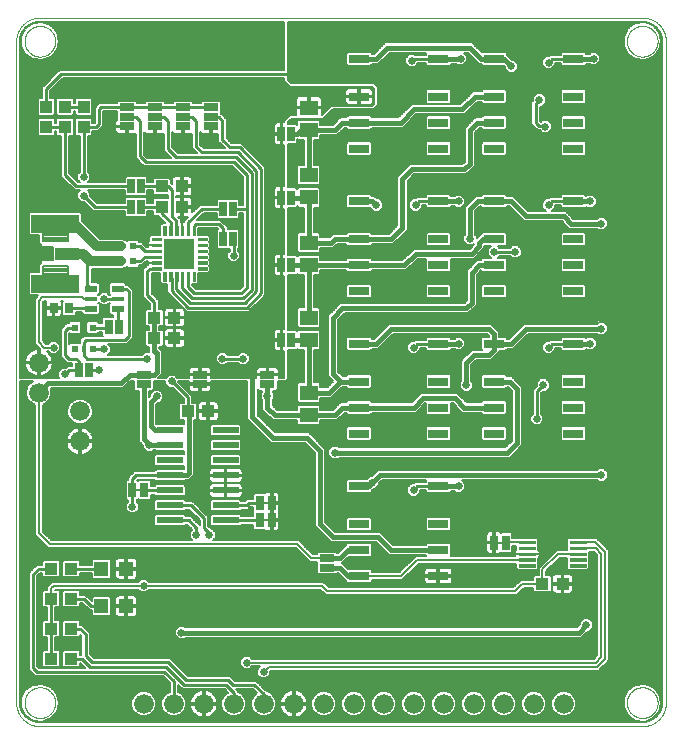
<source format=gtl>
G75*
%MOIN*%
%OFA0B0*%
%FSLAX25Y25*%
%IPPOS*%
%LPD*%
%AMOC8*
5,1,8,0,0,1.08239X$1,22.5*
%
%ADD10C,0.00001*%
%ADD11R,0.04331X0.03937*%
%ADD12R,0.03543X0.02756*%
%ADD13C,0.00256*%
%ADD14R,0.10236X0.10236*%
%ADD15R,0.05000X0.02500*%
%ADD16R,0.02500X0.05000*%
%ADD17R,0.02362X0.02362*%
%ADD18R,0.16000X0.06000*%
%ADD19R,0.08000X0.04000*%
%ADD20C,0.00800*%
%ADD21R,0.06700X0.03000*%
%ADD22R,0.05906X0.05118*%
%ADD23C,0.00276*%
%ADD24R,0.08600X0.02200*%
%ADD25R,0.01600X0.01000*%
%ADD26R,0.03937X0.04331*%
%ADD27C,0.06600*%
%ADD28R,0.04724X0.04724*%
%ADD29R,0.03937X0.01181*%
%ADD30R,0.03937X0.02362*%
%ADD31R,0.01575X0.02362*%
%ADD32R,0.02756X0.03543*%
%ADD33C,0.01600*%
%ADD34C,0.01000*%
%ADD35C,0.02578*%
%ADD36C,0.00787*%
%ADD37C,0.03200*%
%ADD38C,0.00600*%
D10*
X0105675Y0063549D02*
X0105675Y0284021D01*
X0108431Y0284021D02*
X0108433Y0284164D01*
X0108439Y0284307D01*
X0108449Y0284449D01*
X0108463Y0284591D01*
X0108481Y0284733D01*
X0108503Y0284875D01*
X0108528Y0285015D01*
X0108558Y0285155D01*
X0108592Y0285294D01*
X0108629Y0285432D01*
X0108671Y0285569D01*
X0108716Y0285704D01*
X0108765Y0285838D01*
X0108817Y0285971D01*
X0108873Y0286103D01*
X0108933Y0286232D01*
X0108997Y0286360D01*
X0109064Y0286487D01*
X0109135Y0286611D01*
X0109209Y0286733D01*
X0109286Y0286853D01*
X0109367Y0286971D01*
X0109451Y0287087D01*
X0109538Y0287200D01*
X0109628Y0287311D01*
X0109722Y0287419D01*
X0109818Y0287525D01*
X0109917Y0287627D01*
X0110020Y0287727D01*
X0110124Y0287824D01*
X0110232Y0287919D01*
X0110342Y0288010D01*
X0110455Y0288098D01*
X0110570Y0288182D01*
X0110687Y0288264D01*
X0110807Y0288342D01*
X0110928Y0288417D01*
X0111052Y0288489D01*
X0111178Y0288557D01*
X0111305Y0288621D01*
X0111435Y0288682D01*
X0111566Y0288739D01*
X0111698Y0288793D01*
X0111832Y0288842D01*
X0111967Y0288889D01*
X0112104Y0288931D01*
X0112242Y0288969D01*
X0112380Y0289004D01*
X0112520Y0289034D01*
X0112660Y0289061D01*
X0112801Y0289084D01*
X0112943Y0289103D01*
X0113085Y0289118D01*
X0113228Y0289129D01*
X0113370Y0289136D01*
X0113513Y0289139D01*
X0113656Y0289138D01*
X0113799Y0289133D01*
X0113942Y0289124D01*
X0114084Y0289111D01*
X0114226Y0289094D01*
X0114367Y0289073D01*
X0114508Y0289048D01*
X0114648Y0289020D01*
X0114787Y0288987D01*
X0114925Y0288950D01*
X0115062Y0288910D01*
X0115198Y0288866D01*
X0115333Y0288818D01*
X0115466Y0288766D01*
X0115598Y0288711D01*
X0115728Y0288652D01*
X0115857Y0288589D01*
X0115983Y0288523D01*
X0116108Y0288453D01*
X0116231Y0288380D01*
X0116351Y0288304D01*
X0116470Y0288224D01*
X0116586Y0288140D01*
X0116700Y0288054D01*
X0116811Y0287964D01*
X0116920Y0287872D01*
X0117026Y0287776D01*
X0117130Y0287678D01*
X0117231Y0287576D01*
X0117328Y0287472D01*
X0117423Y0287365D01*
X0117515Y0287256D01*
X0117604Y0287144D01*
X0117690Y0287029D01*
X0117772Y0286913D01*
X0117851Y0286793D01*
X0117927Y0286672D01*
X0117999Y0286549D01*
X0118068Y0286424D01*
X0118133Y0286297D01*
X0118195Y0286168D01*
X0118253Y0286037D01*
X0118308Y0285905D01*
X0118358Y0285771D01*
X0118405Y0285636D01*
X0118449Y0285500D01*
X0118488Y0285363D01*
X0118523Y0285224D01*
X0118555Y0285085D01*
X0118583Y0284945D01*
X0118607Y0284804D01*
X0118627Y0284662D01*
X0118643Y0284520D01*
X0118655Y0284378D01*
X0118663Y0284235D01*
X0118667Y0284092D01*
X0118667Y0283950D01*
X0118663Y0283807D01*
X0118655Y0283664D01*
X0118643Y0283522D01*
X0118627Y0283380D01*
X0118607Y0283238D01*
X0118583Y0283097D01*
X0118555Y0282957D01*
X0118523Y0282818D01*
X0118488Y0282679D01*
X0118449Y0282542D01*
X0118405Y0282406D01*
X0118358Y0282271D01*
X0118308Y0282137D01*
X0118253Y0282005D01*
X0118195Y0281874D01*
X0118133Y0281745D01*
X0118068Y0281618D01*
X0117999Y0281493D01*
X0117927Y0281370D01*
X0117851Y0281249D01*
X0117772Y0281129D01*
X0117690Y0281013D01*
X0117604Y0280898D01*
X0117515Y0280786D01*
X0117423Y0280677D01*
X0117328Y0280570D01*
X0117231Y0280466D01*
X0117130Y0280364D01*
X0117026Y0280266D01*
X0116920Y0280170D01*
X0116811Y0280078D01*
X0116700Y0279988D01*
X0116586Y0279902D01*
X0116470Y0279818D01*
X0116351Y0279738D01*
X0116231Y0279662D01*
X0116108Y0279589D01*
X0115983Y0279519D01*
X0115857Y0279453D01*
X0115728Y0279390D01*
X0115598Y0279331D01*
X0115466Y0279276D01*
X0115333Y0279224D01*
X0115198Y0279176D01*
X0115062Y0279132D01*
X0114925Y0279092D01*
X0114787Y0279055D01*
X0114648Y0279022D01*
X0114508Y0278994D01*
X0114367Y0278969D01*
X0114226Y0278948D01*
X0114084Y0278931D01*
X0113942Y0278918D01*
X0113799Y0278909D01*
X0113656Y0278904D01*
X0113513Y0278903D01*
X0113370Y0278906D01*
X0113228Y0278913D01*
X0113085Y0278924D01*
X0112943Y0278939D01*
X0112801Y0278958D01*
X0112660Y0278981D01*
X0112520Y0279008D01*
X0112380Y0279038D01*
X0112242Y0279073D01*
X0112104Y0279111D01*
X0111967Y0279153D01*
X0111832Y0279200D01*
X0111698Y0279249D01*
X0111566Y0279303D01*
X0111435Y0279360D01*
X0111305Y0279421D01*
X0111178Y0279485D01*
X0111052Y0279553D01*
X0110928Y0279625D01*
X0110807Y0279700D01*
X0110687Y0279778D01*
X0110570Y0279860D01*
X0110455Y0279944D01*
X0110342Y0280032D01*
X0110232Y0280123D01*
X0110124Y0280218D01*
X0110020Y0280315D01*
X0109917Y0280415D01*
X0109818Y0280517D01*
X0109722Y0280623D01*
X0109628Y0280731D01*
X0109538Y0280842D01*
X0109451Y0280955D01*
X0109367Y0281071D01*
X0109286Y0281189D01*
X0109209Y0281309D01*
X0109135Y0281431D01*
X0109064Y0281555D01*
X0108997Y0281682D01*
X0108933Y0281810D01*
X0108873Y0281939D01*
X0108817Y0282071D01*
X0108765Y0282204D01*
X0108716Y0282338D01*
X0108671Y0282473D01*
X0108629Y0282610D01*
X0108592Y0282748D01*
X0108558Y0282887D01*
X0108528Y0283027D01*
X0108503Y0283167D01*
X0108481Y0283309D01*
X0108463Y0283451D01*
X0108449Y0283593D01*
X0108439Y0283735D01*
X0108433Y0283878D01*
X0108431Y0284021D01*
X0105675Y0284021D02*
X0105677Y0284211D01*
X0105684Y0284401D01*
X0105696Y0284591D01*
X0105712Y0284781D01*
X0105732Y0284970D01*
X0105758Y0285159D01*
X0105787Y0285347D01*
X0105822Y0285534D01*
X0105861Y0285720D01*
X0105904Y0285905D01*
X0105952Y0286090D01*
X0106004Y0286273D01*
X0106060Y0286454D01*
X0106121Y0286634D01*
X0106187Y0286813D01*
X0106256Y0286990D01*
X0106330Y0287166D01*
X0106408Y0287339D01*
X0106491Y0287511D01*
X0106577Y0287680D01*
X0106667Y0287848D01*
X0106762Y0288013D01*
X0106860Y0288176D01*
X0106963Y0288336D01*
X0107069Y0288494D01*
X0107179Y0288649D01*
X0107292Y0288802D01*
X0107410Y0288952D01*
X0107531Y0289098D01*
X0107655Y0289242D01*
X0107783Y0289383D01*
X0107914Y0289521D01*
X0108049Y0289656D01*
X0108187Y0289787D01*
X0108328Y0289915D01*
X0108472Y0290039D01*
X0108618Y0290160D01*
X0108768Y0290278D01*
X0108921Y0290391D01*
X0109076Y0290501D01*
X0109234Y0290607D01*
X0109394Y0290710D01*
X0109557Y0290808D01*
X0109722Y0290903D01*
X0109890Y0290993D01*
X0110059Y0291079D01*
X0110231Y0291162D01*
X0110404Y0291240D01*
X0110580Y0291314D01*
X0110757Y0291383D01*
X0110936Y0291449D01*
X0111116Y0291510D01*
X0111297Y0291566D01*
X0111480Y0291618D01*
X0111665Y0291666D01*
X0111850Y0291709D01*
X0112036Y0291748D01*
X0112223Y0291783D01*
X0112411Y0291812D01*
X0112600Y0291838D01*
X0112789Y0291858D01*
X0112979Y0291874D01*
X0113169Y0291886D01*
X0113359Y0291893D01*
X0113549Y0291895D01*
X0314336Y0291895D01*
X0309218Y0284021D02*
X0309220Y0284164D01*
X0309226Y0284307D01*
X0309236Y0284449D01*
X0309250Y0284591D01*
X0309268Y0284733D01*
X0309290Y0284875D01*
X0309315Y0285015D01*
X0309345Y0285155D01*
X0309379Y0285294D01*
X0309416Y0285432D01*
X0309458Y0285569D01*
X0309503Y0285704D01*
X0309552Y0285838D01*
X0309604Y0285971D01*
X0309660Y0286103D01*
X0309720Y0286232D01*
X0309784Y0286360D01*
X0309851Y0286487D01*
X0309922Y0286611D01*
X0309996Y0286733D01*
X0310073Y0286853D01*
X0310154Y0286971D01*
X0310238Y0287087D01*
X0310325Y0287200D01*
X0310415Y0287311D01*
X0310509Y0287419D01*
X0310605Y0287525D01*
X0310704Y0287627D01*
X0310807Y0287727D01*
X0310911Y0287824D01*
X0311019Y0287919D01*
X0311129Y0288010D01*
X0311242Y0288098D01*
X0311357Y0288182D01*
X0311474Y0288264D01*
X0311594Y0288342D01*
X0311715Y0288417D01*
X0311839Y0288489D01*
X0311965Y0288557D01*
X0312092Y0288621D01*
X0312222Y0288682D01*
X0312353Y0288739D01*
X0312485Y0288793D01*
X0312619Y0288842D01*
X0312754Y0288889D01*
X0312891Y0288931D01*
X0313029Y0288969D01*
X0313167Y0289004D01*
X0313307Y0289034D01*
X0313447Y0289061D01*
X0313588Y0289084D01*
X0313730Y0289103D01*
X0313872Y0289118D01*
X0314015Y0289129D01*
X0314157Y0289136D01*
X0314300Y0289139D01*
X0314443Y0289138D01*
X0314586Y0289133D01*
X0314729Y0289124D01*
X0314871Y0289111D01*
X0315013Y0289094D01*
X0315154Y0289073D01*
X0315295Y0289048D01*
X0315435Y0289020D01*
X0315574Y0288987D01*
X0315712Y0288950D01*
X0315849Y0288910D01*
X0315985Y0288866D01*
X0316120Y0288818D01*
X0316253Y0288766D01*
X0316385Y0288711D01*
X0316515Y0288652D01*
X0316644Y0288589D01*
X0316770Y0288523D01*
X0316895Y0288453D01*
X0317018Y0288380D01*
X0317138Y0288304D01*
X0317257Y0288224D01*
X0317373Y0288140D01*
X0317487Y0288054D01*
X0317598Y0287964D01*
X0317707Y0287872D01*
X0317813Y0287776D01*
X0317917Y0287678D01*
X0318018Y0287576D01*
X0318115Y0287472D01*
X0318210Y0287365D01*
X0318302Y0287256D01*
X0318391Y0287144D01*
X0318477Y0287029D01*
X0318559Y0286913D01*
X0318638Y0286793D01*
X0318714Y0286672D01*
X0318786Y0286549D01*
X0318855Y0286424D01*
X0318920Y0286297D01*
X0318982Y0286168D01*
X0319040Y0286037D01*
X0319095Y0285905D01*
X0319145Y0285771D01*
X0319192Y0285636D01*
X0319236Y0285500D01*
X0319275Y0285363D01*
X0319310Y0285224D01*
X0319342Y0285085D01*
X0319370Y0284945D01*
X0319394Y0284804D01*
X0319414Y0284662D01*
X0319430Y0284520D01*
X0319442Y0284378D01*
X0319450Y0284235D01*
X0319454Y0284092D01*
X0319454Y0283950D01*
X0319450Y0283807D01*
X0319442Y0283664D01*
X0319430Y0283522D01*
X0319414Y0283380D01*
X0319394Y0283238D01*
X0319370Y0283097D01*
X0319342Y0282957D01*
X0319310Y0282818D01*
X0319275Y0282679D01*
X0319236Y0282542D01*
X0319192Y0282406D01*
X0319145Y0282271D01*
X0319095Y0282137D01*
X0319040Y0282005D01*
X0318982Y0281874D01*
X0318920Y0281745D01*
X0318855Y0281618D01*
X0318786Y0281493D01*
X0318714Y0281370D01*
X0318638Y0281249D01*
X0318559Y0281129D01*
X0318477Y0281013D01*
X0318391Y0280898D01*
X0318302Y0280786D01*
X0318210Y0280677D01*
X0318115Y0280570D01*
X0318018Y0280466D01*
X0317917Y0280364D01*
X0317813Y0280266D01*
X0317707Y0280170D01*
X0317598Y0280078D01*
X0317487Y0279988D01*
X0317373Y0279902D01*
X0317257Y0279818D01*
X0317138Y0279738D01*
X0317018Y0279662D01*
X0316895Y0279589D01*
X0316770Y0279519D01*
X0316644Y0279453D01*
X0316515Y0279390D01*
X0316385Y0279331D01*
X0316253Y0279276D01*
X0316120Y0279224D01*
X0315985Y0279176D01*
X0315849Y0279132D01*
X0315712Y0279092D01*
X0315574Y0279055D01*
X0315435Y0279022D01*
X0315295Y0278994D01*
X0315154Y0278969D01*
X0315013Y0278948D01*
X0314871Y0278931D01*
X0314729Y0278918D01*
X0314586Y0278909D01*
X0314443Y0278904D01*
X0314300Y0278903D01*
X0314157Y0278906D01*
X0314015Y0278913D01*
X0313872Y0278924D01*
X0313730Y0278939D01*
X0313588Y0278958D01*
X0313447Y0278981D01*
X0313307Y0279008D01*
X0313167Y0279038D01*
X0313029Y0279073D01*
X0312891Y0279111D01*
X0312754Y0279153D01*
X0312619Y0279200D01*
X0312485Y0279249D01*
X0312353Y0279303D01*
X0312222Y0279360D01*
X0312092Y0279421D01*
X0311965Y0279485D01*
X0311839Y0279553D01*
X0311715Y0279625D01*
X0311594Y0279700D01*
X0311474Y0279778D01*
X0311357Y0279860D01*
X0311242Y0279944D01*
X0311129Y0280032D01*
X0311019Y0280123D01*
X0310911Y0280218D01*
X0310807Y0280315D01*
X0310704Y0280415D01*
X0310605Y0280517D01*
X0310509Y0280623D01*
X0310415Y0280731D01*
X0310325Y0280842D01*
X0310238Y0280955D01*
X0310154Y0281071D01*
X0310073Y0281189D01*
X0309996Y0281309D01*
X0309922Y0281431D01*
X0309851Y0281555D01*
X0309784Y0281682D01*
X0309720Y0281810D01*
X0309660Y0281939D01*
X0309604Y0282071D01*
X0309552Y0282204D01*
X0309503Y0282338D01*
X0309458Y0282473D01*
X0309416Y0282610D01*
X0309379Y0282748D01*
X0309345Y0282887D01*
X0309315Y0283027D01*
X0309290Y0283167D01*
X0309268Y0283309D01*
X0309250Y0283451D01*
X0309236Y0283593D01*
X0309226Y0283735D01*
X0309220Y0283878D01*
X0309218Y0284021D01*
X0314336Y0291895D02*
X0314526Y0291893D01*
X0314716Y0291886D01*
X0314906Y0291874D01*
X0315096Y0291858D01*
X0315285Y0291838D01*
X0315474Y0291812D01*
X0315662Y0291783D01*
X0315849Y0291748D01*
X0316035Y0291709D01*
X0316220Y0291666D01*
X0316405Y0291618D01*
X0316588Y0291566D01*
X0316769Y0291510D01*
X0316949Y0291449D01*
X0317128Y0291383D01*
X0317305Y0291314D01*
X0317481Y0291240D01*
X0317654Y0291162D01*
X0317826Y0291079D01*
X0317995Y0290993D01*
X0318163Y0290903D01*
X0318328Y0290808D01*
X0318491Y0290710D01*
X0318651Y0290607D01*
X0318809Y0290501D01*
X0318964Y0290391D01*
X0319117Y0290278D01*
X0319267Y0290160D01*
X0319413Y0290039D01*
X0319557Y0289915D01*
X0319698Y0289787D01*
X0319836Y0289656D01*
X0319971Y0289521D01*
X0320102Y0289383D01*
X0320230Y0289242D01*
X0320354Y0289098D01*
X0320475Y0288952D01*
X0320593Y0288802D01*
X0320706Y0288649D01*
X0320816Y0288494D01*
X0320922Y0288336D01*
X0321025Y0288176D01*
X0321123Y0288013D01*
X0321218Y0287848D01*
X0321308Y0287680D01*
X0321394Y0287511D01*
X0321477Y0287339D01*
X0321555Y0287166D01*
X0321629Y0286990D01*
X0321698Y0286813D01*
X0321764Y0286634D01*
X0321825Y0286454D01*
X0321881Y0286273D01*
X0321933Y0286090D01*
X0321981Y0285905D01*
X0322024Y0285720D01*
X0322063Y0285534D01*
X0322098Y0285347D01*
X0322127Y0285159D01*
X0322153Y0284970D01*
X0322173Y0284781D01*
X0322189Y0284591D01*
X0322201Y0284401D01*
X0322208Y0284211D01*
X0322210Y0284021D01*
X0322210Y0063549D01*
X0309218Y0063549D02*
X0309220Y0063692D01*
X0309226Y0063835D01*
X0309236Y0063977D01*
X0309250Y0064119D01*
X0309268Y0064261D01*
X0309290Y0064403D01*
X0309315Y0064543D01*
X0309345Y0064683D01*
X0309379Y0064822D01*
X0309416Y0064960D01*
X0309458Y0065097D01*
X0309503Y0065232D01*
X0309552Y0065366D01*
X0309604Y0065499D01*
X0309660Y0065631D01*
X0309720Y0065760D01*
X0309784Y0065888D01*
X0309851Y0066015D01*
X0309922Y0066139D01*
X0309996Y0066261D01*
X0310073Y0066381D01*
X0310154Y0066499D01*
X0310238Y0066615D01*
X0310325Y0066728D01*
X0310415Y0066839D01*
X0310509Y0066947D01*
X0310605Y0067053D01*
X0310704Y0067155D01*
X0310807Y0067255D01*
X0310911Y0067352D01*
X0311019Y0067447D01*
X0311129Y0067538D01*
X0311242Y0067626D01*
X0311357Y0067710D01*
X0311474Y0067792D01*
X0311594Y0067870D01*
X0311715Y0067945D01*
X0311839Y0068017D01*
X0311965Y0068085D01*
X0312092Y0068149D01*
X0312222Y0068210D01*
X0312353Y0068267D01*
X0312485Y0068321D01*
X0312619Y0068370D01*
X0312754Y0068417D01*
X0312891Y0068459D01*
X0313029Y0068497D01*
X0313167Y0068532D01*
X0313307Y0068562D01*
X0313447Y0068589D01*
X0313588Y0068612D01*
X0313730Y0068631D01*
X0313872Y0068646D01*
X0314015Y0068657D01*
X0314157Y0068664D01*
X0314300Y0068667D01*
X0314443Y0068666D01*
X0314586Y0068661D01*
X0314729Y0068652D01*
X0314871Y0068639D01*
X0315013Y0068622D01*
X0315154Y0068601D01*
X0315295Y0068576D01*
X0315435Y0068548D01*
X0315574Y0068515D01*
X0315712Y0068478D01*
X0315849Y0068438D01*
X0315985Y0068394D01*
X0316120Y0068346D01*
X0316253Y0068294D01*
X0316385Y0068239D01*
X0316515Y0068180D01*
X0316644Y0068117D01*
X0316770Y0068051D01*
X0316895Y0067981D01*
X0317018Y0067908D01*
X0317138Y0067832D01*
X0317257Y0067752D01*
X0317373Y0067668D01*
X0317487Y0067582D01*
X0317598Y0067492D01*
X0317707Y0067400D01*
X0317813Y0067304D01*
X0317917Y0067206D01*
X0318018Y0067104D01*
X0318115Y0067000D01*
X0318210Y0066893D01*
X0318302Y0066784D01*
X0318391Y0066672D01*
X0318477Y0066557D01*
X0318559Y0066441D01*
X0318638Y0066321D01*
X0318714Y0066200D01*
X0318786Y0066077D01*
X0318855Y0065952D01*
X0318920Y0065825D01*
X0318982Y0065696D01*
X0319040Y0065565D01*
X0319095Y0065433D01*
X0319145Y0065299D01*
X0319192Y0065164D01*
X0319236Y0065028D01*
X0319275Y0064891D01*
X0319310Y0064752D01*
X0319342Y0064613D01*
X0319370Y0064473D01*
X0319394Y0064332D01*
X0319414Y0064190D01*
X0319430Y0064048D01*
X0319442Y0063906D01*
X0319450Y0063763D01*
X0319454Y0063620D01*
X0319454Y0063478D01*
X0319450Y0063335D01*
X0319442Y0063192D01*
X0319430Y0063050D01*
X0319414Y0062908D01*
X0319394Y0062766D01*
X0319370Y0062625D01*
X0319342Y0062485D01*
X0319310Y0062346D01*
X0319275Y0062207D01*
X0319236Y0062070D01*
X0319192Y0061934D01*
X0319145Y0061799D01*
X0319095Y0061665D01*
X0319040Y0061533D01*
X0318982Y0061402D01*
X0318920Y0061273D01*
X0318855Y0061146D01*
X0318786Y0061021D01*
X0318714Y0060898D01*
X0318638Y0060777D01*
X0318559Y0060657D01*
X0318477Y0060541D01*
X0318391Y0060426D01*
X0318302Y0060314D01*
X0318210Y0060205D01*
X0318115Y0060098D01*
X0318018Y0059994D01*
X0317917Y0059892D01*
X0317813Y0059794D01*
X0317707Y0059698D01*
X0317598Y0059606D01*
X0317487Y0059516D01*
X0317373Y0059430D01*
X0317257Y0059346D01*
X0317138Y0059266D01*
X0317018Y0059190D01*
X0316895Y0059117D01*
X0316770Y0059047D01*
X0316644Y0058981D01*
X0316515Y0058918D01*
X0316385Y0058859D01*
X0316253Y0058804D01*
X0316120Y0058752D01*
X0315985Y0058704D01*
X0315849Y0058660D01*
X0315712Y0058620D01*
X0315574Y0058583D01*
X0315435Y0058550D01*
X0315295Y0058522D01*
X0315154Y0058497D01*
X0315013Y0058476D01*
X0314871Y0058459D01*
X0314729Y0058446D01*
X0314586Y0058437D01*
X0314443Y0058432D01*
X0314300Y0058431D01*
X0314157Y0058434D01*
X0314015Y0058441D01*
X0313872Y0058452D01*
X0313730Y0058467D01*
X0313588Y0058486D01*
X0313447Y0058509D01*
X0313307Y0058536D01*
X0313167Y0058566D01*
X0313029Y0058601D01*
X0312891Y0058639D01*
X0312754Y0058681D01*
X0312619Y0058728D01*
X0312485Y0058777D01*
X0312353Y0058831D01*
X0312222Y0058888D01*
X0312092Y0058949D01*
X0311965Y0059013D01*
X0311839Y0059081D01*
X0311715Y0059153D01*
X0311594Y0059228D01*
X0311474Y0059306D01*
X0311357Y0059388D01*
X0311242Y0059472D01*
X0311129Y0059560D01*
X0311019Y0059651D01*
X0310911Y0059746D01*
X0310807Y0059843D01*
X0310704Y0059943D01*
X0310605Y0060045D01*
X0310509Y0060151D01*
X0310415Y0060259D01*
X0310325Y0060370D01*
X0310238Y0060483D01*
X0310154Y0060599D01*
X0310073Y0060717D01*
X0309996Y0060837D01*
X0309922Y0060959D01*
X0309851Y0061083D01*
X0309784Y0061210D01*
X0309720Y0061338D01*
X0309660Y0061467D01*
X0309604Y0061599D01*
X0309552Y0061732D01*
X0309503Y0061866D01*
X0309458Y0062001D01*
X0309416Y0062138D01*
X0309379Y0062276D01*
X0309345Y0062415D01*
X0309315Y0062555D01*
X0309290Y0062695D01*
X0309268Y0062837D01*
X0309250Y0062979D01*
X0309236Y0063121D01*
X0309226Y0063263D01*
X0309220Y0063406D01*
X0309218Y0063549D01*
X0314336Y0055675D02*
X0314526Y0055677D01*
X0314716Y0055684D01*
X0314906Y0055696D01*
X0315096Y0055712D01*
X0315285Y0055732D01*
X0315474Y0055758D01*
X0315662Y0055787D01*
X0315849Y0055822D01*
X0316035Y0055861D01*
X0316220Y0055904D01*
X0316405Y0055952D01*
X0316588Y0056004D01*
X0316769Y0056060D01*
X0316949Y0056121D01*
X0317128Y0056187D01*
X0317305Y0056256D01*
X0317481Y0056330D01*
X0317654Y0056408D01*
X0317826Y0056491D01*
X0317995Y0056577D01*
X0318163Y0056667D01*
X0318328Y0056762D01*
X0318491Y0056860D01*
X0318651Y0056963D01*
X0318809Y0057069D01*
X0318964Y0057179D01*
X0319117Y0057292D01*
X0319267Y0057410D01*
X0319413Y0057531D01*
X0319557Y0057655D01*
X0319698Y0057783D01*
X0319836Y0057914D01*
X0319971Y0058049D01*
X0320102Y0058187D01*
X0320230Y0058328D01*
X0320354Y0058472D01*
X0320475Y0058618D01*
X0320593Y0058768D01*
X0320706Y0058921D01*
X0320816Y0059076D01*
X0320922Y0059234D01*
X0321025Y0059394D01*
X0321123Y0059557D01*
X0321218Y0059722D01*
X0321308Y0059890D01*
X0321394Y0060059D01*
X0321477Y0060231D01*
X0321555Y0060404D01*
X0321629Y0060580D01*
X0321698Y0060757D01*
X0321764Y0060936D01*
X0321825Y0061116D01*
X0321881Y0061297D01*
X0321933Y0061480D01*
X0321981Y0061665D01*
X0322024Y0061850D01*
X0322063Y0062036D01*
X0322098Y0062223D01*
X0322127Y0062411D01*
X0322153Y0062600D01*
X0322173Y0062789D01*
X0322189Y0062979D01*
X0322201Y0063169D01*
X0322208Y0063359D01*
X0322210Y0063549D01*
X0314336Y0055675D02*
X0113549Y0055675D01*
X0108431Y0063549D02*
X0108433Y0063692D01*
X0108439Y0063835D01*
X0108449Y0063977D01*
X0108463Y0064119D01*
X0108481Y0064261D01*
X0108503Y0064403D01*
X0108528Y0064543D01*
X0108558Y0064683D01*
X0108592Y0064822D01*
X0108629Y0064960D01*
X0108671Y0065097D01*
X0108716Y0065232D01*
X0108765Y0065366D01*
X0108817Y0065499D01*
X0108873Y0065631D01*
X0108933Y0065760D01*
X0108997Y0065888D01*
X0109064Y0066015D01*
X0109135Y0066139D01*
X0109209Y0066261D01*
X0109286Y0066381D01*
X0109367Y0066499D01*
X0109451Y0066615D01*
X0109538Y0066728D01*
X0109628Y0066839D01*
X0109722Y0066947D01*
X0109818Y0067053D01*
X0109917Y0067155D01*
X0110020Y0067255D01*
X0110124Y0067352D01*
X0110232Y0067447D01*
X0110342Y0067538D01*
X0110455Y0067626D01*
X0110570Y0067710D01*
X0110687Y0067792D01*
X0110807Y0067870D01*
X0110928Y0067945D01*
X0111052Y0068017D01*
X0111178Y0068085D01*
X0111305Y0068149D01*
X0111435Y0068210D01*
X0111566Y0068267D01*
X0111698Y0068321D01*
X0111832Y0068370D01*
X0111967Y0068417D01*
X0112104Y0068459D01*
X0112242Y0068497D01*
X0112380Y0068532D01*
X0112520Y0068562D01*
X0112660Y0068589D01*
X0112801Y0068612D01*
X0112943Y0068631D01*
X0113085Y0068646D01*
X0113228Y0068657D01*
X0113370Y0068664D01*
X0113513Y0068667D01*
X0113656Y0068666D01*
X0113799Y0068661D01*
X0113942Y0068652D01*
X0114084Y0068639D01*
X0114226Y0068622D01*
X0114367Y0068601D01*
X0114508Y0068576D01*
X0114648Y0068548D01*
X0114787Y0068515D01*
X0114925Y0068478D01*
X0115062Y0068438D01*
X0115198Y0068394D01*
X0115333Y0068346D01*
X0115466Y0068294D01*
X0115598Y0068239D01*
X0115728Y0068180D01*
X0115857Y0068117D01*
X0115983Y0068051D01*
X0116108Y0067981D01*
X0116231Y0067908D01*
X0116351Y0067832D01*
X0116470Y0067752D01*
X0116586Y0067668D01*
X0116700Y0067582D01*
X0116811Y0067492D01*
X0116920Y0067400D01*
X0117026Y0067304D01*
X0117130Y0067206D01*
X0117231Y0067104D01*
X0117328Y0067000D01*
X0117423Y0066893D01*
X0117515Y0066784D01*
X0117604Y0066672D01*
X0117690Y0066557D01*
X0117772Y0066441D01*
X0117851Y0066321D01*
X0117927Y0066200D01*
X0117999Y0066077D01*
X0118068Y0065952D01*
X0118133Y0065825D01*
X0118195Y0065696D01*
X0118253Y0065565D01*
X0118308Y0065433D01*
X0118358Y0065299D01*
X0118405Y0065164D01*
X0118449Y0065028D01*
X0118488Y0064891D01*
X0118523Y0064752D01*
X0118555Y0064613D01*
X0118583Y0064473D01*
X0118607Y0064332D01*
X0118627Y0064190D01*
X0118643Y0064048D01*
X0118655Y0063906D01*
X0118663Y0063763D01*
X0118667Y0063620D01*
X0118667Y0063478D01*
X0118663Y0063335D01*
X0118655Y0063192D01*
X0118643Y0063050D01*
X0118627Y0062908D01*
X0118607Y0062766D01*
X0118583Y0062625D01*
X0118555Y0062485D01*
X0118523Y0062346D01*
X0118488Y0062207D01*
X0118449Y0062070D01*
X0118405Y0061934D01*
X0118358Y0061799D01*
X0118308Y0061665D01*
X0118253Y0061533D01*
X0118195Y0061402D01*
X0118133Y0061273D01*
X0118068Y0061146D01*
X0117999Y0061021D01*
X0117927Y0060898D01*
X0117851Y0060777D01*
X0117772Y0060657D01*
X0117690Y0060541D01*
X0117604Y0060426D01*
X0117515Y0060314D01*
X0117423Y0060205D01*
X0117328Y0060098D01*
X0117231Y0059994D01*
X0117130Y0059892D01*
X0117026Y0059794D01*
X0116920Y0059698D01*
X0116811Y0059606D01*
X0116700Y0059516D01*
X0116586Y0059430D01*
X0116470Y0059346D01*
X0116351Y0059266D01*
X0116231Y0059190D01*
X0116108Y0059117D01*
X0115983Y0059047D01*
X0115857Y0058981D01*
X0115728Y0058918D01*
X0115598Y0058859D01*
X0115466Y0058804D01*
X0115333Y0058752D01*
X0115198Y0058704D01*
X0115062Y0058660D01*
X0114925Y0058620D01*
X0114787Y0058583D01*
X0114648Y0058550D01*
X0114508Y0058522D01*
X0114367Y0058497D01*
X0114226Y0058476D01*
X0114084Y0058459D01*
X0113942Y0058446D01*
X0113799Y0058437D01*
X0113656Y0058432D01*
X0113513Y0058431D01*
X0113370Y0058434D01*
X0113228Y0058441D01*
X0113085Y0058452D01*
X0112943Y0058467D01*
X0112801Y0058486D01*
X0112660Y0058509D01*
X0112520Y0058536D01*
X0112380Y0058566D01*
X0112242Y0058601D01*
X0112104Y0058639D01*
X0111967Y0058681D01*
X0111832Y0058728D01*
X0111698Y0058777D01*
X0111566Y0058831D01*
X0111435Y0058888D01*
X0111305Y0058949D01*
X0111178Y0059013D01*
X0111052Y0059081D01*
X0110928Y0059153D01*
X0110807Y0059228D01*
X0110687Y0059306D01*
X0110570Y0059388D01*
X0110455Y0059472D01*
X0110342Y0059560D01*
X0110232Y0059651D01*
X0110124Y0059746D01*
X0110020Y0059843D01*
X0109917Y0059943D01*
X0109818Y0060045D01*
X0109722Y0060151D01*
X0109628Y0060259D01*
X0109538Y0060370D01*
X0109451Y0060483D01*
X0109367Y0060599D01*
X0109286Y0060717D01*
X0109209Y0060837D01*
X0109135Y0060959D01*
X0109064Y0061083D01*
X0108997Y0061210D01*
X0108933Y0061338D01*
X0108873Y0061467D01*
X0108817Y0061599D01*
X0108765Y0061732D01*
X0108716Y0061866D01*
X0108671Y0062001D01*
X0108629Y0062138D01*
X0108592Y0062276D01*
X0108558Y0062415D01*
X0108528Y0062555D01*
X0108503Y0062695D01*
X0108481Y0062837D01*
X0108463Y0062979D01*
X0108449Y0063121D01*
X0108439Y0063263D01*
X0108433Y0063406D01*
X0108431Y0063549D01*
X0105675Y0063549D02*
X0105677Y0063359D01*
X0105684Y0063169D01*
X0105696Y0062979D01*
X0105712Y0062789D01*
X0105732Y0062600D01*
X0105758Y0062411D01*
X0105787Y0062223D01*
X0105822Y0062036D01*
X0105861Y0061850D01*
X0105904Y0061665D01*
X0105952Y0061480D01*
X0106004Y0061297D01*
X0106060Y0061116D01*
X0106121Y0060936D01*
X0106187Y0060757D01*
X0106256Y0060580D01*
X0106330Y0060404D01*
X0106408Y0060231D01*
X0106491Y0060059D01*
X0106577Y0059890D01*
X0106667Y0059722D01*
X0106762Y0059557D01*
X0106860Y0059394D01*
X0106963Y0059234D01*
X0107069Y0059076D01*
X0107179Y0058921D01*
X0107292Y0058768D01*
X0107410Y0058618D01*
X0107531Y0058472D01*
X0107655Y0058328D01*
X0107783Y0058187D01*
X0107914Y0058049D01*
X0108049Y0057914D01*
X0108187Y0057783D01*
X0108328Y0057655D01*
X0108472Y0057531D01*
X0108618Y0057410D01*
X0108768Y0057292D01*
X0108921Y0057179D01*
X0109076Y0057069D01*
X0109234Y0056963D01*
X0109394Y0056860D01*
X0109557Y0056762D01*
X0109722Y0056667D01*
X0109890Y0056577D01*
X0110059Y0056491D01*
X0110231Y0056408D01*
X0110404Y0056330D01*
X0110580Y0056256D01*
X0110757Y0056187D01*
X0110936Y0056121D01*
X0111116Y0056060D01*
X0111297Y0056004D01*
X0111480Y0055952D01*
X0111665Y0055904D01*
X0111850Y0055861D01*
X0112036Y0055822D01*
X0112223Y0055787D01*
X0112411Y0055758D01*
X0112600Y0055732D01*
X0112789Y0055712D01*
X0112979Y0055696D01*
X0113169Y0055684D01*
X0113359Y0055677D01*
X0113549Y0055675D01*
D11*
X0117329Y0078175D03*
X0124021Y0078175D03*
X0124021Y0088175D03*
X0117329Y0088175D03*
X0117329Y0098175D03*
X0124021Y0098175D03*
X0124021Y0108175D03*
X0117329Y0108175D03*
X0162954Y0160675D03*
X0169646Y0160675D03*
X0158396Y0185050D03*
X0151704Y0185050D03*
X0151704Y0191925D03*
X0158396Y0191925D03*
X0160896Y0228800D03*
X0154204Y0228800D03*
X0154204Y0235675D03*
X0160896Y0235675D03*
X0281079Y0103175D03*
X0287771Y0103175D03*
D12*
X0135050Y0210616D03*
X0135050Y0215734D03*
D13*
X0150907Y0216512D02*
X0153839Y0216512D01*
X0153839Y0215744D01*
X0150907Y0215744D01*
X0150907Y0216512D01*
X0150907Y0215987D02*
X0153839Y0215987D01*
X0153839Y0216230D02*
X0150907Y0216230D01*
X0150907Y0216473D02*
X0153839Y0216473D01*
X0153839Y0218480D02*
X0150907Y0218480D01*
X0153839Y0218480D02*
X0153839Y0217712D01*
X0150907Y0217712D01*
X0150907Y0218480D01*
X0150907Y0217955D02*
X0153839Y0217955D01*
X0153839Y0218198D02*
X0150907Y0218198D01*
X0150907Y0218441D02*
X0153839Y0218441D01*
X0154745Y0219386D02*
X0154745Y0222318D01*
X0155513Y0222318D01*
X0155513Y0219386D01*
X0154745Y0219386D01*
X0154745Y0219629D02*
X0155513Y0219629D01*
X0155513Y0219872D02*
X0154745Y0219872D01*
X0154745Y0220115D02*
X0155513Y0220115D01*
X0155513Y0220358D02*
X0154745Y0220358D01*
X0154745Y0220601D02*
X0155513Y0220601D01*
X0155513Y0220844D02*
X0154745Y0220844D01*
X0154745Y0221087D02*
X0155513Y0221087D01*
X0155513Y0221330D02*
X0154745Y0221330D01*
X0154745Y0221573D02*
X0155513Y0221573D01*
X0155513Y0221816D02*
X0154745Y0221816D01*
X0154745Y0222059D02*
X0155513Y0222059D01*
X0155513Y0222302D02*
X0154745Y0222302D01*
X0156713Y0222318D02*
X0156713Y0219386D01*
X0156713Y0222318D02*
X0157481Y0222318D01*
X0157481Y0219386D01*
X0156713Y0219386D01*
X0156713Y0219629D02*
X0157481Y0219629D01*
X0157481Y0219872D02*
X0156713Y0219872D01*
X0156713Y0220115D02*
X0157481Y0220115D01*
X0157481Y0220358D02*
X0156713Y0220358D01*
X0156713Y0220601D02*
X0157481Y0220601D01*
X0157481Y0220844D02*
X0156713Y0220844D01*
X0156713Y0221087D02*
X0157481Y0221087D01*
X0157481Y0221330D02*
X0156713Y0221330D01*
X0156713Y0221573D02*
X0157481Y0221573D01*
X0157481Y0221816D02*
X0156713Y0221816D01*
X0156713Y0222059D02*
X0157481Y0222059D01*
X0157481Y0222302D02*
X0156713Y0222302D01*
X0158682Y0222318D02*
X0158682Y0219386D01*
X0158682Y0222318D02*
X0159450Y0222318D01*
X0159450Y0219386D01*
X0158682Y0219386D01*
X0158682Y0219629D02*
X0159450Y0219629D01*
X0159450Y0219872D02*
X0158682Y0219872D01*
X0158682Y0220115D02*
X0159450Y0220115D01*
X0159450Y0220358D02*
X0158682Y0220358D01*
X0158682Y0220601D02*
X0159450Y0220601D01*
X0159450Y0220844D02*
X0158682Y0220844D01*
X0158682Y0221087D02*
X0159450Y0221087D01*
X0159450Y0221330D02*
X0158682Y0221330D01*
X0158682Y0221573D02*
X0159450Y0221573D01*
X0159450Y0221816D02*
X0158682Y0221816D01*
X0158682Y0222059D02*
X0159450Y0222059D01*
X0159450Y0222302D02*
X0158682Y0222302D01*
X0160650Y0222318D02*
X0160650Y0219386D01*
X0160650Y0222318D02*
X0161418Y0222318D01*
X0161418Y0219386D01*
X0160650Y0219386D01*
X0160650Y0219629D02*
X0161418Y0219629D01*
X0161418Y0219872D02*
X0160650Y0219872D01*
X0160650Y0220115D02*
X0161418Y0220115D01*
X0161418Y0220358D02*
X0160650Y0220358D01*
X0160650Y0220601D02*
X0161418Y0220601D01*
X0161418Y0220844D02*
X0160650Y0220844D01*
X0160650Y0221087D02*
X0161418Y0221087D01*
X0161418Y0221330D02*
X0160650Y0221330D01*
X0160650Y0221573D02*
X0161418Y0221573D01*
X0161418Y0221816D02*
X0160650Y0221816D01*
X0160650Y0222059D02*
X0161418Y0222059D01*
X0161418Y0222302D02*
X0160650Y0222302D01*
X0162619Y0222318D02*
X0162619Y0219386D01*
X0162619Y0222318D02*
X0163387Y0222318D01*
X0163387Y0219386D01*
X0162619Y0219386D01*
X0162619Y0219629D02*
X0163387Y0219629D01*
X0163387Y0219872D02*
X0162619Y0219872D01*
X0162619Y0220115D02*
X0163387Y0220115D01*
X0163387Y0220358D02*
X0162619Y0220358D01*
X0162619Y0220601D02*
X0163387Y0220601D01*
X0163387Y0220844D02*
X0162619Y0220844D01*
X0162619Y0221087D02*
X0163387Y0221087D01*
X0163387Y0221330D02*
X0162619Y0221330D01*
X0162619Y0221573D02*
X0163387Y0221573D01*
X0163387Y0221816D02*
X0162619Y0221816D01*
X0162619Y0222059D02*
X0163387Y0222059D01*
X0163387Y0222302D02*
X0162619Y0222302D01*
X0164587Y0222318D02*
X0164587Y0219386D01*
X0164587Y0222318D02*
X0165355Y0222318D01*
X0165355Y0219386D01*
X0164587Y0219386D01*
X0164587Y0219629D02*
X0165355Y0219629D01*
X0165355Y0219872D02*
X0164587Y0219872D01*
X0164587Y0220115D02*
X0165355Y0220115D01*
X0165355Y0220358D02*
X0164587Y0220358D01*
X0164587Y0220601D02*
X0165355Y0220601D01*
X0165355Y0220844D02*
X0164587Y0220844D01*
X0164587Y0221087D02*
X0165355Y0221087D01*
X0165355Y0221330D02*
X0164587Y0221330D01*
X0164587Y0221573D02*
X0165355Y0221573D01*
X0165355Y0221816D02*
X0164587Y0221816D01*
X0164587Y0222059D02*
X0165355Y0222059D01*
X0165355Y0222302D02*
X0164587Y0222302D01*
X0166261Y0218480D02*
X0169193Y0218480D01*
X0169193Y0217712D01*
X0166261Y0217712D01*
X0166261Y0218480D01*
X0166261Y0217955D02*
X0169193Y0217955D01*
X0169193Y0218198D02*
X0166261Y0218198D01*
X0166261Y0218441D02*
X0169193Y0218441D01*
X0169193Y0216512D02*
X0166261Y0216512D01*
X0169193Y0216512D02*
X0169193Y0215744D01*
X0166261Y0215744D01*
X0166261Y0216512D01*
X0166261Y0215987D02*
X0169193Y0215987D01*
X0169193Y0216230D02*
X0166261Y0216230D01*
X0166261Y0216473D02*
X0169193Y0216473D01*
X0169193Y0214543D02*
X0166261Y0214543D01*
X0169193Y0214543D02*
X0169193Y0213775D01*
X0166261Y0213775D01*
X0166261Y0214543D01*
X0166261Y0214018D02*
X0169193Y0214018D01*
X0169193Y0214261D02*
X0166261Y0214261D01*
X0166261Y0214504D02*
X0169193Y0214504D01*
X0169193Y0212575D02*
X0166261Y0212575D01*
X0169193Y0212575D02*
X0169193Y0211807D01*
X0166261Y0211807D01*
X0166261Y0212575D01*
X0166261Y0212050D02*
X0169193Y0212050D01*
X0169193Y0212293D02*
X0166261Y0212293D01*
X0166261Y0212536D02*
X0169193Y0212536D01*
X0169193Y0210606D02*
X0166261Y0210606D01*
X0169193Y0210606D02*
X0169193Y0209838D01*
X0166261Y0209838D01*
X0166261Y0210606D01*
X0166261Y0210081D02*
X0169193Y0210081D01*
X0169193Y0210324D02*
X0166261Y0210324D01*
X0166261Y0210567D02*
X0169193Y0210567D01*
X0169193Y0208638D02*
X0166261Y0208638D01*
X0169193Y0208638D02*
X0169193Y0207870D01*
X0166261Y0207870D01*
X0166261Y0208638D01*
X0166261Y0208113D02*
X0169193Y0208113D01*
X0169193Y0208356D02*
X0166261Y0208356D01*
X0166261Y0208599D02*
X0169193Y0208599D01*
X0164587Y0206964D02*
X0164587Y0204032D01*
X0164587Y0206964D02*
X0165355Y0206964D01*
X0165355Y0204032D01*
X0164587Y0204032D01*
X0164587Y0204275D02*
X0165355Y0204275D01*
X0165355Y0204518D02*
X0164587Y0204518D01*
X0164587Y0204761D02*
X0165355Y0204761D01*
X0165355Y0205004D02*
X0164587Y0205004D01*
X0164587Y0205247D02*
X0165355Y0205247D01*
X0165355Y0205490D02*
X0164587Y0205490D01*
X0164587Y0205733D02*
X0165355Y0205733D01*
X0165355Y0205976D02*
X0164587Y0205976D01*
X0164587Y0206219D02*
X0165355Y0206219D01*
X0165355Y0206462D02*
X0164587Y0206462D01*
X0164587Y0206705D02*
X0165355Y0206705D01*
X0165355Y0206948D02*
X0164587Y0206948D01*
X0162619Y0206964D02*
X0162619Y0204032D01*
X0162619Y0206964D02*
X0163387Y0206964D01*
X0163387Y0204032D01*
X0162619Y0204032D01*
X0162619Y0204275D02*
X0163387Y0204275D01*
X0163387Y0204518D02*
X0162619Y0204518D01*
X0162619Y0204761D02*
X0163387Y0204761D01*
X0163387Y0205004D02*
X0162619Y0205004D01*
X0162619Y0205247D02*
X0163387Y0205247D01*
X0163387Y0205490D02*
X0162619Y0205490D01*
X0162619Y0205733D02*
X0163387Y0205733D01*
X0163387Y0205976D02*
X0162619Y0205976D01*
X0162619Y0206219D02*
X0163387Y0206219D01*
X0163387Y0206462D02*
X0162619Y0206462D01*
X0162619Y0206705D02*
X0163387Y0206705D01*
X0163387Y0206948D02*
X0162619Y0206948D01*
X0160650Y0206964D02*
X0160650Y0204032D01*
X0160650Y0206964D02*
X0161418Y0206964D01*
X0161418Y0204032D01*
X0160650Y0204032D01*
X0160650Y0204275D02*
X0161418Y0204275D01*
X0161418Y0204518D02*
X0160650Y0204518D01*
X0160650Y0204761D02*
X0161418Y0204761D01*
X0161418Y0205004D02*
X0160650Y0205004D01*
X0160650Y0205247D02*
X0161418Y0205247D01*
X0161418Y0205490D02*
X0160650Y0205490D01*
X0160650Y0205733D02*
X0161418Y0205733D01*
X0161418Y0205976D02*
X0160650Y0205976D01*
X0160650Y0206219D02*
X0161418Y0206219D01*
X0161418Y0206462D02*
X0160650Y0206462D01*
X0160650Y0206705D02*
X0161418Y0206705D01*
X0161418Y0206948D02*
X0160650Y0206948D01*
X0158682Y0206964D02*
X0158682Y0204032D01*
X0158682Y0206964D02*
X0159450Y0206964D01*
X0159450Y0204032D01*
X0158682Y0204032D01*
X0158682Y0204275D02*
X0159450Y0204275D01*
X0159450Y0204518D02*
X0158682Y0204518D01*
X0158682Y0204761D02*
X0159450Y0204761D01*
X0159450Y0205004D02*
X0158682Y0205004D01*
X0158682Y0205247D02*
X0159450Y0205247D01*
X0159450Y0205490D02*
X0158682Y0205490D01*
X0158682Y0205733D02*
X0159450Y0205733D01*
X0159450Y0205976D02*
X0158682Y0205976D01*
X0158682Y0206219D02*
X0159450Y0206219D01*
X0159450Y0206462D02*
X0158682Y0206462D01*
X0158682Y0206705D02*
X0159450Y0206705D01*
X0159450Y0206948D02*
X0158682Y0206948D01*
X0156713Y0206964D02*
X0156713Y0204032D01*
X0156713Y0206964D02*
X0157481Y0206964D01*
X0157481Y0204032D01*
X0156713Y0204032D01*
X0156713Y0204275D02*
X0157481Y0204275D01*
X0157481Y0204518D02*
X0156713Y0204518D01*
X0156713Y0204761D02*
X0157481Y0204761D01*
X0157481Y0205004D02*
X0156713Y0205004D01*
X0156713Y0205247D02*
X0157481Y0205247D01*
X0157481Y0205490D02*
X0156713Y0205490D01*
X0156713Y0205733D02*
X0157481Y0205733D01*
X0157481Y0205976D02*
X0156713Y0205976D01*
X0156713Y0206219D02*
X0157481Y0206219D01*
X0157481Y0206462D02*
X0156713Y0206462D01*
X0156713Y0206705D02*
X0157481Y0206705D01*
X0157481Y0206948D02*
X0156713Y0206948D01*
X0154745Y0206964D02*
X0154745Y0204032D01*
X0154745Y0206964D02*
X0155513Y0206964D01*
X0155513Y0204032D01*
X0154745Y0204032D01*
X0154745Y0204275D02*
X0155513Y0204275D01*
X0155513Y0204518D02*
X0154745Y0204518D01*
X0154745Y0204761D02*
X0155513Y0204761D01*
X0155513Y0205004D02*
X0154745Y0205004D01*
X0154745Y0205247D02*
X0155513Y0205247D01*
X0155513Y0205490D02*
X0154745Y0205490D01*
X0154745Y0205733D02*
X0155513Y0205733D01*
X0155513Y0205976D02*
X0154745Y0205976D01*
X0154745Y0206219D02*
X0155513Y0206219D01*
X0155513Y0206462D02*
X0154745Y0206462D01*
X0154745Y0206705D02*
X0155513Y0206705D01*
X0155513Y0206948D02*
X0154745Y0206948D01*
X0153839Y0208638D02*
X0150907Y0208638D01*
X0153839Y0208638D02*
X0153839Y0207870D01*
X0150907Y0207870D01*
X0150907Y0208638D01*
X0150907Y0208113D02*
X0153839Y0208113D01*
X0153839Y0208356D02*
X0150907Y0208356D01*
X0150907Y0208599D02*
X0153839Y0208599D01*
X0153839Y0210606D02*
X0150907Y0210606D01*
X0153839Y0210606D02*
X0153839Y0209838D01*
X0150907Y0209838D01*
X0150907Y0210606D01*
X0150907Y0210081D02*
X0153839Y0210081D01*
X0153839Y0210324D02*
X0150907Y0210324D01*
X0150907Y0210567D02*
X0153839Y0210567D01*
X0153839Y0212575D02*
X0150907Y0212575D01*
X0153839Y0212575D02*
X0153839Y0211807D01*
X0150907Y0211807D01*
X0150907Y0212575D01*
X0150907Y0212050D02*
X0153839Y0212050D01*
X0153839Y0212293D02*
X0150907Y0212293D01*
X0150907Y0212536D02*
X0153839Y0212536D01*
X0153839Y0214543D02*
X0150907Y0214543D01*
X0153839Y0214543D02*
X0153839Y0213775D01*
X0150907Y0213775D01*
X0150907Y0214543D01*
X0150907Y0214018D02*
X0153839Y0214018D01*
X0153839Y0214261D02*
X0150907Y0214261D01*
X0150907Y0214504D02*
X0153839Y0214504D01*
D14*
X0160050Y0213175D03*
D15*
X0166925Y0172900D03*
X0166925Y0169700D03*
X0148175Y0169700D03*
X0148175Y0172900D03*
X0189425Y0172900D03*
X0189425Y0169700D03*
X0209425Y0111650D03*
X0209425Y0108450D03*
X0170675Y0255600D03*
X0170675Y0258800D03*
X0170675Y0262000D03*
X0161300Y0262000D03*
X0161300Y0258800D03*
X0161300Y0255600D03*
X0151925Y0255600D03*
X0151925Y0258800D03*
X0151925Y0262000D03*
X0142550Y0262000D03*
X0142550Y0258800D03*
X0142550Y0255600D03*
D16*
X0144075Y0235675D03*
X0147275Y0235675D03*
X0147275Y0228800D03*
X0144075Y0228800D03*
X0174700Y0228175D03*
X0177900Y0228175D03*
X0177900Y0218175D03*
X0174700Y0218175D03*
X0194075Y0209425D03*
X0197275Y0209425D03*
X0197275Y0231925D03*
X0194075Y0231925D03*
X0194075Y0253175D03*
X0197275Y0253175D03*
X0139775Y0188800D03*
X0136575Y0188800D03*
X0129775Y0174425D03*
X0126575Y0174425D03*
X0144300Y0134425D03*
X0148300Y0134425D03*
X0186800Y0130050D03*
X0190800Y0130050D03*
X0190800Y0124425D03*
X0186800Y0124425D03*
X0194075Y0184425D03*
X0197275Y0184425D03*
X0264925Y0116925D03*
X0268925Y0116925D03*
D17*
X0144550Y0210675D03*
X0140550Y0210675D03*
X0140550Y0215675D03*
X0144550Y0215675D03*
X0131128Y0188593D03*
X0125222Y0188593D03*
X0125222Y0181507D03*
X0131128Y0181507D03*
D18*
X0118675Y0203175D03*
X0118675Y0223175D03*
D19*
X0122675Y0213175D03*
D20*
X0122875Y0208981D02*
X0114675Y0208981D01*
X0114675Y0200675D01*
X0122875Y0200675D01*
X0122875Y0208981D01*
X0122875Y0208191D02*
X0114675Y0208191D01*
X0114675Y0207392D02*
X0122875Y0207392D01*
X0122875Y0206594D02*
X0114675Y0206594D01*
X0114675Y0205795D02*
X0122875Y0205795D01*
X0122875Y0204997D02*
X0114675Y0204997D01*
X0114675Y0204198D02*
X0122875Y0204198D01*
X0122875Y0203400D02*
X0114675Y0203400D01*
X0114675Y0202601D02*
X0122875Y0202601D01*
X0122875Y0201803D02*
X0114675Y0201803D01*
X0114675Y0201004D02*
X0122875Y0201004D01*
X0118675Y0203175D02*
X0118175Y0203175D01*
X0114425Y0198800D02*
X0113175Y0197550D01*
X0113175Y0183800D01*
X0115050Y0181925D01*
X0118175Y0181925D01*
X0114425Y0198800D02*
X0127550Y0198800D01*
X0128175Y0198175D01*
X0130621Y0198175D01*
X0122875Y0217369D02*
X0114675Y0217369D01*
X0114675Y0225675D01*
X0122875Y0225675D01*
X0122875Y0217369D01*
X0122875Y0217773D02*
X0114675Y0217773D01*
X0114675Y0218571D02*
X0122875Y0218571D01*
X0122875Y0219370D02*
X0114675Y0219370D01*
X0114675Y0220168D02*
X0122875Y0220168D01*
X0122875Y0220967D02*
X0114675Y0220967D01*
X0114675Y0221765D02*
X0122875Y0221765D01*
X0122875Y0222564D02*
X0114675Y0222564D01*
X0114675Y0223362D02*
X0122875Y0223362D01*
X0122875Y0224161D02*
X0114675Y0224161D01*
X0114675Y0224959D02*
X0122875Y0224959D01*
X0156925Y0210675D02*
X0157550Y0210675D01*
X0160050Y0213175D01*
X0113175Y0166925D02*
X0113175Y0120050D01*
X0116925Y0116300D01*
X0199425Y0116300D01*
X0204075Y0111650D01*
X0209425Y0111650D01*
X0207550Y0102550D02*
X0148175Y0102550D01*
X0118175Y0102550D01*
X0117329Y0101704D01*
X0117329Y0098175D01*
X0182550Y0076925D02*
X0298800Y0076925D01*
X0300675Y0078800D01*
X0300675Y0113175D01*
X0298800Y0115050D01*
X0292983Y0115050D01*
X0292890Y0115144D01*
X0292890Y0117112D02*
X0298718Y0117112D01*
X0302075Y0113755D01*
X0302075Y0078220D01*
X0299380Y0075525D01*
X0189900Y0075525D01*
X0188175Y0073800D01*
X0209425Y0100675D02*
X0271925Y0100675D01*
X0274425Y0103175D01*
X0281079Y0103175D01*
X0281079Y0107954D01*
X0286300Y0113175D01*
X0292890Y0113175D01*
X0275960Y0111206D02*
X0239331Y0111206D01*
X0233877Y0105752D01*
X0219975Y0105752D01*
X0268925Y0116925D02*
X0269112Y0117112D01*
X0275960Y0117112D01*
D21*
X0246375Y0114414D03*
X0246375Y0123075D03*
X0246375Y0135675D03*
X0246375Y0153252D03*
X0246375Y0161914D03*
X0246375Y0170575D03*
X0246375Y0183175D03*
X0246375Y0200752D03*
X0246375Y0209414D03*
X0246375Y0218075D03*
X0246375Y0230675D03*
X0246375Y0248252D03*
X0246375Y0256914D03*
X0246375Y0265575D03*
X0246375Y0278175D03*
X0264975Y0278175D03*
X0264975Y0265575D03*
X0264975Y0256914D03*
X0264975Y0248252D03*
X0264975Y0230675D03*
X0264975Y0218075D03*
X0264975Y0209414D03*
X0264975Y0200752D03*
X0264975Y0183175D03*
X0264975Y0170575D03*
X0264975Y0161914D03*
X0264975Y0153252D03*
X0291375Y0153252D03*
X0291375Y0161914D03*
X0291375Y0170575D03*
X0291375Y0183175D03*
X0291375Y0200752D03*
X0291375Y0209414D03*
X0291375Y0218075D03*
X0291375Y0230675D03*
X0291375Y0248252D03*
X0291375Y0256914D03*
X0291375Y0265575D03*
X0291375Y0278175D03*
X0219975Y0278175D03*
X0219975Y0265575D03*
X0219975Y0256914D03*
X0219975Y0248252D03*
X0219975Y0230675D03*
X0219975Y0218075D03*
X0219975Y0209414D03*
X0219975Y0200752D03*
X0219975Y0183175D03*
X0219975Y0170575D03*
X0219975Y0161914D03*
X0219975Y0153252D03*
X0219975Y0135675D03*
X0219975Y0123075D03*
X0219975Y0114414D03*
X0219975Y0105752D03*
X0246375Y0105752D03*
D22*
X0203175Y0159435D03*
X0203175Y0166915D03*
X0203175Y0184435D03*
X0203175Y0191915D03*
X0203175Y0209435D03*
X0203175Y0216915D03*
X0203175Y0231935D03*
X0203175Y0239415D03*
X0203175Y0254435D03*
X0203175Y0261915D03*
D23*
X0273205Y0116699D02*
X0278715Y0116699D01*
X0273205Y0116699D02*
X0273205Y0117525D01*
X0278715Y0117525D01*
X0278715Y0116699D01*
X0278715Y0116961D02*
X0273205Y0116961D01*
X0273205Y0117223D02*
X0278715Y0117223D01*
X0278715Y0117485D02*
X0273205Y0117485D01*
X0273205Y0114731D02*
X0278715Y0114731D01*
X0273205Y0114731D02*
X0273205Y0115557D01*
X0278715Y0115557D01*
X0278715Y0114731D01*
X0278715Y0114993D02*
X0273205Y0114993D01*
X0273205Y0115255D02*
X0278715Y0115255D01*
X0278715Y0115517D02*
X0273205Y0115517D01*
X0273205Y0112762D02*
X0278715Y0112762D01*
X0273205Y0112762D02*
X0273205Y0113588D01*
X0278715Y0113588D01*
X0278715Y0112762D01*
X0278715Y0113024D02*
X0273205Y0113024D01*
X0273205Y0113286D02*
X0278715Y0113286D01*
X0278715Y0113548D02*
X0273205Y0113548D01*
X0273205Y0110793D02*
X0278715Y0110793D01*
X0273205Y0110793D02*
X0273205Y0111619D01*
X0278715Y0111619D01*
X0278715Y0110793D01*
X0278715Y0111055D02*
X0273205Y0111055D01*
X0273205Y0111317D02*
X0278715Y0111317D01*
X0278715Y0111579D02*
X0273205Y0111579D01*
X0273205Y0108825D02*
X0278715Y0108825D01*
X0273205Y0108825D02*
X0273205Y0109651D01*
X0278715Y0109651D01*
X0278715Y0108825D01*
X0278715Y0109087D02*
X0273205Y0109087D01*
X0273205Y0109349D02*
X0278715Y0109349D01*
X0278715Y0109611D02*
X0273205Y0109611D01*
X0290135Y0108825D02*
X0295645Y0108825D01*
X0290135Y0108825D02*
X0290135Y0109651D01*
X0295645Y0109651D01*
X0295645Y0108825D01*
X0295645Y0109087D02*
X0290135Y0109087D01*
X0290135Y0109349D02*
X0295645Y0109349D01*
X0295645Y0109611D02*
X0290135Y0109611D01*
X0290135Y0110793D02*
X0295645Y0110793D01*
X0290135Y0110793D02*
X0290135Y0111619D01*
X0295645Y0111619D01*
X0295645Y0110793D01*
X0295645Y0111055D02*
X0290135Y0111055D01*
X0290135Y0111317D02*
X0295645Y0111317D01*
X0295645Y0111579D02*
X0290135Y0111579D01*
X0290135Y0112762D02*
X0295645Y0112762D01*
X0290135Y0112762D02*
X0290135Y0113588D01*
X0295645Y0113588D01*
X0295645Y0112762D01*
X0295645Y0113024D02*
X0290135Y0113024D01*
X0290135Y0113286D02*
X0295645Y0113286D01*
X0295645Y0113548D02*
X0290135Y0113548D01*
X0290135Y0114731D02*
X0295645Y0114731D01*
X0290135Y0114731D02*
X0290135Y0115557D01*
X0295645Y0115557D01*
X0295645Y0114731D01*
X0295645Y0114993D02*
X0290135Y0114993D01*
X0290135Y0115255D02*
X0295645Y0115255D01*
X0295645Y0115517D02*
X0290135Y0115517D01*
X0290135Y0116699D02*
X0295645Y0116699D01*
X0290135Y0116699D02*
X0290135Y0117525D01*
X0295645Y0117525D01*
X0295645Y0116699D01*
X0295645Y0116961D02*
X0290135Y0116961D01*
X0290135Y0117223D02*
X0295645Y0117223D01*
X0295645Y0117485D02*
X0290135Y0117485D01*
D24*
X0175492Y0124302D03*
X0175492Y0129302D03*
X0175492Y0134302D03*
X0175492Y0139302D03*
X0175492Y0144302D03*
X0175492Y0149302D03*
X0175492Y0154302D03*
X0156892Y0154302D03*
X0156892Y0149302D03*
X0156892Y0144302D03*
X0156892Y0139302D03*
X0156892Y0134302D03*
X0156892Y0129302D03*
X0156892Y0124302D03*
D25*
X0146300Y0134425D03*
X0188800Y0130050D03*
X0188800Y0124425D03*
X0266925Y0116925D03*
D26*
X0128175Y0255454D03*
X0121925Y0255454D03*
X0115675Y0255454D03*
X0115675Y0262146D03*
X0121925Y0262146D03*
X0128175Y0262146D03*
D27*
X0113175Y0176925D03*
X0113175Y0166925D03*
X0126925Y0160675D03*
X0126925Y0150675D03*
X0148175Y0063175D03*
X0158175Y0063175D03*
X0168175Y0063175D03*
X0178175Y0063175D03*
X0188175Y0063175D03*
X0198175Y0063175D03*
X0208175Y0063175D03*
X0218175Y0063175D03*
X0228175Y0063175D03*
X0238175Y0063175D03*
X0248175Y0063175D03*
X0258175Y0063175D03*
X0268175Y0063175D03*
X0278175Y0063175D03*
X0288175Y0063175D03*
D28*
X0142309Y0095675D03*
X0134041Y0095675D03*
X0134041Y0108175D03*
X0142309Y0108175D03*
D29*
X0139479Y0198175D03*
X0130621Y0198175D03*
D30*
X0130621Y0194829D03*
X0130621Y0201521D03*
X0139479Y0201521D03*
X0139479Y0194829D03*
D31*
X0128175Y0181507D03*
D32*
X0123234Y0195050D03*
X0118116Y0195050D03*
D33*
X0116300Y0170050D02*
X0140675Y0170050D01*
X0143525Y0172900D01*
X0148175Y0172900D01*
X0151650Y0172900D01*
X0152550Y0173800D01*
X0152550Y0180050D01*
X0151704Y0180896D01*
X0151704Y0185050D01*
X0151704Y0191925D01*
X0148175Y0169700D02*
X0148175Y0151300D01*
X0150050Y0149425D01*
X0150173Y0149302D01*
X0156892Y0149302D01*
X0156892Y0154302D02*
X0152048Y0154302D01*
X0150675Y0155675D01*
X0150675Y0159425D01*
X0150675Y0163800D01*
X0152550Y0165675D01*
X0162954Y0160675D02*
X0163175Y0160454D01*
X0163175Y0140050D01*
X0162427Y0139302D01*
X0156892Y0139302D01*
X0184425Y0158800D02*
X0184425Y0171925D01*
X0189425Y0169700D02*
X0189425Y0165675D01*
X0189425Y0161925D01*
X0191915Y0159435D01*
X0203175Y0159435D01*
X0211935Y0159435D01*
X0214414Y0161914D01*
X0219975Y0161914D01*
X0238164Y0161914D01*
X0241300Y0165050D01*
X0251925Y0165050D01*
X0255061Y0161914D01*
X0264975Y0161914D01*
X0264975Y0170575D02*
X0270150Y0170575D01*
X0272550Y0168175D01*
X0272550Y0150050D01*
X0269425Y0146925D01*
X0211925Y0146925D01*
X0206925Y0147550D02*
X0202550Y0151925D01*
X0191300Y0151925D01*
X0184425Y0158800D01*
X0203175Y0166915D02*
X0210040Y0166915D01*
X0213700Y0170575D01*
X0213700Y0170775D01*
X0211300Y0173175D01*
X0211300Y0191925D01*
X0214425Y0195050D01*
X0255675Y0195050D01*
X0257550Y0196925D01*
X0257550Y0206925D01*
X0260039Y0209414D01*
X0264975Y0209414D01*
X0260050Y0215675D02*
X0260050Y0216925D01*
X0261200Y0218075D01*
X0264975Y0218075D01*
X0260050Y0215675D02*
X0257550Y0213175D01*
X0238800Y0213175D01*
X0235039Y0209414D01*
X0219975Y0209414D01*
X0203196Y0209414D01*
X0203175Y0209435D01*
X0203165Y0209425D01*
X0197275Y0209425D01*
X0203175Y0209435D02*
X0203175Y0191915D01*
X0203175Y0184435D02*
X0203165Y0184425D01*
X0197275Y0184425D01*
X0203175Y0184435D02*
X0203175Y0166915D01*
X0213700Y0170575D02*
X0219975Y0170575D01*
X0219975Y0183175D02*
X0225675Y0183175D01*
X0230675Y0188175D01*
X0263175Y0188175D01*
X0264975Y0186375D01*
X0264975Y0183175D01*
X0270675Y0183175D01*
X0275675Y0188175D01*
X0300675Y0188175D01*
X0296925Y0183175D02*
X0291375Y0183175D01*
X0264975Y0183175D02*
X0264975Y0181225D01*
X0263175Y0179425D01*
X0258175Y0179425D01*
X0255675Y0176925D01*
X0255675Y0169425D01*
X0253175Y0183175D02*
X0246375Y0183175D01*
X0211925Y0218175D02*
X0210665Y0216915D01*
X0203175Y0216915D01*
X0203175Y0231935D01*
X0203165Y0231925D01*
X0197275Y0231925D01*
X0203175Y0239415D02*
X0203175Y0254415D01*
X0203185Y0254425D01*
X0203175Y0254435D01*
X0200685Y0254435D01*
X0199425Y0253175D01*
X0197275Y0253175D01*
X0203185Y0254425D02*
X0211925Y0254425D01*
X0214414Y0256914D01*
X0219975Y0256914D01*
X0233789Y0256914D01*
X0238175Y0261300D01*
X0254425Y0261300D01*
X0258700Y0265575D01*
X0264975Y0265575D01*
X0270675Y0275675D02*
X0268175Y0278175D01*
X0264975Y0278175D01*
X0260675Y0278175D01*
X0256925Y0281925D01*
X0229425Y0281925D01*
X0225675Y0278175D01*
X0219975Y0278175D01*
X0246375Y0278175D02*
X0253800Y0278175D01*
X0259414Y0256914D02*
X0256925Y0254425D01*
X0256925Y0243175D01*
X0255050Y0241300D01*
X0237550Y0241300D01*
X0234425Y0238175D01*
X0234425Y0221925D01*
X0230575Y0218075D01*
X0219975Y0218075D01*
X0219875Y0218175D01*
X0211925Y0218175D01*
X0219975Y0230675D02*
X0224425Y0230675D01*
X0225675Y0229425D01*
X0246375Y0230675D02*
X0253175Y0230675D01*
X0256925Y0228122D02*
X0259478Y0230675D01*
X0264975Y0230675D01*
X0270675Y0230675D01*
X0275675Y0225675D01*
X0288175Y0225675D01*
X0290675Y0223175D01*
X0300675Y0223175D01*
X0296925Y0230675D02*
X0291375Y0230675D01*
X0264975Y0256914D02*
X0259414Y0256914D01*
X0256925Y0228122D02*
X0256925Y0218175D01*
X0291375Y0278175D02*
X0298175Y0278175D01*
X0206925Y0147550D02*
X0206925Y0123175D01*
X0211300Y0118800D01*
X0226300Y0118800D01*
X0230686Y0114414D01*
X0246375Y0114414D01*
X0246375Y0135675D02*
X0253175Y0135675D01*
X0226925Y0139425D02*
X0300675Y0139425D01*
X0295675Y0089425D02*
X0293175Y0086925D01*
X0160675Y0086925D01*
X0209425Y0108450D02*
X0213525Y0108450D01*
X0216300Y0105675D01*
X0219898Y0105675D01*
X0219975Y0105752D01*
X0219975Y0114414D02*
X0216289Y0114414D01*
X0213525Y0111650D01*
X0209425Y0111650D01*
X0219975Y0135675D02*
X0223175Y0135675D01*
X0224425Y0136925D01*
X0226925Y0139425D01*
X0116300Y0170050D02*
X0113175Y0166925D01*
D34*
X0121925Y0172939D02*
X0123411Y0174425D01*
X0126575Y0174425D01*
X0126575Y0177275D01*
X0125675Y0178175D01*
X0123175Y0178175D01*
X0121925Y0179425D01*
X0121925Y0187550D01*
X0122968Y0188593D01*
X0125222Y0188593D01*
X0128800Y0184425D02*
X0141925Y0184425D01*
X0143175Y0185675D01*
X0143175Y0200675D01*
X0142329Y0201521D01*
X0139479Y0201521D01*
X0139479Y0198175D02*
X0135050Y0198175D01*
X0130621Y0194829D02*
X0130399Y0195050D01*
X0123234Y0195050D01*
X0130621Y0201521D02*
X0129425Y0202717D01*
X0129425Y0209681D01*
X0130360Y0210616D01*
X0144550Y0210675D02*
X0146925Y0210675D01*
X0148441Y0212191D01*
X0152373Y0212191D01*
X0152373Y0214159D02*
X0148441Y0214159D01*
X0146925Y0215675D01*
X0144550Y0215675D01*
X0150129Y0208254D02*
X0149425Y0207550D01*
X0149425Y0199425D01*
X0151704Y0197146D01*
X0151704Y0191925D01*
X0157454Y0200858D02*
X0163062Y0195250D01*
X0182663Y0195250D01*
X0187350Y0199937D01*
X0187350Y0241413D01*
X0180163Y0248600D01*
X0176925Y0248600D01*
X0174425Y0251100D01*
X0174425Y0257550D01*
X0173175Y0258800D01*
X0170675Y0258800D01*
X0170675Y0262000D02*
X0161300Y0262000D01*
X0151925Y0262000D01*
X0142550Y0262000D01*
X0133875Y0262000D01*
X0133175Y0261300D01*
X0133175Y0256300D01*
X0132329Y0255454D01*
X0128175Y0255454D01*
X0128175Y0238800D01*
X0125675Y0235675D02*
X0121925Y0239425D01*
X0121925Y0255454D01*
X0115675Y0255454D01*
X0115675Y0262146D02*
X0115675Y0268175D01*
X0120675Y0273175D01*
X0196925Y0273175D01*
X0179500Y0247000D02*
X0167550Y0247000D01*
X0165675Y0248875D01*
X0165675Y0257550D01*
X0164425Y0258800D01*
X0161300Y0258800D01*
X0156300Y0257550D02*
X0155050Y0258800D01*
X0151925Y0258800D01*
X0156300Y0257550D02*
X0156300Y0248175D01*
X0159075Y0245400D01*
X0178838Y0245400D01*
X0184150Y0240088D01*
X0184150Y0201262D01*
X0181338Y0198450D01*
X0164387Y0198450D01*
X0161034Y0201803D01*
X0161034Y0205498D01*
X0159066Y0205498D02*
X0159066Y0201509D01*
X0163725Y0196850D01*
X0182000Y0196850D01*
X0185750Y0200600D01*
X0185750Y0240750D01*
X0179500Y0247000D01*
X0178175Y0243800D02*
X0148800Y0243800D01*
X0146925Y0245675D01*
X0146925Y0257550D01*
X0145675Y0258800D01*
X0142550Y0258800D01*
X0128175Y0262146D02*
X0121925Y0262146D01*
X0125675Y0235675D02*
X0144075Y0235675D01*
X0147275Y0235675D02*
X0154204Y0235675D01*
X0156300Y0235675D01*
X0157550Y0234425D01*
X0157550Y0225675D01*
X0159066Y0224159D01*
X0159066Y0220852D01*
X0157097Y0220852D02*
X0157097Y0223628D01*
X0154204Y0226521D01*
X0154204Y0228800D01*
X0147275Y0228800D01*
X0144075Y0228800D02*
X0131925Y0228800D01*
X0128175Y0232550D01*
X0150129Y0208254D02*
X0152373Y0208254D01*
X0157097Y0205498D02*
X0157454Y0205141D01*
X0157454Y0200858D01*
X0163003Y0202097D02*
X0165050Y0200050D01*
X0180675Y0200050D01*
X0182550Y0201925D01*
X0182550Y0228175D01*
X0177900Y0228175D01*
X0174700Y0228175D02*
X0167550Y0228175D01*
X0163003Y0223628D01*
X0163003Y0220852D01*
X0164971Y0220852D02*
X0164971Y0222471D01*
X0165675Y0223175D01*
X0173175Y0223175D01*
X0174700Y0221650D01*
X0174700Y0218175D01*
X0177900Y0218175D02*
X0178175Y0217900D01*
X0178175Y0212550D01*
X0182550Y0228175D02*
X0182550Y0239425D01*
X0178175Y0243800D01*
X0163003Y0205498D02*
X0163003Y0202097D01*
X0139479Y0194829D02*
X0139479Y0189096D01*
X0139775Y0188800D01*
X0136575Y0188800D02*
X0136368Y0188593D01*
X0131128Y0188593D01*
X0128800Y0184425D02*
X0128175Y0183800D01*
X0128175Y0181507D01*
X0128175Y0179425D01*
X0129425Y0178175D01*
X0149425Y0178175D01*
X0157550Y0170675D02*
X0162954Y0165271D01*
X0162954Y0160675D01*
X0174425Y0178175D02*
X0181300Y0178175D01*
X0156892Y0139302D02*
X0145552Y0139302D01*
X0144300Y0138050D01*
X0144300Y0134425D01*
X0144400Y0134325D01*
X0144400Y0133469D01*
X0144425Y0133444D01*
X0144425Y0128800D01*
X0148423Y0134302D02*
X0148300Y0134425D01*
X0148423Y0134302D02*
X0156892Y0134302D01*
X0156892Y0129302D02*
X0163923Y0129302D01*
X0168175Y0125050D01*
X0168175Y0121925D01*
X0170050Y0120050D01*
X0170050Y0119425D01*
X0165675Y0119425D02*
X0165675Y0121925D01*
X0163298Y0124302D01*
X0156892Y0124302D01*
X0175492Y0124302D02*
X0186677Y0124302D01*
X0186800Y0124425D01*
X0186800Y0130050D02*
X0183175Y0130050D01*
X0182427Y0129302D01*
X0175492Y0129302D01*
X0134041Y0108175D02*
X0124021Y0108175D01*
X0117329Y0108175D02*
X0113175Y0108175D01*
X0111300Y0106300D01*
X0111300Y0075050D01*
X0112550Y0073800D01*
X0155050Y0073800D01*
X0158175Y0070675D01*
X0158175Y0063175D01*
X0161688Y0069425D02*
X0175675Y0069425D01*
X0178175Y0066925D01*
X0178175Y0063175D01*
X0177938Y0069425D02*
X0176338Y0071025D01*
X0162350Y0071025D01*
X0156375Y0077000D01*
X0130988Y0077000D01*
X0128800Y0079188D01*
X0128800Y0086300D01*
X0126925Y0088175D01*
X0124021Y0088175D01*
X0117329Y0088175D02*
X0117329Y0098175D01*
X0124021Y0098175D02*
X0128175Y0098175D01*
X0130675Y0095675D01*
X0134041Y0095675D01*
X0117329Y0088175D02*
X0117329Y0078175D01*
X0124021Y0078175D02*
X0127550Y0078175D01*
X0130325Y0075400D01*
X0155713Y0075400D01*
X0161688Y0069425D01*
X0177938Y0069425D02*
X0185050Y0069425D01*
X0188175Y0066300D01*
X0188175Y0063175D01*
X0238175Y0134425D02*
X0239425Y0135675D01*
X0246375Y0135675D01*
X0279186Y0158175D02*
X0279186Y0167311D01*
X0281300Y0169425D01*
X0283175Y0181925D02*
X0284425Y0183175D01*
X0291375Y0183175D01*
X0271925Y0213800D02*
X0265050Y0213800D01*
X0283175Y0229425D02*
X0284425Y0230675D01*
X0291375Y0230675D01*
X0281925Y0255586D02*
X0281836Y0255675D01*
X0280050Y0255675D01*
X0278800Y0256925D01*
X0278800Y0263175D01*
X0280050Y0264425D01*
X0283175Y0276925D02*
X0284425Y0278175D01*
X0291375Y0278175D01*
X0246375Y0278175D02*
X0238175Y0278175D01*
X0237550Y0277550D01*
X0240050Y0230675D02*
X0238800Y0229425D01*
X0240050Y0230675D02*
X0246375Y0230675D01*
X0246375Y0183175D02*
X0239425Y0183175D01*
X0238175Y0181925D01*
X0135050Y0181300D02*
X0131334Y0181300D01*
X0131128Y0181507D01*
X0129775Y0174425D02*
X0133175Y0174425D01*
D35*
X0133175Y0174425D03*
X0135050Y0181300D03*
X0145675Y0182550D03*
X0149425Y0178175D03*
X0157550Y0170675D03*
X0152550Y0165675D03*
X0155675Y0160675D03*
X0150050Y0149425D03*
X0144425Y0128800D03*
X0125050Y0128800D03*
X0148175Y0102550D03*
X0137550Y0086925D03*
X0126300Y0066300D03*
X0160675Y0086925D03*
X0172550Y0076300D03*
X0182550Y0076925D03*
X0183175Y0072550D03*
X0183175Y0066300D03*
X0188175Y0073800D03*
X0198175Y0094425D03*
X0170050Y0119425D03*
X0165675Y0119425D03*
X0211925Y0146925D03*
X0224425Y0136925D03*
X0238175Y0134425D03*
X0253175Y0135675D03*
X0265050Y0130675D03*
X0255050Y0150050D03*
X0255675Y0169425D03*
X0253175Y0183175D03*
X0258175Y0184425D03*
X0238175Y0181925D03*
X0235675Y0201300D03*
X0226925Y0204425D03*
X0213175Y0213175D03*
X0211300Y0226925D03*
X0225675Y0229425D03*
X0238800Y0229425D03*
X0253175Y0230675D03*
X0257550Y0232550D03*
X0256925Y0218175D03*
X0265050Y0213800D03*
X0271925Y0213800D03*
X0275050Y0201925D03*
X0283175Y0181925D03*
X0281300Y0169425D03*
X0279186Y0158175D03*
X0300675Y0139425D03*
X0308175Y0126925D03*
X0295675Y0089425D03*
X0259425Y0105050D03*
X0189425Y0165675D03*
X0181300Y0178175D03*
X0174425Y0178175D03*
X0171925Y0205050D03*
X0178175Y0212550D03*
X0163175Y0210675D03*
X0163175Y0215675D03*
X0156925Y0215675D03*
X0156925Y0210675D03*
X0145675Y0206925D03*
X0141300Y0206925D03*
X0136925Y0206925D03*
X0132550Y0206925D03*
X0135050Y0198175D03*
X0123175Y0203175D03*
X0118175Y0203175D03*
X0113175Y0203175D03*
X0118175Y0188800D03*
X0118175Y0181925D03*
X0121925Y0172939D03*
X0137550Y0220050D03*
X0141925Y0220050D03*
X0146300Y0220050D03*
X0137550Y0225050D03*
X0133175Y0221300D03*
X0130050Y0224425D03*
X0123175Y0223175D03*
X0118175Y0223175D03*
X0113175Y0223175D03*
X0128175Y0232550D03*
X0128175Y0238800D03*
X0136925Y0232550D03*
X0142550Y0250675D03*
X0151925Y0250675D03*
X0161300Y0250675D03*
X0170675Y0250675D03*
X0238800Y0248175D03*
X0237550Y0277550D03*
X0253800Y0278175D03*
X0270675Y0275675D03*
X0283175Y0276925D03*
X0280050Y0264425D03*
X0281925Y0255586D03*
X0275050Y0248175D03*
X0283175Y0229425D03*
X0296925Y0230675D03*
X0300675Y0223175D03*
X0308800Y0227550D03*
X0300675Y0188175D03*
X0296925Y0183175D03*
X0298175Y0278175D03*
D36*
X0207550Y0102550D02*
X0209425Y0100675D01*
D37*
X0140491Y0210616D02*
X0135050Y0210616D01*
X0130360Y0210616D01*
X0127801Y0213175D01*
X0122675Y0213175D01*
X0132491Y0215734D02*
X0125050Y0223175D01*
X0118675Y0223175D01*
X0132491Y0215734D02*
X0135050Y0215734D01*
X0135109Y0215675D01*
X0140550Y0215675D01*
X0140550Y0210675D02*
X0140491Y0210616D01*
D38*
X0141421Y0208295D02*
X0148190Y0208295D01*
X0148025Y0208130D02*
X0148025Y0198845D01*
X0150304Y0196567D01*
X0150304Y0194793D01*
X0149165Y0194793D01*
X0148638Y0194266D01*
X0148638Y0189584D01*
X0149165Y0189056D01*
X0150004Y0189056D01*
X0150004Y0187918D01*
X0149165Y0187918D01*
X0148638Y0187391D01*
X0148638Y0182709D01*
X0149165Y0182181D01*
X0150004Y0182181D01*
X0150004Y0180364D01*
X0148518Y0180364D01*
X0147729Y0179575D01*
X0136421Y0179575D01*
X0137239Y0180393D01*
X0137239Y0182207D01*
X0136421Y0183025D01*
X0142505Y0183025D01*
X0143325Y0183845D01*
X0144575Y0185095D01*
X0144575Y0201255D01*
X0143755Y0202075D01*
X0142908Y0202921D01*
X0142348Y0202921D01*
X0142348Y0203075D01*
X0141820Y0203603D01*
X0137138Y0203603D01*
X0136611Y0203075D01*
X0136611Y0199968D01*
X0137003Y0199575D01*
X0136746Y0199575D01*
X0135957Y0200364D01*
X0134143Y0200364D01*
X0133204Y0199424D01*
X0133075Y0199553D01*
X0133489Y0199968D01*
X0133489Y0203075D01*
X0132962Y0203603D01*
X0130825Y0203603D01*
X0130825Y0208116D01*
X0140988Y0208116D01*
X0141907Y0208497D01*
X0142004Y0208594D01*
X0142104Y0208594D01*
X0142550Y0209040D01*
X0142996Y0208594D01*
X0146104Y0208594D01*
X0146631Y0209121D01*
X0146631Y0209275D01*
X0147505Y0209275D01*
X0148325Y0210095D01*
X0149021Y0210791D01*
X0149478Y0210791D01*
X0149478Y0210222D01*
X0149478Y0209650D01*
X0149493Y0209597D01*
X0148845Y0208950D01*
X0148025Y0208130D01*
X0148025Y0207697D02*
X0130825Y0207697D01*
X0130825Y0207098D02*
X0148025Y0207098D01*
X0148025Y0206500D02*
X0130825Y0206500D01*
X0130825Y0205901D02*
X0148025Y0205901D01*
X0148025Y0205303D02*
X0130825Y0205303D01*
X0130825Y0204704D02*
X0148025Y0204704D01*
X0148025Y0204106D02*
X0130825Y0204106D01*
X0133057Y0203507D02*
X0137043Y0203507D01*
X0136611Y0202909D02*
X0133489Y0202909D01*
X0133489Y0202310D02*
X0136611Y0202310D01*
X0136611Y0201712D02*
X0133489Y0201712D01*
X0133489Y0201113D02*
X0136611Y0201113D01*
X0136611Y0200515D02*
X0133489Y0200515D01*
X0133438Y0199916D02*
X0133696Y0199916D01*
X0136404Y0199916D02*
X0136662Y0199916D01*
X0136746Y0196775D02*
X0137003Y0196775D01*
X0136611Y0196382D01*
X0136611Y0193275D01*
X0137138Y0192747D01*
X0138079Y0192747D01*
X0138079Y0192200D01*
X0134952Y0192200D01*
X0134425Y0191673D01*
X0134425Y0189993D01*
X0133209Y0189993D01*
X0133209Y0190147D01*
X0132682Y0190674D01*
X0129574Y0190674D01*
X0129047Y0190147D01*
X0129047Y0187039D01*
X0129574Y0186512D01*
X0132682Y0186512D01*
X0133209Y0187039D01*
X0133209Y0187193D01*
X0134425Y0187193D01*
X0134425Y0185927D01*
X0134527Y0185825D01*
X0128220Y0185825D01*
X0127400Y0185005D01*
X0126775Y0184380D01*
X0126775Y0183588D01*
X0123668Y0183588D01*
X0123325Y0183244D01*
X0123325Y0186856D01*
X0123668Y0186512D01*
X0126776Y0186512D01*
X0127303Y0187039D01*
X0127303Y0190147D01*
X0126776Y0190674D01*
X0123668Y0190674D01*
X0123141Y0190147D01*
X0123141Y0189993D01*
X0122388Y0189993D01*
X0120525Y0188130D01*
X0120525Y0178845D01*
X0121345Y0178025D01*
X0122595Y0176775D01*
X0124425Y0176775D01*
X0124425Y0175825D01*
X0122831Y0175825D01*
X0122134Y0175128D01*
X0121018Y0175128D01*
X0119736Y0173846D01*
X0119736Y0172032D01*
X0119843Y0171925D01*
X0106975Y0171925D01*
X0106975Y0284022D01*
X0107056Y0285050D01*
X0107692Y0287006D01*
X0108901Y0288670D01*
X0110565Y0289879D01*
X0112521Y0290514D01*
X0113549Y0290595D01*
X0195050Y0290595D01*
X0195050Y0274575D01*
X0120095Y0274575D01*
X0119275Y0273755D01*
X0119275Y0273755D01*
X0115095Y0269575D01*
X0114275Y0268755D01*
X0114275Y0265212D01*
X0113334Y0265212D01*
X0112806Y0264685D01*
X0112806Y0259608D01*
X0113334Y0259081D01*
X0118016Y0259081D01*
X0118543Y0259608D01*
X0118543Y0264685D01*
X0118016Y0265212D01*
X0117075Y0265212D01*
X0117075Y0267595D01*
X0121255Y0271775D01*
X0195050Y0271775D01*
X0195050Y0270675D01*
X0196925Y0268800D01*
X0224425Y0268800D01*
X0225050Y0268175D01*
X0225050Y0263175D01*
X0224425Y0262550D01*
X0210675Y0262550D01*
X0207550Y0259425D01*
X0207428Y0259425D01*
X0207428Y0261615D01*
X0203475Y0261615D01*
X0203475Y0262215D01*
X0207428Y0262215D01*
X0207428Y0264645D01*
X0207339Y0264976D01*
X0207168Y0265272D01*
X0206926Y0265514D01*
X0206630Y0265686D01*
X0206299Y0265774D01*
X0203475Y0265774D01*
X0203475Y0262215D01*
X0202875Y0262215D01*
X0202875Y0261615D01*
X0198922Y0261615D01*
X0198922Y0259425D01*
X0196925Y0259425D01*
X0195050Y0257550D01*
X0195050Y0256975D01*
X0194375Y0256975D01*
X0194375Y0253475D01*
X0193775Y0253475D01*
X0193775Y0256975D01*
X0192654Y0256975D01*
X0192323Y0256886D01*
X0192027Y0256715D01*
X0191785Y0256473D01*
X0191614Y0256177D01*
X0191525Y0255846D01*
X0191525Y0253475D01*
X0193775Y0253475D01*
X0193775Y0252875D01*
X0194375Y0252875D01*
X0194375Y0249375D01*
X0195050Y0249375D01*
X0195050Y0235725D01*
X0194375Y0235725D01*
X0194375Y0232225D01*
X0193775Y0232225D01*
X0193775Y0235725D01*
X0192654Y0235725D01*
X0192323Y0235636D01*
X0192027Y0235465D01*
X0191785Y0235223D01*
X0191614Y0234927D01*
X0191525Y0234596D01*
X0191525Y0232225D01*
X0193775Y0232225D01*
X0193775Y0231625D01*
X0194375Y0231625D01*
X0194375Y0228125D01*
X0195050Y0228125D01*
X0195050Y0213225D01*
X0194375Y0213225D01*
X0194375Y0209725D01*
X0193775Y0209725D01*
X0193775Y0213225D01*
X0192654Y0213225D01*
X0192323Y0213136D01*
X0192027Y0212965D01*
X0191785Y0212723D01*
X0191614Y0212427D01*
X0191525Y0212096D01*
X0191525Y0209725D01*
X0193775Y0209725D01*
X0193775Y0209125D01*
X0194375Y0209125D01*
X0194375Y0205625D01*
X0195050Y0205625D01*
X0195050Y0188225D01*
X0194375Y0188225D01*
X0194375Y0184725D01*
X0193775Y0184725D01*
X0193775Y0188225D01*
X0192654Y0188225D01*
X0192323Y0188136D01*
X0192027Y0187965D01*
X0191785Y0187723D01*
X0191614Y0187427D01*
X0191525Y0187096D01*
X0191525Y0184725D01*
X0193775Y0184725D01*
X0193775Y0184125D01*
X0194375Y0184125D01*
X0194375Y0180625D01*
X0195050Y0180625D01*
X0195050Y0171925D01*
X0193225Y0171925D01*
X0193225Y0172600D01*
X0189725Y0172600D01*
X0189725Y0173200D01*
X0189125Y0173200D01*
X0189125Y0175450D01*
X0186754Y0175450D01*
X0186423Y0175361D01*
X0186127Y0175190D01*
X0185885Y0174948D01*
X0185714Y0174652D01*
X0185625Y0174321D01*
X0185625Y0173200D01*
X0189125Y0173200D01*
X0189125Y0172600D01*
X0185625Y0172600D01*
X0185625Y0171925D01*
X0170725Y0171925D01*
X0170725Y0172600D01*
X0167225Y0172600D01*
X0167225Y0173200D01*
X0166625Y0173200D01*
X0166625Y0175450D01*
X0164254Y0175450D01*
X0163923Y0175361D01*
X0163627Y0175190D01*
X0163385Y0174948D01*
X0163214Y0174652D01*
X0163125Y0174321D01*
X0163125Y0173200D01*
X0166625Y0173200D01*
X0166625Y0172600D01*
X0163125Y0172600D01*
X0163125Y0171925D01*
X0159396Y0171925D01*
X0158457Y0172864D01*
X0156643Y0172864D01*
X0155704Y0171925D01*
X0153079Y0171925D01*
X0153254Y0172100D01*
X0154250Y0173096D01*
X0154250Y0180754D01*
X0153404Y0181601D01*
X0153404Y0182181D01*
X0154242Y0182181D01*
X0154769Y0182709D01*
X0154769Y0187391D01*
X0154242Y0187918D01*
X0153404Y0187918D01*
X0153404Y0189056D01*
X0154242Y0189056D01*
X0154769Y0189584D01*
X0154769Y0194266D01*
X0154242Y0194793D01*
X0153104Y0194793D01*
X0153104Y0197726D01*
X0150825Y0200005D01*
X0150825Y0206842D01*
X0153717Y0206842D01*
X0153717Y0203605D01*
X0154319Y0203003D01*
X0155938Y0203003D01*
X0156054Y0203119D01*
X0156054Y0200278D01*
X0161662Y0194670D01*
X0162482Y0193850D01*
X0183243Y0193850D01*
X0184063Y0194670D01*
X0187930Y0198537D01*
X0188750Y0199357D01*
X0188750Y0241993D01*
X0180743Y0250000D01*
X0177505Y0250000D01*
X0175825Y0251680D01*
X0175825Y0258130D01*
X0174575Y0259380D01*
X0174075Y0259880D01*
X0174075Y0263623D01*
X0173548Y0264150D01*
X0167802Y0264150D01*
X0167275Y0263623D01*
X0167275Y0263400D01*
X0164700Y0263400D01*
X0164700Y0263623D01*
X0164173Y0264150D01*
X0158427Y0264150D01*
X0157900Y0263623D01*
X0157900Y0263400D01*
X0155325Y0263400D01*
X0155325Y0263623D01*
X0154798Y0264150D01*
X0149052Y0264150D01*
X0148525Y0263623D01*
X0148525Y0263400D01*
X0145950Y0263400D01*
X0145950Y0263623D01*
X0145423Y0264150D01*
X0139677Y0264150D01*
X0139150Y0263623D01*
X0139150Y0263400D01*
X0133295Y0263400D01*
X0131775Y0261880D01*
X0131775Y0256880D01*
X0131749Y0256854D01*
X0131043Y0256854D01*
X0131043Y0257992D01*
X0130516Y0258519D01*
X0125834Y0258519D01*
X0125306Y0257992D01*
X0125306Y0252915D01*
X0125834Y0252388D01*
X0126775Y0252388D01*
X0126775Y0240496D01*
X0125986Y0239707D01*
X0125986Y0237893D01*
X0126804Y0237075D01*
X0126255Y0237075D01*
X0123325Y0240005D01*
X0123325Y0252388D01*
X0124266Y0252388D01*
X0124793Y0252915D01*
X0124793Y0257992D01*
X0124266Y0258519D01*
X0119584Y0258519D01*
X0119056Y0257992D01*
X0119056Y0256854D01*
X0118543Y0256854D01*
X0118543Y0257992D01*
X0118016Y0258519D01*
X0113334Y0258519D01*
X0112806Y0257992D01*
X0112806Y0252915D01*
X0113334Y0252388D01*
X0118016Y0252388D01*
X0118543Y0252915D01*
X0118543Y0254054D01*
X0119056Y0254054D01*
X0119056Y0252915D01*
X0119584Y0252388D01*
X0120525Y0252388D01*
X0120525Y0238845D01*
X0125095Y0234275D01*
X0126804Y0234275D01*
X0125986Y0233457D01*
X0125986Y0231643D01*
X0127268Y0230361D01*
X0128384Y0230361D01*
X0131345Y0227400D01*
X0141925Y0227400D01*
X0141925Y0225927D01*
X0142452Y0225400D01*
X0148898Y0225400D01*
X0149425Y0225927D01*
X0149425Y0227400D01*
X0151138Y0227400D01*
X0151138Y0226459D01*
X0151665Y0225931D01*
X0152814Y0225931D01*
X0155398Y0223347D01*
X0154319Y0223347D01*
X0153717Y0222744D01*
X0153717Y0219508D01*
X0150480Y0219508D01*
X0149878Y0218906D01*
X0149878Y0217503D01*
X0149764Y0217388D01*
X0149576Y0217063D01*
X0149478Y0216700D01*
X0149478Y0216128D01*
X0152373Y0216128D01*
X0152373Y0216128D01*
X0149478Y0216128D01*
X0149478Y0215559D01*
X0149021Y0215559D01*
X0148325Y0216255D01*
X0147505Y0217075D01*
X0146631Y0217075D01*
X0146631Y0217229D01*
X0146104Y0217756D01*
X0142996Y0217756D01*
X0142550Y0217310D01*
X0142104Y0217756D01*
X0142004Y0217756D01*
X0141966Y0217794D01*
X0141047Y0218175D01*
X0135690Y0218175D01*
X0135547Y0218234D01*
X0133526Y0218234D01*
X0127575Y0224186D01*
X0127575Y0226548D01*
X0127048Y0227075D01*
X0110302Y0227075D01*
X0109775Y0226548D01*
X0109775Y0219802D01*
X0110302Y0219275D01*
X0113375Y0219275D01*
X0113375Y0216830D01*
X0113975Y0216230D01*
X0113975Y0215551D01*
X0114151Y0215375D01*
X0117775Y0215375D01*
X0117775Y0210975D01*
X0114151Y0210975D01*
X0113975Y0210799D01*
X0113975Y0210120D01*
X0113375Y0209520D01*
X0113375Y0207075D01*
X0110302Y0207075D01*
X0109775Y0206548D01*
X0109775Y0199802D01*
X0110302Y0199275D01*
X0113062Y0199275D01*
X0112637Y0198850D01*
X0111875Y0198088D01*
X0111875Y0183262D01*
X0113626Y0181511D01*
X0113537Y0181525D01*
X0113475Y0181525D01*
X0113475Y0177225D01*
X0117775Y0177225D01*
X0117775Y0177287D01*
X0117662Y0178002D01*
X0117438Y0178691D01*
X0117109Y0179336D01*
X0116684Y0179922D01*
X0116172Y0180434D01*
X0115908Y0180625D01*
X0116379Y0180625D01*
X0117268Y0179736D01*
X0119082Y0179736D01*
X0120364Y0181018D01*
X0120364Y0182832D01*
X0119082Y0184114D01*
X0117268Y0184114D01*
X0116379Y0183225D01*
X0115588Y0183225D01*
X0114475Y0184338D01*
X0114475Y0197012D01*
X0114963Y0197500D01*
X0115629Y0197500D01*
X0115527Y0197323D01*
X0115438Y0196993D01*
X0115438Y0195350D01*
X0117816Y0195350D01*
X0117816Y0194750D01*
X0118416Y0194750D01*
X0118416Y0195350D01*
X0120794Y0195350D01*
X0120794Y0196993D01*
X0120705Y0197323D01*
X0120603Y0197500D01*
X0121262Y0197500D01*
X0120956Y0197194D01*
X0120956Y0192906D01*
X0121483Y0192378D01*
X0124985Y0192378D01*
X0125512Y0192906D01*
X0125512Y0193650D01*
X0127752Y0193650D01*
X0127752Y0193275D01*
X0128280Y0192747D01*
X0132962Y0192747D01*
X0133489Y0193275D01*
X0133489Y0196382D01*
X0133075Y0196797D01*
X0133204Y0196926D01*
X0134143Y0195986D01*
X0135957Y0195986D01*
X0136746Y0196775D01*
X0136611Y0196325D02*
X0136296Y0196325D01*
X0136611Y0195727D02*
X0133489Y0195727D01*
X0133489Y0196325D02*
X0133804Y0196325D01*
X0133206Y0196924D02*
X0133201Y0196924D01*
X0133489Y0195128D02*
X0136611Y0195128D01*
X0136611Y0194530D02*
X0133489Y0194530D01*
X0133489Y0193931D02*
X0136611Y0193931D01*
X0136611Y0193333D02*
X0133489Y0193333D01*
X0134888Y0192136D02*
X0120115Y0192136D01*
X0119996Y0192067D02*
X0120292Y0192238D01*
X0120534Y0192480D01*
X0120705Y0192777D01*
X0120794Y0193107D01*
X0120794Y0194750D01*
X0118416Y0194750D01*
X0118416Y0191978D01*
X0119665Y0191978D01*
X0119996Y0192067D01*
X0120681Y0192734D02*
X0121128Y0192734D01*
X0120956Y0193333D02*
X0120794Y0193333D01*
X0120794Y0193931D02*
X0120956Y0193931D01*
X0120956Y0194530D02*
X0120794Y0194530D01*
X0120956Y0195128D02*
X0118416Y0195128D01*
X0118416Y0194530D02*
X0117816Y0194530D01*
X0117816Y0194750D02*
X0117816Y0191978D01*
X0116567Y0191978D01*
X0116236Y0192067D01*
X0115940Y0192238D01*
X0115698Y0192480D01*
X0115527Y0192777D01*
X0115438Y0193107D01*
X0115438Y0194750D01*
X0117816Y0194750D01*
X0117816Y0195128D02*
X0114475Y0195128D01*
X0114475Y0194530D02*
X0115438Y0194530D01*
X0115438Y0193931D02*
X0114475Y0193931D01*
X0114475Y0193333D02*
X0115438Y0193333D01*
X0115551Y0192734D02*
X0114475Y0192734D01*
X0114475Y0192136D02*
X0116117Y0192136D01*
X0117816Y0192136D02*
X0118416Y0192136D01*
X0118416Y0192734D02*
X0117816Y0192734D01*
X0117816Y0193333D02*
X0118416Y0193333D01*
X0118416Y0193931D02*
X0117816Y0193931D01*
X0115438Y0195727D02*
X0114475Y0195727D01*
X0114475Y0196325D02*
X0115438Y0196325D01*
X0115438Y0196924D02*
X0114475Y0196924D01*
X0111875Y0196924D02*
X0106975Y0196924D01*
X0106975Y0197522D02*
X0111875Y0197522D01*
X0111907Y0198121D02*
X0106975Y0198121D01*
X0106975Y0198719D02*
X0112506Y0198719D01*
X0110259Y0199318D02*
X0106975Y0199318D01*
X0106975Y0199916D02*
X0109775Y0199916D01*
X0109775Y0200515D02*
X0106975Y0200515D01*
X0106975Y0201113D02*
X0109775Y0201113D01*
X0109775Y0201712D02*
X0106975Y0201712D01*
X0106975Y0202310D02*
X0109775Y0202310D01*
X0109775Y0202909D02*
X0106975Y0202909D01*
X0106975Y0203507D02*
X0109775Y0203507D01*
X0109775Y0204106D02*
X0106975Y0204106D01*
X0106975Y0204704D02*
X0109775Y0204704D01*
X0109775Y0205303D02*
X0106975Y0205303D01*
X0106975Y0205901D02*
X0109775Y0205901D01*
X0109775Y0206500D02*
X0106975Y0206500D01*
X0106975Y0207098D02*
X0113375Y0207098D01*
X0113375Y0207697D02*
X0106975Y0207697D01*
X0106975Y0208295D02*
X0113375Y0208295D01*
X0113375Y0208894D02*
X0106975Y0208894D01*
X0106975Y0209492D02*
X0113375Y0209492D01*
X0113946Y0210091D02*
X0106975Y0210091D01*
X0106975Y0210689D02*
X0113975Y0210689D01*
X0117775Y0211288D02*
X0106975Y0211288D01*
X0106975Y0211886D02*
X0117775Y0211886D01*
X0117775Y0212485D02*
X0106975Y0212485D01*
X0106975Y0213083D02*
X0117775Y0213083D01*
X0117775Y0213682D02*
X0106975Y0213682D01*
X0106975Y0214280D02*
X0117775Y0214280D01*
X0117775Y0214879D02*
X0106975Y0214879D01*
X0106975Y0215478D02*
X0114048Y0215478D01*
X0113975Y0216076D02*
X0106975Y0216076D01*
X0106975Y0216675D02*
X0113531Y0216675D01*
X0113375Y0217273D02*
X0106975Y0217273D01*
X0106975Y0217872D02*
X0113375Y0217872D01*
X0113375Y0218470D02*
X0106975Y0218470D01*
X0106975Y0219069D02*
X0113375Y0219069D01*
X0109910Y0219667D02*
X0106975Y0219667D01*
X0106975Y0220266D02*
X0109775Y0220266D01*
X0109775Y0220864D02*
X0106975Y0220864D01*
X0106975Y0221463D02*
X0109775Y0221463D01*
X0109775Y0222061D02*
X0106975Y0222061D01*
X0106975Y0222660D02*
X0109775Y0222660D01*
X0109775Y0223258D02*
X0106975Y0223258D01*
X0106975Y0223857D02*
X0109775Y0223857D01*
X0109775Y0224455D02*
X0106975Y0224455D01*
X0106975Y0225054D02*
X0109775Y0225054D01*
X0109775Y0225652D02*
X0106975Y0225652D01*
X0106975Y0226251D02*
X0109775Y0226251D01*
X0110076Y0226849D02*
X0106975Y0226849D01*
X0106975Y0227448D02*
X0131297Y0227448D01*
X0130699Y0228046D02*
X0106975Y0228046D01*
X0106975Y0228645D02*
X0130100Y0228645D01*
X0129502Y0229243D02*
X0106975Y0229243D01*
X0106975Y0229842D02*
X0128903Y0229842D01*
X0127189Y0230440D02*
X0106975Y0230440D01*
X0106975Y0231039D02*
X0126591Y0231039D01*
X0125992Y0231637D02*
X0106975Y0231637D01*
X0106975Y0232236D02*
X0125986Y0232236D01*
X0125986Y0232834D02*
X0106975Y0232834D01*
X0106975Y0233433D02*
X0125986Y0233433D01*
X0126561Y0234031D02*
X0106975Y0234031D01*
X0106975Y0234630D02*
X0124740Y0234630D01*
X0124142Y0235228D02*
X0106975Y0235228D01*
X0106975Y0235827D02*
X0123543Y0235827D01*
X0122945Y0236425D02*
X0106975Y0236425D01*
X0106975Y0237024D02*
X0122346Y0237024D01*
X0121748Y0237622D02*
X0106975Y0237622D01*
X0106975Y0238221D02*
X0121149Y0238221D01*
X0120551Y0238819D02*
X0106975Y0238819D01*
X0106975Y0239418D02*
X0120525Y0239418D01*
X0120525Y0240016D02*
X0106975Y0240016D01*
X0106975Y0240615D02*
X0120525Y0240615D01*
X0120525Y0241214D02*
X0106975Y0241214D01*
X0106975Y0241812D02*
X0120525Y0241812D01*
X0120525Y0242411D02*
X0106975Y0242411D01*
X0106975Y0243009D02*
X0120525Y0243009D01*
X0120525Y0243608D02*
X0106975Y0243608D01*
X0106975Y0244206D02*
X0120525Y0244206D01*
X0120525Y0244805D02*
X0106975Y0244805D01*
X0106975Y0245403D02*
X0120525Y0245403D01*
X0120525Y0246002D02*
X0106975Y0246002D01*
X0106975Y0246600D02*
X0120525Y0246600D01*
X0120525Y0247199D02*
X0106975Y0247199D01*
X0106975Y0247797D02*
X0120525Y0247797D01*
X0120525Y0248396D02*
X0106975Y0248396D01*
X0106975Y0248994D02*
X0120525Y0248994D01*
X0120525Y0249593D02*
X0106975Y0249593D01*
X0106975Y0250191D02*
X0120525Y0250191D01*
X0120525Y0250790D02*
X0106975Y0250790D01*
X0106975Y0251388D02*
X0120525Y0251388D01*
X0120525Y0251987D02*
X0106975Y0251987D01*
X0106975Y0252585D02*
X0113137Y0252585D01*
X0112806Y0253184D02*
X0106975Y0253184D01*
X0106975Y0253782D02*
X0112806Y0253782D01*
X0112806Y0254381D02*
X0106975Y0254381D01*
X0106975Y0254979D02*
X0112806Y0254979D01*
X0112806Y0255578D02*
X0106975Y0255578D01*
X0106975Y0256176D02*
X0112806Y0256176D01*
X0112806Y0256775D02*
X0106975Y0256775D01*
X0106975Y0257373D02*
X0112806Y0257373D01*
X0112806Y0257972D02*
X0106975Y0257972D01*
X0106975Y0258570D02*
X0131775Y0258570D01*
X0131775Y0257972D02*
X0131043Y0257972D01*
X0131043Y0257373D02*
X0131775Y0257373D01*
X0131775Y0259169D02*
X0130604Y0259169D01*
X0130516Y0259081D02*
X0131043Y0259608D01*
X0131043Y0264685D01*
X0130516Y0265212D01*
X0125834Y0265212D01*
X0125306Y0264685D01*
X0125306Y0263546D01*
X0124793Y0263546D01*
X0124793Y0264685D01*
X0124266Y0265212D01*
X0119584Y0265212D01*
X0119056Y0264685D01*
X0119056Y0259608D01*
X0119584Y0259081D01*
X0124266Y0259081D01*
X0124793Y0259608D01*
X0124793Y0260746D01*
X0125306Y0260746D01*
X0125306Y0259608D01*
X0125834Y0259081D01*
X0130516Y0259081D01*
X0131043Y0259767D02*
X0131775Y0259767D01*
X0131775Y0260366D02*
X0131043Y0260366D01*
X0131043Y0260964D02*
X0131775Y0260964D01*
X0131775Y0261563D02*
X0131043Y0261563D01*
X0131043Y0262161D02*
X0132057Y0262161D01*
X0132655Y0262760D02*
X0131043Y0262760D01*
X0131043Y0263358D02*
X0133254Y0263358D01*
X0131043Y0263957D02*
X0139484Y0263957D01*
X0139150Y0260600D02*
X0139150Y0257788D01*
X0139010Y0257648D01*
X0138839Y0257352D01*
X0138750Y0257021D01*
X0138750Y0255900D01*
X0142250Y0255900D01*
X0142250Y0255300D01*
X0142850Y0255300D01*
X0142850Y0253050D01*
X0145221Y0253050D01*
X0145525Y0253131D01*
X0145525Y0245095D01*
X0146345Y0244275D01*
X0147400Y0243220D01*
X0148220Y0242400D01*
X0177595Y0242400D01*
X0181150Y0238845D01*
X0181150Y0229575D01*
X0180050Y0229575D01*
X0180050Y0231048D01*
X0179523Y0231575D01*
X0173077Y0231575D01*
X0172550Y0231048D01*
X0172550Y0229575D01*
X0166970Y0229575D01*
X0164362Y0226967D01*
X0164362Y0228500D01*
X0161196Y0228500D01*
X0161196Y0225531D01*
X0162927Y0225531D01*
X0161603Y0224208D01*
X0161603Y0223747D01*
X0161034Y0223747D01*
X0160466Y0223747D01*
X0160466Y0224739D01*
X0159673Y0225531D01*
X0160596Y0225531D01*
X0160596Y0228500D01*
X0161196Y0228500D01*
X0161196Y0229100D01*
X0160596Y0229100D01*
X0160596Y0232068D01*
X0158950Y0232068D01*
X0158950Y0232406D01*
X0160596Y0232406D01*
X0160596Y0235375D01*
X0161196Y0235375D01*
X0161196Y0232406D01*
X0163233Y0232406D01*
X0163564Y0232495D01*
X0163860Y0232666D01*
X0164102Y0232908D01*
X0164273Y0233205D01*
X0164362Y0233535D01*
X0164362Y0235375D01*
X0161196Y0235375D01*
X0161196Y0235975D01*
X0160596Y0235975D01*
X0160596Y0238943D01*
X0158560Y0238943D01*
X0158229Y0238855D01*
X0157933Y0238684D01*
X0157691Y0238442D01*
X0157520Y0238145D01*
X0157431Y0237815D01*
X0157431Y0236524D01*
X0157269Y0236686D01*
X0157269Y0238016D01*
X0156742Y0238543D01*
X0151665Y0238543D01*
X0151138Y0238016D01*
X0151138Y0237075D01*
X0149425Y0237075D01*
X0149425Y0238548D01*
X0148898Y0239075D01*
X0142452Y0239075D01*
X0141925Y0238548D01*
X0141925Y0237075D01*
X0129546Y0237075D01*
X0130364Y0237893D01*
X0130364Y0239707D01*
X0129575Y0240496D01*
X0129575Y0252388D01*
X0130516Y0252388D01*
X0131043Y0252915D01*
X0131043Y0254054D01*
X0132908Y0254054D01*
X0133755Y0254900D01*
X0134575Y0255720D01*
X0134575Y0260600D01*
X0139150Y0260600D01*
X0139150Y0260366D02*
X0134575Y0260366D01*
X0134575Y0259767D02*
X0139150Y0259767D01*
X0139150Y0259169D02*
X0134575Y0259169D01*
X0134575Y0258570D02*
X0139150Y0258570D01*
X0139150Y0257972D02*
X0134575Y0257972D01*
X0134575Y0257373D02*
X0138851Y0257373D01*
X0138750Y0256775D02*
X0134575Y0256775D01*
X0134575Y0256176D02*
X0138750Y0256176D01*
X0138750Y0255300D02*
X0138750Y0254179D01*
X0138839Y0253848D01*
X0139010Y0253552D01*
X0139252Y0253310D01*
X0139548Y0253139D01*
X0139879Y0253050D01*
X0142250Y0253050D01*
X0142250Y0255300D01*
X0138750Y0255300D01*
X0138750Y0254979D02*
X0133834Y0254979D01*
X0133755Y0254900D02*
X0133755Y0254900D01*
X0133236Y0254381D02*
X0138750Y0254381D01*
X0138877Y0253782D02*
X0131043Y0253782D01*
X0131043Y0253184D02*
X0139470Y0253184D01*
X0142250Y0253184D02*
X0142850Y0253184D01*
X0142850Y0253782D02*
X0142250Y0253782D01*
X0142250Y0254381D02*
X0142850Y0254381D01*
X0142850Y0254979D02*
X0142250Y0254979D01*
X0142250Y0255578D02*
X0134433Y0255578D01*
X0130713Y0252585D02*
X0145525Y0252585D01*
X0145525Y0251987D02*
X0129575Y0251987D01*
X0129575Y0251388D02*
X0145525Y0251388D01*
X0145525Y0250790D02*
X0129575Y0250790D01*
X0129575Y0250191D02*
X0145525Y0250191D01*
X0145525Y0249593D02*
X0129575Y0249593D01*
X0129575Y0248994D02*
X0145525Y0248994D01*
X0145525Y0248396D02*
X0129575Y0248396D01*
X0129575Y0247797D02*
X0145525Y0247797D01*
X0145525Y0247199D02*
X0129575Y0247199D01*
X0129575Y0246600D02*
X0145525Y0246600D01*
X0145525Y0246002D02*
X0129575Y0246002D01*
X0129575Y0245403D02*
X0145525Y0245403D01*
X0145816Y0244805D02*
X0129575Y0244805D01*
X0129575Y0244206D02*
X0146414Y0244206D01*
X0147013Y0243608D02*
X0129575Y0243608D01*
X0129575Y0243009D02*
X0147611Y0243009D01*
X0148210Y0242411D02*
X0129575Y0242411D01*
X0129575Y0241812D02*
X0178183Y0241812D01*
X0178782Y0241214D02*
X0129575Y0241214D01*
X0129575Y0240615D02*
X0179380Y0240615D01*
X0179979Y0240016D02*
X0130054Y0240016D01*
X0130364Y0239418D02*
X0180577Y0239418D01*
X0181150Y0238819D02*
X0163625Y0238819D01*
X0163564Y0238855D02*
X0163233Y0238943D01*
X0161196Y0238943D01*
X0161196Y0235975D01*
X0164362Y0235975D01*
X0164362Y0237815D01*
X0164273Y0238145D01*
X0164102Y0238442D01*
X0163860Y0238684D01*
X0163564Y0238855D01*
X0164230Y0238221D02*
X0181150Y0238221D01*
X0181150Y0237622D02*
X0164362Y0237622D01*
X0164362Y0237024D02*
X0181150Y0237024D01*
X0181150Y0236425D02*
X0164362Y0236425D01*
X0164362Y0235228D02*
X0181150Y0235228D01*
X0181150Y0234630D02*
X0164362Y0234630D01*
X0164362Y0234031D02*
X0181150Y0234031D01*
X0181150Y0233433D02*
X0164334Y0233433D01*
X0164028Y0232834D02*
X0181150Y0232834D01*
X0181150Y0232236D02*
X0158950Y0232236D01*
X0160596Y0232834D02*
X0161196Y0232834D01*
X0161196Y0233433D02*
X0160596Y0233433D01*
X0160596Y0234031D02*
X0161196Y0234031D01*
X0161196Y0234630D02*
X0160596Y0234630D01*
X0160596Y0235228D02*
X0161196Y0235228D01*
X0161196Y0235827D02*
X0181150Y0235827D01*
X0181150Y0231637D02*
X0164031Y0231637D01*
X0164102Y0231567D02*
X0163860Y0231809D01*
X0163564Y0231980D01*
X0163233Y0232068D01*
X0161196Y0232068D01*
X0161196Y0229100D01*
X0164362Y0229100D01*
X0164362Y0230940D01*
X0164273Y0231270D01*
X0164102Y0231567D01*
X0164335Y0231039D02*
X0172550Y0231039D01*
X0172550Y0230440D02*
X0164362Y0230440D01*
X0164362Y0229842D02*
X0172550Y0229842D01*
X0172550Y0226775D02*
X0168130Y0226775D01*
X0165930Y0224575D01*
X0173755Y0224575D01*
X0176100Y0222230D01*
X0176100Y0221575D01*
X0179523Y0221575D01*
X0180050Y0221048D01*
X0180050Y0215302D01*
X0179575Y0214827D01*
X0179575Y0214246D01*
X0180364Y0213457D01*
X0180364Y0211643D01*
X0179082Y0210361D01*
X0177268Y0210361D01*
X0175986Y0211643D01*
X0175986Y0213457D01*
X0176775Y0214246D01*
X0176775Y0214775D01*
X0173077Y0214775D01*
X0172550Y0215302D01*
X0172550Y0221048D01*
X0172936Y0221434D01*
X0172595Y0221775D01*
X0166383Y0221775D01*
X0166383Y0219508D01*
X0169619Y0219508D01*
X0170222Y0218906D01*
X0170222Y0217287D01*
X0170047Y0217112D01*
X0170222Y0216937D01*
X0170222Y0215318D01*
X0170047Y0215143D01*
X0170222Y0214969D01*
X0170222Y0213350D01*
X0170047Y0213175D01*
X0170222Y0213000D01*
X0170222Y0211381D01*
X0170047Y0211206D01*
X0170222Y0211032D01*
X0170222Y0209413D01*
X0170047Y0209238D01*
X0170222Y0209063D01*
X0170222Y0207444D01*
X0169619Y0206842D01*
X0166383Y0206842D01*
X0166383Y0203605D01*
X0165781Y0203003D01*
X0164403Y0203003D01*
X0164403Y0202677D01*
X0165630Y0201450D01*
X0180095Y0201450D01*
X0181150Y0202505D01*
X0181150Y0226775D01*
X0180050Y0226775D01*
X0180050Y0225302D01*
X0179523Y0224775D01*
X0173077Y0224775D01*
X0172550Y0225302D01*
X0172550Y0226775D01*
X0172550Y0226251D02*
X0167606Y0226251D01*
X0167007Y0225652D02*
X0172550Y0225652D01*
X0172798Y0225054D02*
X0166409Y0225054D01*
X0164843Y0227448D02*
X0164362Y0227448D01*
X0164362Y0228046D02*
X0165441Y0228046D01*
X0166040Y0228645D02*
X0161196Y0228645D01*
X0161196Y0229243D02*
X0160596Y0229243D01*
X0160596Y0229842D02*
X0161196Y0229842D01*
X0161196Y0230440D02*
X0160596Y0230440D01*
X0160596Y0231039D02*
X0161196Y0231039D01*
X0161196Y0231637D02*
X0160596Y0231637D01*
X0160596Y0228046D02*
X0161196Y0228046D01*
X0161196Y0227448D02*
X0160596Y0227448D01*
X0160596Y0226849D02*
X0161196Y0226849D01*
X0161196Y0226251D02*
X0160596Y0226251D01*
X0160596Y0225652D02*
X0161196Y0225652D01*
X0160151Y0225054D02*
X0162449Y0225054D01*
X0161850Y0224455D02*
X0160466Y0224455D01*
X0160466Y0223857D02*
X0161603Y0223857D01*
X0161034Y0223747D02*
X0161034Y0220852D01*
X0161034Y0223747D01*
X0161034Y0223258D02*
X0161034Y0223258D01*
X0161034Y0222660D02*
X0161034Y0222660D01*
X0161034Y0222061D02*
X0161034Y0222061D01*
X0161034Y0221463D02*
X0161034Y0221463D01*
X0161034Y0220864D02*
X0161034Y0220864D01*
X0161034Y0220852D02*
X0161034Y0220852D01*
X0154888Y0223857D02*
X0127904Y0223857D01*
X0127575Y0224455D02*
X0154290Y0224455D01*
X0153691Y0225054D02*
X0127575Y0225054D01*
X0127575Y0225652D02*
X0142200Y0225652D01*
X0141925Y0226251D02*
X0127575Y0226251D01*
X0127274Y0226849D02*
X0141925Y0226849D01*
X0141925Y0230200D02*
X0132505Y0230200D01*
X0130364Y0232341D01*
X0130364Y0233457D01*
X0129546Y0234275D01*
X0141925Y0234275D01*
X0141925Y0232802D01*
X0142452Y0232275D01*
X0148898Y0232275D01*
X0149425Y0232802D01*
X0149425Y0234275D01*
X0151138Y0234275D01*
X0151138Y0233334D01*
X0151665Y0232806D01*
X0156150Y0232806D01*
X0156150Y0231668D01*
X0151665Y0231668D01*
X0151138Y0231141D01*
X0151138Y0230200D01*
X0149425Y0230200D01*
X0149425Y0231673D01*
X0148898Y0232200D01*
X0142452Y0232200D01*
X0141925Y0231673D01*
X0141925Y0230200D01*
X0141925Y0230440D02*
X0132265Y0230440D01*
X0131666Y0231039D02*
X0141925Y0231039D01*
X0141925Y0231637D02*
X0131068Y0231637D01*
X0130469Y0232236D02*
X0156150Y0232236D01*
X0151638Y0232834D02*
X0149425Y0232834D01*
X0149425Y0233433D02*
X0151138Y0233433D01*
X0151138Y0234031D02*
X0149425Y0234031D01*
X0149425Y0231637D02*
X0151634Y0231637D01*
X0151138Y0231039D02*
X0149425Y0231039D01*
X0149425Y0230440D02*
X0151138Y0230440D01*
X0151138Y0226849D02*
X0149425Y0226849D01*
X0149425Y0226251D02*
X0151346Y0226251D01*
X0153093Y0225652D02*
X0149150Y0225652D01*
X0153717Y0222660D02*
X0129101Y0222660D01*
X0128502Y0223258D02*
X0154231Y0223258D01*
X0153717Y0222061D02*
X0129699Y0222061D01*
X0130298Y0221463D02*
X0153717Y0221463D01*
X0153717Y0220864D02*
X0130896Y0220864D01*
X0131495Y0220266D02*
X0153717Y0220266D01*
X0153717Y0219667D02*
X0132093Y0219667D01*
X0132692Y0219069D02*
X0150041Y0219069D01*
X0149878Y0218470D02*
X0133290Y0218470D01*
X0141780Y0217872D02*
X0149878Y0217872D01*
X0149697Y0217273D02*
X0146587Y0217273D01*
X0147905Y0216675D02*
X0149478Y0216675D01*
X0149478Y0216076D02*
X0148504Y0216076D01*
X0148919Y0210689D02*
X0149478Y0210689D01*
X0149478Y0210222D02*
X0152373Y0210222D01*
X0149478Y0210222D01*
X0149478Y0210091D02*
X0148321Y0210091D01*
X0147722Y0209492D02*
X0149388Y0209492D01*
X0148789Y0208894D02*
X0146404Y0208894D01*
X0142696Y0208894D02*
X0142404Y0208894D01*
X0141916Y0203507D02*
X0148025Y0203507D01*
X0148025Y0202909D02*
X0142921Y0202909D01*
X0143520Y0202310D02*
X0148025Y0202310D01*
X0148025Y0201712D02*
X0144118Y0201712D01*
X0144575Y0201113D02*
X0148025Y0201113D01*
X0148025Y0200515D02*
X0144575Y0200515D01*
X0144575Y0199916D02*
X0148025Y0199916D01*
X0148025Y0199318D02*
X0144575Y0199318D01*
X0144575Y0198719D02*
X0148151Y0198719D01*
X0148749Y0198121D02*
X0144575Y0198121D01*
X0144575Y0197522D02*
X0149348Y0197522D01*
X0149946Y0196924D02*
X0144575Y0196924D01*
X0144575Y0196325D02*
X0150304Y0196325D01*
X0150304Y0195727D02*
X0144575Y0195727D01*
X0144575Y0195128D02*
X0150304Y0195128D01*
X0148902Y0194530D02*
X0144575Y0194530D01*
X0144575Y0193931D02*
X0148638Y0193931D01*
X0148638Y0193333D02*
X0144575Y0193333D01*
X0144575Y0192734D02*
X0148638Y0192734D01*
X0148638Y0192136D02*
X0144575Y0192136D01*
X0144575Y0191537D02*
X0148638Y0191537D01*
X0148638Y0190939D02*
X0144575Y0190939D01*
X0144575Y0190340D02*
X0148638Y0190340D01*
X0148638Y0189742D02*
X0144575Y0189742D01*
X0144575Y0189143D02*
X0149079Y0189143D01*
X0150004Y0188545D02*
X0144575Y0188545D01*
X0144575Y0187946D02*
X0150004Y0187946D01*
X0148638Y0187347D02*
X0144575Y0187347D01*
X0144575Y0186749D02*
X0148638Y0186749D01*
X0148638Y0186150D02*
X0144575Y0186150D01*
X0144575Y0185552D02*
X0148638Y0185552D01*
X0148638Y0184953D02*
X0144433Y0184953D01*
X0143835Y0184355D02*
X0148638Y0184355D01*
X0148638Y0183756D02*
X0143236Y0183756D01*
X0142638Y0183158D02*
X0148638Y0183158D01*
X0148787Y0182559D02*
X0136886Y0182559D01*
X0137239Y0181961D02*
X0150004Y0181961D01*
X0150004Y0181362D02*
X0137239Y0181362D01*
X0137239Y0180764D02*
X0150004Y0180764D01*
X0148320Y0180165D02*
X0137011Y0180165D01*
X0134425Y0186150D02*
X0123325Y0186150D01*
X0123325Y0185552D02*
X0127947Y0185552D01*
X0127349Y0184953D02*
X0123325Y0184953D01*
X0123325Y0184355D02*
X0126775Y0184355D01*
X0126775Y0183756D02*
X0123325Y0183756D01*
X0120525Y0183756D02*
X0119439Y0183756D01*
X0120038Y0183158D02*
X0120525Y0183158D01*
X0120525Y0182559D02*
X0120364Y0182559D01*
X0120364Y0181961D02*
X0120525Y0181961D01*
X0120525Y0181362D02*
X0120364Y0181362D01*
X0120525Y0180764D02*
X0120110Y0180764D01*
X0120525Y0180165D02*
X0119511Y0180165D01*
X0120525Y0179567D02*
X0116941Y0179567D01*
X0116839Y0180165D02*
X0116440Y0180165D01*
X0117297Y0178968D02*
X0120525Y0178968D01*
X0121000Y0178370D02*
X0117542Y0178370D01*
X0117698Y0177771D02*
X0121599Y0177771D01*
X0122197Y0177173D02*
X0113475Y0177173D01*
X0113475Y0177225D02*
X0113475Y0176625D01*
X0117775Y0176625D01*
X0117775Y0176563D01*
X0117662Y0175848D01*
X0117438Y0175159D01*
X0117109Y0174514D01*
X0116684Y0173928D01*
X0116172Y0173416D01*
X0115586Y0172991D01*
X0114941Y0172662D01*
X0114252Y0172438D01*
X0113537Y0172325D01*
X0113475Y0172325D01*
X0113475Y0176625D01*
X0112875Y0176625D01*
X0112875Y0172325D01*
X0112813Y0172325D01*
X0112098Y0172438D01*
X0111409Y0172662D01*
X0110764Y0172991D01*
X0110178Y0173416D01*
X0109666Y0173928D01*
X0109241Y0174514D01*
X0108912Y0175159D01*
X0108688Y0175848D01*
X0108575Y0176563D01*
X0108575Y0176625D01*
X0112875Y0176625D01*
X0112875Y0177225D01*
X0112875Y0181525D01*
X0112813Y0181525D01*
X0112098Y0181412D01*
X0111409Y0181188D01*
X0110764Y0180859D01*
X0110178Y0180434D01*
X0109666Y0179922D01*
X0109241Y0179336D01*
X0108912Y0178691D01*
X0108688Y0178002D01*
X0108575Y0177287D01*
X0108575Y0177225D01*
X0112875Y0177225D01*
X0113475Y0177225D01*
X0113475Y0177771D02*
X0112875Y0177771D01*
X0112875Y0177173D02*
X0106975Y0177173D01*
X0106975Y0177771D02*
X0108652Y0177771D01*
X0108808Y0178370D02*
X0106975Y0178370D01*
X0106975Y0178968D02*
X0109053Y0178968D01*
X0109409Y0179567D02*
X0106975Y0179567D01*
X0106975Y0180165D02*
X0109910Y0180165D01*
X0110633Y0180764D02*
X0106975Y0180764D01*
X0106975Y0181362D02*
X0111946Y0181362D01*
X0112875Y0181362D02*
X0113475Y0181362D01*
X0113475Y0180764D02*
X0112875Y0180764D01*
X0112875Y0180165D02*
X0113475Y0180165D01*
X0113475Y0179567D02*
X0112875Y0179567D01*
X0112875Y0178968D02*
X0113475Y0178968D01*
X0113475Y0178370D02*
X0112875Y0178370D01*
X0112875Y0176574D02*
X0113475Y0176574D01*
X0113475Y0175976D02*
X0112875Y0175976D01*
X0112875Y0175377D02*
X0113475Y0175377D01*
X0113475Y0174779D02*
X0112875Y0174779D01*
X0112875Y0174180D02*
X0113475Y0174180D01*
X0113475Y0173582D02*
X0112875Y0173582D01*
X0112875Y0172983D02*
X0113475Y0172983D01*
X0113475Y0172385D02*
X0112875Y0172385D01*
X0112436Y0172385D02*
X0106975Y0172385D01*
X0106975Y0172983D02*
X0110779Y0172983D01*
X0110013Y0173582D02*
X0106975Y0173582D01*
X0106975Y0174180D02*
X0109483Y0174180D01*
X0109106Y0174779D02*
X0106975Y0174779D01*
X0106975Y0175377D02*
X0108841Y0175377D01*
X0108668Y0175976D02*
X0106975Y0175976D01*
X0106975Y0176574D02*
X0108575Y0176574D01*
X0106975Y0170725D02*
X0111374Y0170725D01*
X0110796Y0170486D01*
X0109614Y0169304D01*
X0108975Y0167760D01*
X0108975Y0166090D01*
X0109614Y0164546D01*
X0110796Y0163364D01*
X0111875Y0162917D01*
X0111875Y0119512D01*
X0115625Y0115762D01*
X0116387Y0115000D01*
X0198887Y0115000D01*
X0203537Y0110350D01*
X0206025Y0110350D01*
X0206025Y0106827D01*
X0206552Y0106300D01*
X0212298Y0106300D01*
X0212748Y0106750D01*
X0212821Y0106750D01*
X0214600Y0104971D01*
X0215596Y0103975D01*
X0215725Y0103975D01*
X0215725Y0103879D01*
X0216252Y0103352D01*
X0223698Y0103352D01*
X0224225Y0103879D01*
X0224225Y0104452D01*
X0234416Y0104452D01*
X0239870Y0109906D01*
X0272167Y0109906D01*
X0272167Y0108395D01*
X0272775Y0107787D01*
X0279146Y0107787D01*
X0279754Y0108395D01*
X0279754Y0110081D01*
X0279613Y0110222D01*
X0279754Y0110363D01*
X0279754Y0111766D01*
X0279867Y0111879D01*
X0280056Y0112207D01*
X0280154Y0112572D01*
X0280154Y0113175D01*
X0280154Y0113778D01*
X0280056Y0114143D01*
X0279867Y0114471D01*
X0279754Y0114584D01*
X0279754Y0115987D01*
X0279613Y0116128D01*
X0279754Y0116269D01*
X0279754Y0117955D01*
X0279146Y0118563D01*
X0272775Y0118563D01*
X0272623Y0118412D01*
X0271075Y0118412D01*
X0271075Y0119798D01*
X0270548Y0120325D01*
X0267302Y0120325D01*
X0267208Y0120231D01*
X0266973Y0120465D01*
X0266677Y0120636D01*
X0266346Y0120725D01*
X0265225Y0120725D01*
X0265225Y0117225D01*
X0264625Y0117225D01*
X0264625Y0120725D01*
X0263504Y0120725D01*
X0263173Y0120636D01*
X0262877Y0120465D01*
X0262635Y0120223D01*
X0262464Y0119927D01*
X0262375Y0119596D01*
X0262375Y0117225D01*
X0264625Y0117225D01*
X0264625Y0116625D01*
X0265225Y0116625D01*
X0265225Y0113125D01*
X0266346Y0113125D01*
X0266677Y0113214D01*
X0266973Y0113385D01*
X0267208Y0113619D01*
X0267302Y0113525D01*
X0270548Y0113525D01*
X0271075Y0114052D01*
X0271075Y0115812D01*
X0272167Y0115812D01*
X0272167Y0114584D01*
X0272054Y0114471D01*
X0271865Y0114143D01*
X0271767Y0113778D01*
X0271767Y0113175D01*
X0271767Y0112572D01*
X0271784Y0112506D01*
X0250591Y0112506D01*
X0250625Y0112541D01*
X0250625Y0116286D01*
X0250098Y0116814D01*
X0242652Y0116814D01*
X0242125Y0116286D01*
X0242125Y0116114D01*
X0231391Y0116114D01*
X0227004Y0120500D01*
X0212004Y0120500D01*
X0208625Y0123879D01*
X0208625Y0148254D01*
X0204250Y0152629D01*
X0203254Y0153625D01*
X0192004Y0153625D01*
X0186125Y0159504D01*
X0186125Y0167977D01*
X0186552Y0167550D01*
X0187725Y0167550D01*
X0187725Y0167071D01*
X0187236Y0166582D01*
X0187236Y0164768D01*
X0187725Y0164279D01*
X0187725Y0161221D01*
X0188721Y0160225D01*
X0191211Y0157735D01*
X0199322Y0157735D01*
X0199322Y0156503D01*
X0199849Y0155976D01*
X0206501Y0155976D01*
X0207028Y0156503D01*
X0207028Y0157735D01*
X0212639Y0157735D01*
X0215118Y0160214D01*
X0215725Y0160214D01*
X0215725Y0160041D01*
X0216252Y0159514D01*
X0223698Y0159514D01*
X0224225Y0160041D01*
X0224225Y0160214D01*
X0238868Y0160214D01*
X0242004Y0163350D01*
X0242125Y0163350D01*
X0242125Y0160041D01*
X0242652Y0159514D01*
X0250098Y0159514D01*
X0250625Y0160041D01*
X0250625Y0163350D01*
X0251221Y0163350D01*
X0254357Y0160214D01*
X0260725Y0160214D01*
X0260725Y0160041D01*
X0261252Y0159514D01*
X0268698Y0159514D01*
X0269225Y0160041D01*
X0269225Y0163786D01*
X0268698Y0164314D01*
X0261252Y0164314D01*
X0260725Y0163786D01*
X0260725Y0163614D01*
X0255766Y0163614D01*
X0252629Y0166750D01*
X0240596Y0166750D01*
X0239600Y0165754D01*
X0237459Y0163614D01*
X0224225Y0163614D01*
X0224225Y0163786D01*
X0223698Y0164314D01*
X0216252Y0164314D01*
X0215725Y0163786D01*
X0215725Y0163614D01*
X0213709Y0163614D01*
X0211231Y0161135D01*
X0207028Y0161135D01*
X0207028Y0162367D01*
X0206501Y0162894D01*
X0199849Y0162894D01*
X0199322Y0162367D01*
X0199322Y0161135D01*
X0192619Y0161135D01*
X0191125Y0162629D01*
X0191125Y0164279D01*
X0191614Y0164768D01*
X0191614Y0166582D01*
X0191125Y0167071D01*
X0191125Y0167550D01*
X0192298Y0167550D01*
X0192825Y0168077D01*
X0192825Y0170725D01*
X0195547Y0170725D01*
X0196250Y0171428D01*
X0196250Y0181025D01*
X0198898Y0181025D01*
X0199349Y0181476D01*
X0199849Y0180976D01*
X0201475Y0180976D01*
X0201475Y0170374D01*
X0199849Y0170374D01*
X0199322Y0169847D01*
X0199322Y0163983D01*
X0199849Y0163456D01*
X0206501Y0163456D01*
X0207028Y0163983D01*
X0207028Y0165215D01*
X0210744Y0165215D01*
X0214404Y0168875D01*
X0215725Y0168875D01*
X0215725Y0168702D01*
X0216252Y0168175D01*
X0223698Y0168175D01*
X0224225Y0168702D01*
X0224225Y0172448D01*
X0223698Y0172975D01*
X0216252Y0172975D01*
X0215725Y0172448D01*
X0215725Y0172275D01*
X0214604Y0172275D01*
X0213000Y0173879D01*
X0213000Y0191221D01*
X0215129Y0193350D01*
X0256379Y0193350D01*
X0257375Y0194346D01*
X0258254Y0195225D01*
X0259250Y0196221D01*
X0259250Y0206221D01*
X0260725Y0207696D01*
X0260725Y0207541D01*
X0261252Y0207014D01*
X0268698Y0207014D01*
X0269225Y0207541D01*
X0269225Y0211286D01*
X0268698Y0211814D01*
X0266159Y0211814D01*
X0266746Y0212400D01*
X0270229Y0212400D01*
X0271018Y0211611D01*
X0272832Y0211611D01*
X0274114Y0212893D01*
X0274114Y0214707D01*
X0272832Y0215989D01*
X0271018Y0215989D01*
X0270229Y0215200D01*
X0266746Y0215200D01*
X0266271Y0215675D01*
X0268698Y0215675D01*
X0269225Y0216202D01*
X0269225Y0219948D01*
X0268698Y0220475D01*
X0261252Y0220475D01*
X0260725Y0219948D01*
X0260725Y0219775D01*
X0260496Y0219775D01*
X0259114Y0218393D01*
X0259114Y0219082D01*
X0258625Y0219571D01*
X0258625Y0227418D01*
X0260182Y0228975D01*
X0260725Y0228975D01*
X0260725Y0228802D01*
X0261252Y0228275D01*
X0268698Y0228275D01*
X0269225Y0228802D01*
X0269225Y0228975D01*
X0269971Y0228975D01*
X0273975Y0224971D01*
X0274971Y0223975D01*
X0287471Y0223975D01*
X0288975Y0222471D01*
X0289971Y0221475D01*
X0299279Y0221475D01*
X0299768Y0220986D01*
X0301582Y0220986D01*
X0302864Y0222268D01*
X0302864Y0224082D01*
X0301582Y0225364D01*
X0299768Y0225364D01*
X0299279Y0224875D01*
X0291379Y0224875D01*
X0289875Y0226379D01*
X0288879Y0227375D01*
X0284221Y0227375D01*
X0285364Y0228518D01*
X0285364Y0229275D01*
X0287125Y0229275D01*
X0287125Y0228802D01*
X0287652Y0228275D01*
X0295098Y0228275D01*
X0295625Y0228802D01*
X0295625Y0228879D01*
X0296018Y0228486D01*
X0297832Y0228486D01*
X0299114Y0229768D01*
X0299114Y0231582D01*
X0297832Y0232864D01*
X0296018Y0232864D01*
X0295625Y0232471D01*
X0295625Y0232548D01*
X0295098Y0233075D01*
X0287652Y0233075D01*
X0287125Y0232548D01*
X0287125Y0232075D01*
X0283845Y0232075D01*
X0283384Y0231614D01*
X0282268Y0231614D01*
X0280986Y0230332D01*
X0280986Y0228518D01*
X0282129Y0227375D01*
X0276379Y0227375D01*
X0271379Y0232375D01*
X0269225Y0232375D01*
X0269225Y0232548D01*
X0268698Y0233075D01*
X0261252Y0233075D01*
X0260725Y0232548D01*
X0260725Y0232375D01*
X0258774Y0232375D01*
X0255225Y0228826D01*
X0255225Y0219571D01*
X0254736Y0219082D01*
X0254736Y0217268D01*
X0256018Y0215986D01*
X0257832Y0215986D01*
X0258350Y0216504D01*
X0258350Y0216379D01*
X0256846Y0214875D01*
X0238096Y0214875D01*
X0237100Y0213879D01*
X0234334Y0211114D01*
X0224225Y0211114D01*
X0224225Y0211286D01*
X0223698Y0211814D01*
X0216252Y0211814D01*
X0215725Y0211286D01*
X0215725Y0211114D01*
X0207028Y0211114D01*
X0207028Y0212367D01*
X0206501Y0212894D01*
X0199849Y0212894D01*
X0199339Y0212384D01*
X0198898Y0212825D01*
X0196250Y0212825D01*
X0196250Y0228525D01*
X0198898Y0228525D01*
X0199349Y0228976D01*
X0199849Y0228476D01*
X0201475Y0228476D01*
X0201475Y0220374D01*
X0199849Y0220374D01*
X0199322Y0219847D01*
X0199322Y0213983D01*
X0199849Y0213456D01*
X0206501Y0213456D01*
X0207028Y0213983D01*
X0207028Y0215215D01*
X0211369Y0215215D01*
X0212629Y0216475D01*
X0215725Y0216475D01*
X0215725Y0216202D01*
X0216252Y0215675D01*
X0223698Y0215675D01*
X0224225Y0216202D01*
X0224225Y0216375D01*
X0231279Y0216375D01*
X0235129Y0220225D01*
X0236125Y0221221D01*
X0236125Y0237471D01*
X0238254Y0239600D01*
X0255754Y0239600D01*
X0256750Y0240596D01*
X0257629Y0241475D01*
X0258625Y0242471D01*
X0258625Y0253721D01*
X0260118Y0255214D01*
X0260725Y0255214D01*
X0260725Y0255041D01*
X0261252Y0254514D01*
X0268698Y0254514D01*
X0269225Y0255041D01*
X0269225Y0258786D01*
X0268698Y0259314D01*
X0261252Y0259314D01*
X0260725Y0258786D01*
X0260725Y0258614D01*
X0258709Y0258614D01*
X0257714Y0257618D01*
X0255225Y0255129D01*
X0255225Y0243879D01*
X0254346Y0243000D01*
X0236846Y0243000D01*
X0235850Y0242004D01*
X0232725Y0238879D01*
X0232725Y0222629D01*
X0229871Y0219775D01*
X0224225Y0219775D01*
X0224225Y0219948D01*
X0223698Y0220475D01*
X0216252Y0220475D01*
X0215725Y0219948D01*
X0215725Y0219875D01*
X0211221Y0219875D01*
X0210225Y0218879D01*
X0209961Y0218615D01*
X0207028Y0218615D01*
X0207028Y0219847D01*
X0206501Y0220374D01*
X0204875Y0220374D01*
X0204875Y0228476D01*
X0206501Y0228476D01*
X0207028Y0229003D01*
X0207028Y0234867D01*
X0206501Y0235394D01*
X0199849Y0235394D01*
X0199339Y0234884D01*
X0198898Y0235325D01*
X0196250Y0235325D01*
X0196250Y0249775D01*
X0198898Y0249775D01*
X0199425Y0250302D01*
X0199425Y0251400D01*
X0199849Y0250976D01*
X0201475Y0250976D01*
X0201475Y0242874D01*
X0199849Y0242874D01*
X0199322Y0242347D01*
X0199322Y0236483D01*
X0199849Y0235956D01*
X0206501Y0235956D01*
X0207028Y0236483D01*
X0207028Y0242347D01*
X0206501Y0242874D01*
X0204875Y0242874D01*
X0204875Y0250976D01*
X0206501Y0250976D01*
X0207028Y0251503D01*
X0207028Y0252725D01*
X0212629Y0252725D01*
X0213625Y0253721D01*
X0215118Y0255214D01*
X0215725Y0255214D01*
X0215725Y0255041D01*
X0216252Y0254514D01*
X0223698Y0254514D01*
X0224225Y0255041D01*
X0224225Y0255214D01*
X0234493Y0255214D01*
X0238879Y0259600D01*
X0255129Y0259600D01*
X0259404Y0263875D01*
X0260725Y0263875D01*
X0260725Y0263702D01*
X0261252Y0263175D01*
X0268698Y0263175D01*
X0269225Y0263702D01*
X0269225Y0267448D01*
X0268698Y0267975D01*
X0261252Y0267975D01*
X0260725Y0267448D01*
X0260725Y0267275D01*
X0257996Y0267275D01*
X0253721Y0263000D01*
X0237471Y0263000D01*
X0233084Y0258614D01*
X0224225Y0258614D01*
X0224225Y0258786D01*
X0223698Y0259314D01*
X0216252Y0259314D01*
X0215725Y0258786D01*
X0215725Y0258614D01*
X0213709Y0258614D01*
X0211221Y0256125D01*
X0207028Y0256125D01*
X0207028Y0257367D01*
X0206501Y0257894D01*
X0199849Y0257894D01*
X0199322Y0257367D01*
X0199322Y0256151D01*
X0198898Y0256575D01*
X0196250Y0256575D01*
X0196250Y0257053D01*
X0197422Y0258225D01*
X0208047Y0258225D01*
X0208750Y0258928D01*
X0211172Y0261350D01*
X0224922Y0261350D01*
X0225625Y0262053D01*
X0226250Y0262678D01*
X0226250Y0268672D01*
X0225547Y0269375D01*
X0224922Y0270000D01*
X0197422Y0270000D01*
X0196250Y0271172D01*
X0196250Y0290595D01*
X0314337Y0290595D01*
X0315365Y0290514D01*
X0317321Y0289879D01*
X0318985Y0288670D01*
X0320193Y0287006D01*
X0320829Y0285050D01*
X0320910Y0284022D01*
X0320910Y0063549D01*
X0320829Y0062521D01*
X0320193Y0060565D01*
X0318985Y0058901D01*
X0317321Y0057692D01*
X0315365Y0057056D01*
X0314337Y0056975D01*
X0114088Y0056975D01*
X0113549Y0056975D01*
X0112521Y0057056D01*
X0110565Y0057692D01*
X0108901Y0058901D01*
X0107692Y0060565D01*
X0107056Y0062521D01*
X0106975Y0063549D01*
X0106975Y0170725D01*
X0106975Y0170589D02*
X0111046Y0170589D01*
X0110301Y0169991D02*
X0106975Y0169991D01*
X0106975Y0169392D02*
X0109702Y0169392D01*
X0109403Y0168794D02*
X0106975Y0168794D01*
X0106975Y0168195D02*
X0109155Y0168195D01*
X0108975Y0167597D02*
X0106975Y0167597D01*
X0106975Y0166998D02*
X0108975Y0166998D01*
X0108975Y0166400D02*
X0106975Y0166400D01*
X0106975Y0165801D02*
X0109094Y0165801D01*
X0109342Y0165203D02*
X0106975Y0165203D01*
X0106975Y0164604D02*
X0109590Y0164604D01*
X0110155Y0164006D02*
X0106975Y0164006D01*
X0106975Y0163407D02*
X0110753Y0163407D01*
X0111875Y0162809D02*
X0106975Y0162809D01*
X0106975Y0162210D02*
X0111875Y0162210D01*
X0111875Y0161612D02*
X0106975Y0161612D01*
X0106975Y0161013D02*
X0111875Y0161013D01*
X0111875Y0160414D02*
X0106975Y0160414D01*
X0106975Y0159816D02*
X0111875Y0159816D01*
X0111875Y0159217D02*
X0106975Y0159217D01*
X0106975Y0158619D02*
X0111875Y0158619D01*
X0111875Y0158020D02*
X0106975Y0158020D01*
X0106975Y0157422D02*
X0111875Y0157422D01*
X0111875Y0156823D02*
X0106975Y0156823D01*
X0106975Y0156225D02*
X0111875Y0156225D01*
X0111875Y0155626D02*
X0106975Y0155626D01*
X0106975Y0155028D02*
X0111875Y0155028D01*
X0111875Y0154429D02*
X0106975Y0154429D01*
X0106975Y0153831D02*
X0111875Y0153831D01*
X0111875Y0153232D02*
X0106975Y0153232D01*
X0106975Y0152634D02*
X0111875Y0152634D01*
X0111875Y0152035D02*
X0106975Y0152035D01*
X0106975Y0151437D02*
X0111875Y0151437D01*
X0111875Y0150838D02*
X0106975Y0150838D01*
X0106975Y0150240D02*
X0111875Y0150240D01*
X0111875Y0149641D02*
X0106975Y0149641D01*
X0106975Y0149043D02*
X0111875Y0149043D01*
X0111875Y0148444D02*
X0106975Y0148444D01*
X0106975Y0147846D02*
X0111875Y0147846D01*
X0111875Y0147247D02*
X0106975Y0147247D01*
X0106975Y0146649D02*
X0111875Y0146649D01*
X0111875Y0146050D02*
X0106975Y0146050D01*
X0106975Y0145452D02*
X0111875Y0145452D01*
X0111875Y0144853D02*
X0106975Y0144853D01*
X0106975Y0144255D02*
X0111875Y0144255D01*
X0111875Y0143656D02*
X0106975Y0143656D01*
X0106975Y0143058D02*
X0111875Y0143058D01*
X0111875Y0142459D02*
X0106975Y0142459D01*
X0106975Y0141861D02*
X0111875Y0141861D01*
X0111875Y0141262D02*
X0106975Y0141262D01*
X0106975Y0140664D02*
X0111875Y0140664D01*
X0111875Y0140065D02*
X0106975Y0140065D01*
X0106975Y0139467D02*
X0111875Y0139467D01*
X0111875Y0138868D02*
X0106975Y0138868D01*
X0106975Y0138270D02*
X0111875Y0138270D01*
X0111875Y0137671D02*
X0106975Y0137671D01*
X0106975Y0137073D02*
X0111875Y0137073D01*
X0111875Y0136474D02*
X0106975Y0136474D01*
X0106975Y0135876D02*
X0111875Y0135876D01*
X0111875Y0135277D02*
X0106975Y0135277D01*
X0106975Y0134678D02*
X0111875Y0134678D01*
X0111875Y0134080D02*
X0106975Y0134080D01*
X0106975Y0133481D02*
X0111875Y0133481D01*
X0111875Y0132883D02*
X0106975Y0132883D01*
X0106975Y0132284D02*
X0111875Y0132284D01*
X0111875Y0131686D02*
X0106975Y0131686D01*
X0106975Y0131087D02*
X0111875Y0131087D01*
X0111875Y0130489D02*
X0106975Y0130489D01*
X0106975Y0129890D02*
X0111875Y0129890D01*
X0111875Y0129292D02*
X0106975Y0129292D01*
X0106975Y0128693D02*
X0111875Y0128693D01*
X0111875Y0128095D02*
X0106975Y0128095D01*
X0106975Y0127496D02*
X0111875Y0127496D01*
X0111875Y0126898D02*
X0106975Y0126898D01*
X0106975Y0126299D02*
X0111875Y0126299D01*
X0111875Y0125701D02*
X0106975Y0125701D01*
X0106975Y0125102D02*
X0111875Y0125102D01*
X0111875Y0124504D02*
X0106975Y0124504D01*
X0106975Y0123905D02*
X0111875Y0123905D01*
X0111875Y0123307D02*
X0106975Y0123307D01*
X0106975Y0122708D02*
X0111875Y0122708D01*
X0111875Y0122110D02*
X0106975Y0122110D01*
X0106975Y0121511D02*
X0111875Y0121511D01*
X0111875Y0120913D02*
X0106975Y0120913D01*
X0106975Y0120314D02*
X0111875Y0120314D01*
X0111875Y0119716D02*
X0106975Y0119716D01*
X0106975Y0119117D02*
X0112269Y0119117D01*
X0112868Y0118519D02*
X0106975Y0118519D01*
X0106975Y0117920D02*
X0113466Y0117920D01*
X0114065Y0117322D02*
X0106975Y0117322D01*
X0106975Y0116723D02*
X0114663Y0116723D01*
X0115262Y0116125D02*
X0106975Y0116125D01*
X0106975Y0115526D02*
X0115860Y0115526D01*
X0117463Y0117600D02*
X0114475Y0120588D01*
X0114475Y0162917D01*
X0115554Y0163364D01*
X0116736Y0164546D01*
X0117375Y0166090D01*
X0117375Y0167760D01*
X0117131Y0168350D01*
X0141379Y0168350D01*
X0142375Y0169346D01*
X0143754Y0170725D01*
X0144775Y0170725D01*
X0144775Y0168077D01*
X0145302Y0167550D01*
X0146475Y0167550D01*
X0146475Y0150596D01*
X0147471Y0149600D01*
X0147861Y0149210D01*
X0147861Y0148518D01*
X0149143Y0147236D01*
X0150957Y0147236D01*
X0151323Y0147602D01*
X0151919Y0147602D01*
X0152219Y0147302D01*
X0161475Y0147302D01*
X0161475Y0146302D01*
X0152219Y0146302D01*
X0151692Y0145775D01*
X0151692Y0142829D01*
X0152219Y0142302D01*
X0161475Y0142302D01*
X0161475Y0141302D01*
X0152219Y0141302D01*
X0151692Y0140775D01*
X0151692Y0140702D01*
X0144972Y0140702D01*
X0144152Y0139882D01*
X0144152Y0139882D01*
X0143720Y0139450D01*
X0142900Y0138630D01*
X0142900Y0137825D01*
X0142677Y0137825D01*
X0142150Y0137298D01*
X0142150Y0131552D01*
X0142677Y0131025D01*
X0143025Y0131025D01*
X0143025Y0130496D01*
X0142236Y0129707D01*
X0142236Y0127893D01*
X0143518Y0126611D01*
X0145332Y0126611D01*
X0146614Y0127893D01*
X0146614Y0129707D01*
X0145825Y0130496D01*
X0145825Y0131025D01*
X0145923Y0131025D01*
X0146300Y0131402D01*
X0146677Y0131025D01*
X0149923Y0131025D01*
X0150450Y0131552D01*
X0150450Y0132902D01*
X0151692Y0132902D01*
X0151692Y0132829D01*
X0152219Y0132302D01*
X0161565Y0132302D01*
X0162092Y0132829D01*
X0162092Y0135775D01*
X0161565Y0136302D01*
X0152219Y0136302D01*
X0151692Y0135775D01*
X0151692Y0135702D01*
X0150450Y0135702D01*
X0150450Y0137298D01*
X0149923Y0137825D01*
X0146677Y0137825D01*
X0146300Y0137448D01*
X0145989Y0137759D01*
X0146132Y0137902D01*
X0151692Y0137902D01*
X0151692Y0137829D01*
X0152219Y0137302D01*
X0161565Y0137302D01*
X0161865Y0137602D01*
X0163131Y0137602D01*
X0163879Y0138350D01*
X0164875Y0139346D01*
X0164875Y0157806D01*
X0165492Y0157806D01*
X0166019Y0158334D01*
X0166019Y0163016D01*
X0165492Y0163543D01*
X0164354Y0163543D01*
X0164354Y0165851D01*
X0159739Y0170466D01*
X0159739Y0170725D01*
X0163125Y0170725D01*
X0163125Y0170000D01*
X0166625Y0170000D01*
X0166625Y0169400D01*
X0167225Y0169400D01*
X0167225Y0170000D01*
X0170725Y0170000D01*
X0170725Y0170725D01*
X0182725Y0170725D01*
X0182725Y0158096D01*
X0183721Y0157100D01*
X0190596Y0150225D01*
X0201846Y0150225D01*
X0205225Y0146846D01*
X0205225Y0122471D01*
X0206221Y0121475D01*
X0210596Y0117100D01*
X0225596Y0117100D01*
X0229982Y0112714D01*
X0231391Y0112714D01*
X0242125Y0112714D01*
X0242125Y0112541D01*
X0242159Y0112506D01*
X0238793Y0112506D01*
X0233339Y0107052D01*
X0224225Y0107052D01*
X0224225Y0107625D01*
X0223698Y0108152D01*
X0216252Y0108152D01*
X0216240Y0108140D01*
X0214329Y0110050D01*
X0216293Y0112014D01*
X0223698Y0112014D01*
X0224225Y0112541D01*
X0224225Y0116286D01*
X0223698Y0116814D01*
X0216252Y0116814D01*
X0215725Y0116286D01*
X0215725Y0116114D01*
X0215584Y0116114D01*
X0212821Y0113350D01*
X0212748Y0113350D01*
X0212298Y0113800D01*
X0206552Y0113800D01*
X0206025Y0113273D01*
X0206025Y0112950D01*
X0204613Y0112950D01*
X0199963Y0117600D01*
X0171321Y0117600D01*
X0172239Y0118518D01*
X0172239Y0120332D01*
X0170957Y0121614D01*
X0170466Y0121614D01*
X0169575Y0122505D01*
X0169575Y0125630D01*
X0168755Y0126450D01*
X0168755Y0126450D01*
X0164503Y0130702D01*
X0162092Y0130702D01*
X0162092Y0130775D01*
X0161565Y0131302D01*
X0152219Y0131302D01*
X0151692Y0130775D01*
X0151692Y0127829D01*
X0152219Y0127302D01*
X0161565Y0127302D01*
X0162092Y0127829D01*
X0162092Y0127902D01*
X0163343Y0127902D01*
X0166775Y0124470D01*
X0166775Y0122805D01*
X0166255Y0123325D01*
X0163878Y0125702D01*
X0162092Y0125702D01*
X0162092Y0125775D01*
X0161565Y0126302D01*
X0152219Y0126302D01*
X0151692Y0125775D01*
X0151692Y0122829D01*
X0152219Y0122302D01*
X0161565Y0122302D01*
X0162092Y0122829D01*
X0162092Y0122902D01*
X0162718Y0122902D01*
X0164275Y0121345D01*
X0164275Y0121121D01*
X0163486Y0120332D01*
X0163486Y0118518D01*
X0164404Y0117600D01*
X0117463Y0117600D01*
X0117143Y0117920D02*
X0164084Y0117920D01*
X0163486Y0118519D02*
X0116545Y0118519D01*
X0115946Y0119117D02*
X0163486Y0119117D01*
X0163486Y0119716D02*
X0115348Y0119716D01*
X0114749Y0120314D02*
X0163486Y0120314D01*
X0164067Y0120913D02*
X0114475Y0120913D01*
X0114475Y0121511D02*
X0164109Y0121511D01*
X0163510Y0122110D02*
X0114475Y0122110D01*
X0114475Y0122708D02*
X0151813Y0122708D01*
X0151692Y0123307D02*
X0114475Y0123307D01*
X0114475Y0123905D02*
X0151692Y0123905D01*
X0151692Y0124504D02*
X0114475Y0124504D01*
X0114475Y0125102D02*
X0151692Y0125102D01*
X0151692Y0125701D02*
X0114475Y0125701D01*
X0114475Y0126299D02*
X0152216Y0126299D01*
X0152025Y0127496D02*
X0146217Y0127496D01*
X0146614Y0128095D02*
X0151692Y0128095D01*
X0151692Y0128693D02*
X0146614Y0128693D01*
X0146614Y0129292D02*
X0151692Y0129292D01*
X0151692Y0129890D02*
X0146430Y0129890D01*
X0145832Y0130489D02*
X0151692Y0130489D01*
X0152004Y0131087D02*
X0149985Y0131087D01*
X0150450Y0131686D02*
X0184650Y0131686D01*
X0184650Y0131450D02*
X0182595Y0131450D01*
X0181847Y0130702D01*
X0180692Y0130702D01*
X0180692Y0130775D01*
X0180165Y0131302D01*
X0170819Y0131302D01*
X0170292Y0130775D01*
X0170292Y0127829D01*
X0170819Y0127302D01*
X0180165Y0127302D01*
X0180692Y0127829D01*
X0180692Y0127902D01*
X0183007Y0127902D01*
X0183755Y0128650D01*
X0184650Y0128650D01*
X0184650Y0125702D01*
X0180692Y0125702D01*
X0180692Y0125775D01*
X0180165Y0126302D01*
X0170819Y0126302D01*
X0170292Y0125775D01*
X0170292Y0122829D01*
X0170819Y0122302D01*
X0180165Y0122302D01*
X0180692Y0122829D01*
X0180692Y0122902D01*
X0184650Y0122902D01*
X0184650Y0121552D01*
X0185177Y0121025D01*
X0188423Y0121025D01*
X0188517Y0121119D01*
X0188752Y0120885D01*
X0189048Y0120714D01*
X0189379Y0120625D01*
X0190500Y0120625D01*
X0190500Y0124125D01*
X0191100Y0124125D01*
X0191100Y0124725D01*
X0193350Y0124725D01*
X0193350Y0127096D01*
X0193312Y0127237D01*
X0193350Y0127379D01*
X0193350Y0129750D01*
X0191100Y0129750D01*
X0191100Y0130350D01*
X0190500Y0130350D01*
X0190500Y0133850D01*
X0189379Y0133850D01*
X0189048Y0133761D01*
X0188752Y0133590D01*
X0188517Y0133356D01*
X0188423Y0133450D01*
X0185177Y0133450D01*
X0184650Y0132923D01*
X0184650Y0131450D01*
X0184650Y0132284D02*
X0180713Y0132284D01*
X0180832Y0132404D02*
X0181003Y0132700D01*
X0181092Y0133031D01*
X0181092Y0134052D01*
X0175742Y0134052D01*
X0175742Y0134552D01*
X0181092Y0134552D01*
X0181092Y0135573D01*
X0181003Y0135904D01*
X0180832Y0136200D01*
X0180590Y0136442D01*
X0180294Y0136613D01*
X0179963Y0136702D01*
X0175742Y0136702D01*
X0175742Y0134552D01*
X0175242Y0134552D01*
X0175242Y0136702D01*
X0171021Y0136702D01*
X0170690Y0136613D01*
X0170394Y0136442D01*
X0170151Y0136200D01*
X0169980Y0135904D01*
X0169892Y0135573D01*
X0169892Y0134552D01*
X0175242Y0134552D01*
X0175242Y0134052D01*
X0175742Y0134052D01*
X0175742Y0131902D01*
X0179963Y0131902D01*
X0180294Y0131991D01*
X0180590Y0132162D01*
X0180832Y0132404D01*
X0181052Y0132883D02*
X0184650Y0132883D01*
X0182233Y0131087D02*
X0180379Y0131087D01*
X0181092Y0133481D02*
X0188643Y0133481D01*
X0190500Y0133481D02*
X0191100Y0133481D01*
X0191100Y0133850D02*
X0191100Y0130350D01*
X0193350Y0130350D01*
X0193350Y0132721D01*
X0193261Y0133052D01*
X0193090Y0133348D01*
X0192848Y0133590D01*
X0192552Y0133761D01*
X0192221Y0133850D01*
X0191100Y0133850D01*
X0191100Y0132883D02*
X0190500Y0132883D01*
X0190500Y0132284D02*
X0191100Y0132284D01*
X0191100Y0131686D02*
X0190500Y0131686D01*
X0190500Y0131087D02*
X0191100Y0131087D01*
X0191100Y0130489D02*
X0190500Y0130489D01*
X0190500Y0129750D02*
X0191100Y0129750D01*
X0191100Y0124725D01*
X0190500Y0124725D01*
X0190500Y0128225D01*
X0190500Y0129750D01*
X0190500Y0129292D02*
X0191100Y0129292D01*
X0191100Y0129890D02*
X0205225Y0129890D01*
X0205225Y0129292D02*
X0193350Y0129292D01*
X0193350Y0128693D02*
X0205225Y0128693D01*
X0205225Y0128095D02*
X0193350Y0128095D01*
X0193350Y0127496D02*
X0205225Y0127496D01*
X0205225Y0126898D02*
X0193350Y0126898D01*
X0193350Y0126299D02*
X0205225Y0126299D01*
X0205225Y0125701D02*
X0193350Y0125701D01*
X0193350Y0125102D02*
X0205225Y0125102D01*
X0205225Y0124504D02*
X0191100Y0124504D01*
X0191100Y0124125D02*
X0193350Y0124125D01*
X0193350Y0121754D01*
X0193261Y0121423D01*
X0193090Y0121127D01*
X0192848Y0120885D01*
X0192552Y0120714D01*
X0192221Y0120625D01*
X0191100Y0120625D01*
X0191100Y0124125D01*
X0191100Y0123905D02*
X0190500Y0123905D01*
X0190500Y0123307D02*
X0191100Y0123307D01*
X0191100Y0122708D02*
X0190500Y0122708D01*
X0190500Y0122110D02*
X0191100Y0122110D01*
X0191100Y0121511D02*
X0190500Y0121511D01*
X0190500Y0120913D02*
X0191100Y0120913D01*
X0192876Y0120913D02*
X0206783Y0120913D01*
X0206185Y0121511D02*
X0193285Y0121511D01*
X0193350Y0122110D02*
X0205586Y0122110D01*
X0205225Y0122708D02*
X0193350Y0122708D01*
X0193350Y0123307D02*
X0205225Y0123307D01*
X0205225Y0123905D02*
X0193350Y0123905D01*
X0191100Y0125102D02*
X0190500Y0125102D01*
X0190500Y0125701D02*
X0191100Y0125701D01*
X0191100Y0126299D02*
X0190500Y0126299D01*
X0190500Y0126898D02*
X0191100Y0126898D01*
X0191100Y0127496D02*
X0190500Y0127496D01*
X0190500Y0128095D02*
X0191100Y0128095D01*
X0191100Y0128693D02*
X0190500Y0128693D01*
X0193350Y0130489D02*
X0205225Y0130489D01*
X0205225Y0131087D02*
X0193350Y0131087D01*
X0193350Y0131686D02*
X0205225Y0131686D01*
X0205225Y0132284D02*
X0193350Y0132284D01*
X0193307Y0132883D02*
X0205225Y0132883D01*
X0205225Y0133481D02*
X0192957Y0133481D01*
X0184650Y0128095D02*
X0183200Y0128095D01*
X0184650Y0127496D02*
X0180359Y0127496D01*
X0180167Y0126299D02*
X0184650Y0126299D01*
X0184650Y0126898D02*
X0168307Y0126898D01*
X0167709Y0127496D02*
X0170625Y0127496D01*
X0170292Y0128095D02*
X0167110Y0128095D01*
X0166512Y0128693D02*
X0170292Y0128693D01*
X0170292Y0129292D02*
X0165913Y0129292D01*
X0165314Y0129890D02*
X0170292Y0129890D01*
X0170292Y0130489D02*
X0164716Y0130489D01*
X0161779Y0131087D02*
X0170604Y0131087D01*
X0170690Y0131991D02*
X0171021Y0131902D01*
X0175242Y0131902D01*
X0175242Y0134052D01*
X0169892Y0134052D01*
X0169892Y0133031D01*
X0169980Y0132700D01*
X0170151Y0132404D01*
X0170394Y0132162D01*
X0170690Y0131991D01*
X0170271Y0132284D02*
X0150450Y0132284D01*
X0150450Y0132883D02*
X0151692Y0132883D01*
X0151792Y0135876D02*
X0150450Y0135876D01*
X0150450Y0136474D02*
X0170449Y0136474D01*
X0170690Y0136991D02*
X0171021Y0136902D01*
X0175242Y0136902D01*
X0175242Y0139052D01*
X0175742Y0139052D01*
X0175742Y0139552D01*
X0181092Y0139552D01*
X0181092Y0140573D01*
X0181003Y0140904D01*
X0180832Y0141200D01*
X0180590Y0141442D01*
X0180294Y0141613D01*
X0179963Y0141702D01*
X0175742Y0141702D01*
X0175742Y0139552D01*
X0175242Y0139552D01*
X0175242Y0141702D01*
X0171021Y0141702D01*
X0170690Y0141613D01*
X0170394Y0141442D01*
X0170151Y0141200D01*
X0169980Y0140904D01*
X0169892Y0140573D01*
X0169892Y0139552D01*
X0175242Y0139552D01*
X0175242Y0139052D01*
X0169892Y0139052D01*
X0169892Y0138031D01*
X0169980Y0137700D01*
X0170151Y0137404D01*
X0170394Y0137162D01*
X0170690Y0136991D01*
X0170548Y0137073D02*
X0150450Y0137073D01*
X0150077Y0137671D02*
X0151850Y0137671D01*
X0152179Y0141262D02*
X0114475Y0141262D01*
X0114475Y0140664D02*
X0144934Y0140664D01*
X0144335Y0140065D02*
X0114475Y0140065D01*
X0114475Y0139467D02*
X0143737Y0139467D01*
X0143138Y0138868D02*
X0114475Y0138868D01*
X0114475Y0138270D02*
X0142900Y0138270D01*
X0142523Y0137671D02*
X0114475Y0137671D01*
X0114475Y0137073D02*
X0142150Y0137073D01*
X0142150Y0136474D02*
X0114475Y0136474D01*
X0114475Y0135876D02*
X0142150Y0135876D01*
X0142150Y0135277D02*
X0114475Y0135277D01*
X0114475Y0134678D02*
X0142150Y0134678D01*
X0142150Y0134080D02*
X0114475Y0134080D01*
X0114475Y0133481D02*
X0142150Y0133481D01*
X0142150Y0132883D02*
X0114475Y0132883D01*
X0114475Y0132284D02*
X0142150Y0132284D01*
X0142150Y0131686D02*
X0114475Y0131686D01*
X0114475Y0131087D02*
X0142615Y0131087D01*
X0143018Y0130489D02*
X0114475Y0130489D01*
X0114475Y0129890D02*
X0142420Y0129890D01*
X0142236Y0129292D02*
X0114475Y0129292D01*
X0114475Y0128693D02*
X0142236Y0128693D01*
X0142236Y0128095D02*
X0114475Y0128095D01*
X0114475Y0127496D02*
X0142633Y0127496D01*
X0143231Y0126898D02*
X0114475Y0126898D01*
X0106975Y0114928D02*
X0198959Y0114928D01*
X0199557Y0114329D02*
X0106975Y0114329D01*
X0106975Y0113731D02*
X0200156Y0113731D01*
X0200754Y0113132D02*
X0106975Y0113132D01*
X0106975Y0112534D02*
X0201353Y0112534D01*
X0201951Y0111935D02*
X0106975Y0111935D01*
X0106975Y0111337D02*
X0131205Y0111337D01*
X0131306Y0111437D02*
X0130779Y0110910D01*
X0130779Y0109575D01*
X0127087Y0109575D01*
X0127087Y0110516D01*
X0126560Y0111043D01*
X0121483Y0111043D01*
X0120956Y0110516D01*
X0120956Y0105834D01*
X0121483Y0105306D01*
X0126560Y0105306D01*
X0127087Y0105834D01*
X0127087Y0106775D01*
X0130779Y0106775D01*
X0130779Y0105440D01*
X0131306Y0104913D01*
X0136776Y0104913D01*
X0137303Y0105440D01*
X0137303Y0110910D01*
X0136776Y0111437D01*
X0131306Y0111437D01*
X0130779Y0110738D02*
X0126865Y0110738D01*
X0127087Y0110140D02*
X0130779Y0110140D01*
X0130779Y0106548D02*
X0127087Y0106548D01*
X0127087Y0105950D02*
X0130779Y0105950D01*
X0130867Y0105351D02*
X0126605Y0105351D01*
X0121438Y0105351D02*
X0119912Y0105351D01*
X0119867Y0105306D02*
X0114790Y0105306D01*
X0114263Y0105834D01*
X0114263Y0106775D01*
X0113755Y0106775D01*
X0112700Y0105720D01*
X0112700Y0075630D01*
X0113130Y0075200D01*
X0128545Y0075200D01*
X0127087Y0076658D01*
X0127087Y0075834D01*
X0126560Y0075306D01*
X0121483Y0075306D01*
X0120956Y0075834D01*
X0120956Y0080516D01*
X0121483Y0081043D01*
X0126560Y0081043D01*
X0127087Y0080516D01*
X0127087Y0079575D01*
X0127400Y0079575D01*
X0127400Y0085720D01*
X0127087Y0086033D01*
X0127087Y0085834D01*
X0126560Y0085306D01*
X0121483Y0085306D01*
X0120956Y0085834D01*
X0120956Y0090516D01*
X0121483Y0091043D01*
X0126560Y0091043D01*
X0127087Y0090516D01*
X0127087Y0089575D01*
X0127505Y0089575D01*
X0129380Y0087700D01*
X0130200Y0086880D01*
X0130200Y0079768D01*
X0131568Y0078400D01*
X0156955Y0078400D01*
X0162930Y0072425D01*
X0176918Y0072425D01*
X0178518Y0070825D01*
X0185630Y0070825D01*
X0186450Y0070005D01*
X0188755Y0067700D01*
X0189129Y0067326D01*
X0190554Y0066736D01*
X0191736Y0065554D01*
X0192375Y0064010D01*
X0192375Y0062340D01*
X0191736Y0060796D01*
X0190554Y0059614D01*
X0189010Y0058975D01*
X0187340Y0058975D01*
X0185796Y0059614D01*
X0184614Y0060796D01*
X0183975Y0062340D01*
X0183975Y0064010D01*
X0184614Y0065554D01*
X0185778Y0066717D01*
X0184470Y0068025D01*
X0179055Y0068025D01*
X0179575Y0067505D01*
X0179575Y0067141D01*
X0180554Y0066736D01*
X0181736Y0065554D01*
X0182375Y0064010D01*
X0182375Y0062340D01*
X0181736Y0060796D01*
X0180554Y0059614D01*
X0179010Y0058975D01*
X0177340Y0058975D01*
X0175796Y0059614D01*
X0174614Y0060796D01*
X0173975Y0062340D01*
X0173975Y0064010D01*
X0174614Y0065554D01*
X0175796Y0066736D01*
X0176212Y0066908D01*
X0175095Y0068025D01*
X0161108Y0068025D01*
X0160288Y0068845D01*
X0160288Y0068845D01*
X0159575Y0069558D01*
X0159575Y0067141D01*
X0160554Y0066736D01*
X0161736Y0065554D01*
X0162375Y0064010D01*
X0162375Y0062340D01*
X0161736Y0060796D01*
X0160554Y0059614D01*
X0159010Y0058975D01*
X0157340Y0058975D01*
X0155796Y0059614D01*
X0154614Y0060796D01*
X0153975Y0062340D01*
X0153975Y0064010D01*
X0154614Y0065554D01*
X0155796Y0066736D01*
X0156775Y0067141D01*
X0156775Y0070095D01*
X0154470Y0072400D01*
X0111970Y0072400D01*
X0111150Y0073220D01*
X0111150Y0073220D01*
X0110720Y0073650D01*
X0109900Y0074470D01*
X0109900Y0106880D01*
X0110720Y0107700D01*
X0110720Y0107700D01*
X0112595Y0109575D01*
X0114263Y0109575D01*
X0114263Y0110516D01*
X0114790Y0111043D01*
X0119867Y0111043D01*
X0120394Y0110516D01*
X0120394Y0105834D01*
X0119867Y0105306D01*
X0120394Y0105950D02*
X0120956Y0105950D01*
X0120956Y0106548D02*
X0120394Y0106548D01*
X0120394Y0107147D02*
X0120956Y0107147D01*
X0120956Y0107745D02*
X0120394Y0107745D01*
X0120394Y0108344D02*
X0120956Y0108344D01*
X0120956Y0108943D02*
X0120394Y0108943D01*
X0120394Y0109541D02*
X0120956Y0109541D01*
X0120956Y0110140D02*
X0120394Y0110140D01*
X0120172Y0110738D02*
X0121178Y0110738D01*
X0114485Y0110738D02*
X0106975Y0110738D01*
X0106975Y0110140D02*
X0114263Y0110140D01*
X0112561Y0109541D02*
X0106975Y0109541D01*
X0106975Y0108943D02*
X0111963Y0108943D01*
X0111364Y0108344D02*
X0106975Y0108344D01*
X0106975Y0107745D02*
X0110766Y0107745D01*
X0110167Y0107147D02*
X0106975Y0107147D01*
X0106975Y0106548D02*
X0109900Y0106548D01*
X0109900Y0105950D02*
X0106975Y0105950D01*
X0106975Y0105351D02*
X0109900Y0105351D01*
X0109900Y0104753D02*
X0106975Y0104753D01*
X0106975Y0104154D02*
X0109900Y0104154D01*
X0109900Y0103556D02*
X0106975Y0103556D01*
X0106975Y0102957D02*
X0109900Y0102957D01*
X0109900Y0102359D02*
X0106975Y0102359D01*
X0106975Y0101760D02*
X0109900Y0101760D01*
X0109900Y0101162D02*
X0106975Y0101162D01*
X0106975Y0100563D02*
X0109900Y0100563D01*
X0109900Y0099965D02*
X0106975Y0099965D01*
X0106975Y0099366D02*
X0109900Y0099366D01*
X0109900Y0098768D02*
X0106975Y0098768D01*
X0106975Y0098169D02*
X0109900Y0098169D01*
X0109900Y0097571D02*
X0106975Y0097571D01*
X0106975Y0096972D02*
X0109900Y0096972D01*
X0109900Y0096374D02*
X0106975Y0096374D01*
X0106975Y0095775D02*
X0109900Y0095775D01*
X0109900Y0095177D02*
X0106975Y0095177D01*
X0106975Y0094578D02*
X0109900Y0094578D01*
X0109900Y0093980D02*
X0106975Y0093980D01*
X0106975Y0093381D02*
X0109900Y0093381D01*
X0109900Y0092783D02*
X0106975Y0092783D01*
X0106975Y0092184D02*
X0109900Y0092184D01*
X0109900Y0091586D02*
X0106975Y0091586D01*
X0106975Y0090987D02*
X0109900Y0090987D01*
X0109900Y0090389D02*
X0106975Y0090389D01*
X0106975Y0089790D02*
X0109900Y0089790D01*
X0109900Y0089192D02*
X0106975Y0089192D01*
X0106975Y0088593D02*
X0109900Y0088593D01*
X0109900Y0087995D02*
X0106975Y0087995D01*
X0106975Y0087396D02*
X0109900Y0087396D01*
X0109900Y0086798D02*
X0106975Y0086798D01*
X0106975Y0086199D02*
X0109900Y0086199D01*
X0109900Y0085601D02*
X0106975Y0085601D01*
X0106975Y0085002D02*
X0109900Y0085002D01*
X0109900Y0084404D02*
X0106975Y0084404D01*
X0106975Y0083805D02*
X0109900Y0083805D01*
X0109900Y0083207D02*
X0106975Y0083207D01*
X0106975Y0082608D02*
X0109900Y0082608D01*
X0109900Y0082009D02*
X0106975Y0082009D01*
X0106975Y0081411D02*
X0109900Y0081411D01*
X0109900Y0080812D02*
X0106975Y0080812D01*
X0106975Y0080214D02*
X0109900Y0080214D01*
X0109900Y0079615D02*
X0106975Y0079615D01*
X0106975Y0079017D02*
X0109900Y0079017D01*
X0109900Y0078418D02*
X0106975Y0078418D01*
X0106975Y0077820D02*
X0109900Y0077820D01*
X0109900Y0077221D02*
X0106975Y0077221D01*
X0106975Y0076623D02*
X0109900Y0076623D01*
X0109900Y0076024D02*
X0106975Y0076024D01*
X0106975Y0075426D02*
X0109900Y0075426D01*
X0109900Y0074827D02*
X0106975Y0074827D01*
X0106975Y0074229D02*
X0110141Y0074229D01*
X0110740Y0073630D02*
X0106975Y0073630D01*
X0106975Y0073032D02*
X0111338Y0073032D01*
X0111937Y0072433D02*
X0106975Y0072433D01*
X0106975Y0071835D02*
X0155035Y0071835D01*
X0155634Y0071236D02*
X0106975Y0071236D01*
X0106975Y0070638D02*
X0156232Y0070638D01*
X0156775Y0070039D02*
X0106975Y0070039D01*
X0106975Y0069441D02*
X0111114Y0069441D01*
X0111273Y0069551D02*
X0108745Y0067805D01*
X0107317Y0065085D01*
X0107317Y0062013D01*
X0108745Y0059293D01*
X0111273Y0057548D01*
X0114323Y0057177D01*
X0117195Y0058267D01*
X0117195Y0058267D01*
X0119232Y0060566D01*
X0119968Y0063549D01*
X0119232Y0066532D01*
X0117195Y0068831D01*
X0114323Y0069921D01*
X0114323Y0069921D01*
X0111273Y0069551D01*
X0111273Y0069551D01*
X0110247Y0068842D02*
X0106975Y0068842D01*
X0106975Y0068244D02*
X0109380Y0068244D01*
X0108745Y0067805D02*
X0108745Y0067805D01*
X0108745Y0067805D01*
X0108661Y0067645D02*
X0106975Y0067645D01*
X0106975Y0067047D02*
X0108346Y0067047D01*
X0108032Y0066448D02*
X0106975Y0066448D01*
X0106975Y0065850D02*
X0107718Y0065850D01*
X0107404Y0065251D02*
X0106975Y0065251D01*
X0106975Y0064653D02*
X0107317Y0064653D01*
X0107317Y0064054D02*
X0106975Y0064054D01*
X0106983Y0063456D02*
X0107317Y0063456D01*
X0107317Y0062857D02*
X0107030Y0062857D01*
X0107142Y0062259D02*
X0107317Y0062259D01*
X0107336Y0061660D02*
X0107502Y0061660D01*
X0107530Y0061062D02*
X0107816Y0061062D01*
X0107766Y0060463D02*
X0108130Y0060463D01*
X0108201Y0059865D02*
X0108444Y0059865D01*
X0108635Y0059266D02*
X0108783Y0059266D01*
X0108745Y0059293D02*
X0108745Y0059293D01*
X0108745Y0059293D01*
X0109222Y0058668D02*
X0109650Y0058668D01*
X0110046Y0058069D02*
X0110517Y0058069D01*
X0111273Y0057548D02*
X0111273Y0057548D01*
X0111246Y0057471D02*
X0111907Y0057471D01*
X0114323Y0057177D02*
X0114323Y0057177D01*
X0115096Y0057471D02*
X0312694Y0057471D01*
X0312060Y0057548D02*
X0315110Y0057177D01*
X0317983Y0058267D01*
X0320020Y0060566D01*
X0320020Y0060566D01*
X0320755Y0063549D01*
X0320755Y0063549D01*
X0320020Y0066532D01*
X0317983Y0068831D01*
X0317983Y0068831D01*
X0315110Y0069921D01*
X0312060Y0069551D01*
X0309532Y0067805D01*
X0308104Y0065085D01*
X0308104Y0062013D01*
X0309532Y0059293D01*
X0309532Y0059293D01*
X0312060Y0057548D01*
X0312060Y0057548D01*
X0311305Y0058069D02*
X0116674Y0058069D01*
X0117550Y0058668D02*
X0167229Y0058668D01*
X0167098Y0058688D02*
X0167813Y0058575D01*
X0167875Y0058575D01*
X0167875Y0062875D01*
X0163575Y0062875D01*
X0163575Y0062813D01*
X0163688Y0062098D01*
X0163912Y0061409D01*
X0164241Y0060764D01*
X0164666Y0060178D01*
X0165178Y0059666D01*
X0165764Y0059241D01*
X0166409Y0058912D01*
X0167098Y0058688D01*
X0167875Y0058668D02*
X0168475Y0058668D01*
X0168475Y0058575D02*
X0168537Y0058575D01*
X0169252Y0058688D01*
X0169941Y0058912D01*
X0170586Y0059241D01*
X0171172Y0059666D01*
X0171684Y0060178D01*
X0172109Y0060764D01*
X0172438Y0061409D01*
X0172662Y0062098D01*
X0172775Y0062813D01*
X0172775Y0062875D01*
X0168475Y0062875D01*
X0168475Y0063475D01*
X0167875Y0063475D01*
X0167875Y0067775D01*
X0167813Y0067775D01*
X0167098Y0067662D01*
X0166409Y0067438D01*
X0165764Y0067109D01*
X0165178Y0066684D01*
X0164666Y0066172D01*
X0164241Y0065586D01*
X0163912Y0064941D01*
X0163688Y0064252D01*
X0163575Y0063537D01*
X0163575Y0063475D01*
X0167875Y0063475D01*
X0167875Y0062875D01*
X0168475Y0062875D01*
X0168475Y0058575D01*
X0169121Y0058668D02*
X0197229Y0058668D01*
X0197098Y0058688D02*
X0197813Y0058575D01*
X0197875Y0058575D01*
X0197875Y0062875D01*
X0193575Y0062875D01*
X0193575Y0062813D01*
X0193688Y0062098D01*
X0193912Y0061409D01*
X0194241Y0060764D01*
X0194666Y0060178D01*
X0195178Y0059666D01*
X0195764Y0059241D01*
X0196409Y0058912D01*
X0197098Y0058688D01*
X0197875Y0058668D02*
X0198475Y0058668D01*
X0198475Y0058575D02*
X0198537Y0058575D01*
X0199252Y0058688D01*
X0199941Y0058912D01*
X0200586Y0059241D01*
X0201172Y0059666D01*
X0201684Y0060178D01*
X0202109Y0060764D01*
X0202438Y0061409D01*
X0202662Y0062098D01*
X0202775Y0062813D01*
X0202775Y0062875D01*
X0198475Y0062875D01*
X0198475Y0063475D01*
X0197875Y0063475D01*
X0197875Y0067775D01*
X0197813Y0067775D01*
X0197098Y0067662D01*
X0196409Y0067438D01*
X0195764Y0067109D01*
X0195178Y0066684D01*
X0194666Y0066172D01*
X0194241Y0065586D01*
X0193912Y0064941D01*
X0193688Y0064252D01*
X0193575Y0063537D01*
X0193575Y0063475D01*
X0197875Y0063475D01*
X0197875Y0062875D01*
X0198475Y0062875D01*
X0198475Y0058575D01*
X0199121Y0058668D02*
X0310438Y0058668D01*
X0309571Y0059266D02*
X0289713Y0059266D01*
X0289010Y0058975D02*
X0290554Y0059614D01*
X0291736Y0060796D01*
X0292375Y0062340D01*
X0292375Y0064010D01*
X0291736Y0065554D01*
X0290554Y0066736D01*
X0289010Y0067375D01*
X0287340Y0067375D01*
X0285796Y0066736D01*
X0284614Y0065554D01*
X0283975Y0064010D01*
X0283975Y0062340D01*
X0284614Y0060796D01*
X0285796Y0059614D01*
X0287340Y0058975D01*
X0289010Y0058975D01*
X0290804Y0059865D02*
X0309232Y0059865D01*
X0309532Y0059293D02*
X0309532Y0059293D01*
X0308918Y0060463D02*
X0291403Y0060463D01*
X0291846Y0061062D02*
X0308604Y0061062D01*
X0308289Y0061660D02*
X0292094Y0061660D01*
X0292341Y0062259D02*
X0308104Y0062259D01*
X0308104Y0062857D02*
X0292375Y0062857D01*
X0292375Y0063456D02*
X0308104Y0063456D01*
X0308104Y0064054D02*
X0292357Y0064054D01*
X0292109Y0064653D02*
X0308104Y0064653D01*
X0308192Y0065251D02*
X0291861Y0065251D01*
X0291440Y0065850D02*
X0308506Y0065850D01*
X0308820Y0066448D02*
X0290841Y0066448D01*
X0289803Y0067047D02*
X0309134Y0067047D01*
X0309448Y0067645D02*
X0199303Y0067645D01*
X0199252Y0067662D02*
X0198537Y0067775D01*
X0198475Y0067775D01*
X0198475Y0063475D01*
X0202775Y0063475D01*
X0202775Y0063537D01*
X0202662Y0064252D01*
X0202438Y0064941D01*
X0202109Y0065586D01*
X0201684Y0066172D01*
X0201172Y0066684D01*
X0200586Y0067109D01*
X0199941Y0067438D01*
X0199252Y0067662D01*
X0198475Y0067645D02*
X0197875Y0067645D01*
X0197875Y0067047D02*
X0198475Y0067047D01*
X0198475Y0066448D02*
X0197875Y0066448D01*
X0197875Y0065850D02*
X0198475Y0065850D01*
X0198475Y0065251D02*
X0197875Y0065251D01*
X0197875Y0064653D02*
X0198475Y0064653D01*
X0198475Y0064054D02*
X0197875Y0064054D01*
X0197875Y0063456D02*
X0192375Y0063456D01*
X0192357Y0064054D02*
X0193657Y0064054D01*
X0193818Y0064653D02*
X0192109Y0064653D01*
X0191861Y0065251D02*
X0194070Y0065251D01*
X0194432Y0065850D02*
X0191440Y0065850D01*
X0190841Y0066448D02*
X0194943Y0066448D01*
X0195678Y0067047D02*
X0189803Y0067047D01*
X0188810Y0067645D02*
X0197047Y0067645D01*
X0200672Y0067047D02*
X0206547Y0067047D01*
X0205796Y0066736D02*
X0207340Y0067375D01*
X0209010Y0067375D01*
X0210554Y0066736D01*
X0211736Y0065554D01*
X0212375Y0064010D01*
X0212375Y0062340D01*
X0211736Y0060796D01*
X0210554Y0059614D01*
X0209010Y0058975D01*
X0207340Y0058975D01*
X0205796Y0059614D01*
X0204614Y0060796D01*
X0203975Y0062340D01*
X0203975Y0064010D01*
X0204614Y0065554D01*
X0205796Y0066736D01*
X0205509Y0066448D02*
X0201407Y0066448D01*
X0201918Y0065850D02*
X0204910Y0065850D01*
X0204489Y0065251D02*
X0202280Y0065251D01*
X0202532Y0064653D02*
X0204241Y0064653D01*
X0203993Y0064054D02*
X0202693Y0064054D01*
X0202775Y0062857D02*
X0203975Y0062857D01*
X0203975Y0063456D02*
X0198475Y0063456D01*
X0198475Y0062857D02*
X0197875Y0062857D01*
X0197875Y0062259D02*
X0198475Y0062259D01*
X0198475Y0061660D02*
X0197875Y0061660D01*
X0197875Y0061062D02*
X0198475Y0061062D01*
X0198475Y0060463D02*
X0197875Y0060463D01*
X0197875Y0059865D02*
X0198475Y0059865D01*
X0198475Y0059266D02*
X0197875Y0059266D01*
X0195729Y0059266D02*
X0189713Y0059266D01*
X0190804Y0059865D02*
X0194980Y0059865D01*
X0194459Y0060463D02*
X0191403Y0060463D01*
X0191846Y0061062D02*
X0194089Y0061062D01*
X0193830Y0061660D02*
X0192094Y0061660D01*
X0192341Y0062259D02*
X0193663Y0062259D01*
X0193575Y0062857D02*
X0192375Y0062857D01*
X0188211Y0068244D02*
X0310167Y0068244D01*
X0309532Y0067805D02*
X0309532Y0067805D01*
X0311034Y0068842D02*
X0187613Y0068842D01*
X0187014Y0069441D02*
X0311901Y0069441D01*
X0312060Y0069551D02*
X0312060Y0069551D01*
X0315110Y0069921D02*
X0315110Y0069921D01*
X0316376Y0069441D02*
X0320910Y0069441D01*
X0320910Y0070039D02*
X0186416Y0070039D01*
X0185817Y0070638D02*
X0320910Y0070638D01*
X0320910Y0071236D02*
X0178106Y0071236D01*
X0177508Y0071835D02*
X0187045Y0071835D01*
X0187268Y0071611D02*
X0189082Y0071611D01*
X0190364Y0072893D01*
X0190364Y0074150D01*
X0190438Y0074225D01*
X0299918Y0074225D01*
X0300680Y0074987D01*
X0302613Y0076920D01*
X0302613Y0076920D01*
X0303375Y0077682D01*
X0303375Y0114293D01*
X0302613Y0115055D01*
X0300018Y0117650D01*
X0300018Y0117650D01*
X0299256Y0118412D01*
X0296227Y0118412D01*
X0296075Y0118563D01*
X0289704Y0118563D01*
X0289096Y0117955D01*
X0289096Y0116269D01*
X0289237Y0116128D01*
X0289096Y0115987D01*
X0289096Y0114475D01*
X0285762Y0114475D01*
X0279779Y0108492D01*
X0279779Y0106043D01*
X0278540Y0106043D01*
X0278013Y0105516D01*
X0278013Y0104475D01*
X0273887Y0104475D01*
X0271387Y0101975D01*
X0209955Y0101975D01*
X0208850Y0103080D01*
X0208850Y0103088D01*
X0208088Y0103850D01*
X0149971Y0103850D01*
X0149082Y0104739D01*
X0147268Y0104739D01*
X0146379Y0103850D01*
X0117637Y0103850D01*
X0116875Y0103088D01*
X0116029Y0102242D01*
X0116029Y0101043D01*
X0114790Y0101043D01*
X0114263Y0100516D01*
X0114263Y0095834D01*
X0114790Y0095306D01*
X0115929Y0095306D01*
X0115929Y0091043D01*
X0114790Y0091043D01*
X0114263Y0090516D01*
X0114263Y0085834D01*
X0114790Y0085306D01*
X0115929Y0085306D01*
X0115929Y0081043D01*
X0114790Y0081043D01*
X0114263Y0080516D01*
X0114263Y0075834D01*
X0114790Y0075306D01*
X0119867Y0075306D01*
X0120394Y0075834D01*
X0120394Y0080516D01*
X0119867Y0081043D01*
X0118729Y0081043D01*
X0118729Y0085306D01*
X0119867Y0085306D01*
X0120394Y0085834D01*
X0120394Y0090516D01*
X0119867Y0091043D01*
X0118729Y0091043D01*
X0118729Y0095306D01*
X0119867Y0095306D01*
X0120394Y0095834D01*
X0120394Y0100516D01*
X0119867Y0101043D01*
X0118629Y0101043D01*
X0118629Y0101165D01*
X0118713Y0101250D01*
X0146379Y0101250D01*
X0147268Y0100361D01*
X0149082Y0100361D01*
X0149971Y0101250D01*
X0207020Y0101250D01*
X0208125Y0100145D01*
X0208125Y0100137D01*
X0208887Y0099375D01*
X0272463Y0099375D01*
X0273225Y0100137D01*
X0274963Y0101875D01*
X0278013Y0101875D01*
X0278013Y0100834D01*
X0278540Y0100306D01*
X0283617Y0100306D01*
X0284144Y0100834D01*
X0284144Y0105516D01*
X0283617Y0106043D01*
X0282379Y0106043D01*
X0282379Y0107415D01*
X0286838Y0111875D01*
X0289096Y0111875D01*
X0289096Y0110363D01*
X0289237Y0110222D01*
X0289096Y0110081D01*
X0289096Y0108395D01*
X0289704Y0107787D01*
X0296075Y0107787D01*
X0296683Y0108395D01*
X0296683Y0110081D01*
X0296542Y0110222D01*
X0296683Y0110363D01*
X0296683Y0112050D01*
X0296542Y0112191D01*
X0296683Y0112332D01*
X0296683Y0113750D01*
X0298262Y0113750D01*
X0299375Y0112637D01*
X0299375Y0079338D01*
X0298262Y0078225D01*
X0184346Y0078225D01*
X0183457Y0079114D01*
X0181643Y0079114D01*
X0180361Y0077832D01*
X0180361Y0076018D01*
X0181643Y0074736D01*
X0183457Y0074736D01*
X0184346Y0075625D01*
X0186904Y0075625D01*
X0185986Y0074707D01*
X0185986Y0072893D01*
X0187268Y0071611D01*
X0186446Y0072433D02*
X0162922Y0072433D01*
X0162324Y0073032D02*
X0185986Y0073032D01*
X0185986Y0073630D02*
X0161725Y0073630D01*
X0161127Y0074229D02*
X0185986Y0074229D01*
X0186107Y0074827D02*
X0183548Y0074827D01*
X0184147Y0075426D02*
X0186705Y0075426D01*
X0184152Y0078418D02*
X0298455Y0078418D01*
X0299053Y0079017D02*
X0183554Y0079017D01*
X0181546Y0079017D02*
X0130951Y0079017D01*
X0131549Y0078418D02*
X0180948Y0078418D01*
X0180361Y0077820D02*
X0157535Y0077820D01*
X0158134Y0077221D02*
X0180361Y0077221D01*
X0180361Y0076623D02*
X0158732Y0076623D01*
X0159331Y0076024D02*
X0180361Y0076024D01*
X0180953Y0075426D02*
X0159930Y0075426D01*
X0160528Y0074827D02*
X0181552Y0074827D01*
X0179435Y0067645D02*
X0184850Y0067645D01*
X0185448Y0067047D02*
X0179803Y0067047D01*
X0180841Y0066448D02*
X0185509Y0066448D01*
X0184910Y0065850D02*
X0181440Y0065850D01*
X0181861Y0065251D02*
X0184489Y0065251D01*
X0184241Y0064653D02*
X0182109Y0064653D01*
X0182357Y0064054D02*
X0183993Y0064054D01*
X0183975Y0063456D02*
X0182375Y0063456D01*
X0182375Y0062857D02*
X0183975Y0062857D01*
X0184009Y0062259D02*
X0182341Y0062259D01*
X0182094Y0061660D02*
X0184256Y0061660D01*
X0184504Y0061062D02*
X0181846Y0061062D01*
X0181403Y0060463D02*
X0184947Y0060463D01*
X0185546Y0059865D02*
X0180804Y0059865D01*
X0179713Y0059266D02*
X0186637Y0059266D01*
X0176637Y0059266D02*
X0170621Y0059266D01*
X0171370Y0059865D02*
X0175546Y0059865D01*
X0174947Y0060463D02*
X0171891Y0060463D01*
X0172261Y0061062D02*
X0174504Y0061062D01*
X0174256Y0061660D02*
X0172520Y0061660D01*
X0172687Y0062259D02*
X0174009Y0062259D01*
X0173975Y0062857D02*
X0172775Y0062857D01*
X0172775Y0063475D02*
X0172775Y0063537D01*
X0172662Y0064252D01*
X0172438Y0064941D01*
X0172109Y0065586D01*
X0171684Y0066172D01*
X0171172Y0066684D01*
X0170586Y0067109D01*
X0169941Y0067438D01*
X0169252Y0067662D01*
X0168537Y0067775D01*
X0168475Y0067775D01*
X0168475Y0063475D01*
X0172775Y0063475D01*
X0172693Y0064054D02*
X0173993Y0064054D01*
X0173975Y0063456D02*
X0168475Y0063456D01*
X0168475Y0064054D02*
X0167875Y0064054D01*
X0167875Y0063456D02*
X0162375Y0063456D01*
X0162357Y0064054D02*
X0163657Y0064054D01*
X0163818Y0064653D02*
X0162109Y0064653D01*
X0161861Y0065251D02*
X0164070Y0065251D01*
X0164432Y0065850D02*
X0161440Y0065850D01*
X0160841Y0066448D02*
X0164943Y0066448D01*
X0165678Y0067047D02*
X0159803Y0067047D01*
X0159575Y0067645D02*
X0167047Y0067645D01*
X0167875Y0067645D02*
X0168475Y0067645D01*
X0168475Y0067047D02*
X0167875Y0067047D01*
X0167875Y0066448D02*
X0168475Y0066448D01*
X0168475Y0065850D02*
X0167875Y0065850D01*
X0167875Y0065251D02*
X0168475Y0065251D01*
X0168475Y0064653D02*
X0167875Y0064653D01*
X0167875Y0062857D02*
X0168475Y0062857D01*
X0168475Y0062259D02*
X0167875Y0062259D01*
X0167875Y0061660D02*
X0168475Y0061660D01*
X0168475Y0061062D02*
X0167875Y0061062D01*
X0167875Y0060463D02*
X0168475Y0060463D01*
X0168475Y0059865D02*
X0167875Y0059865D01*
X0167875Y0059266D02*
X0168475Y0059266D01*
X0165729Y0059266D02*
X0159713Y0059266D01*
X0160804Y0059865D02*
X0164980Y0059865D01*
X0164459Y0060463D02*
X0161403Y0060463D01*
X0161846Y0061062D02*
X0164089Y0061062D01*
X0163830Y0061660D02*
X0162094Y0061660D01*
X0162341Y0062259D02*
X0163663Y0062259D01*
X0163575Y0062857D02*
X0162375Y0062857D01*
X0160889Y0068244D02*
X0159575Y0068244D01*
X0159575Y0068842D02*
X0160291Y0068842D01*
X0159692Y0069441D02*
X0159575Y0069441D01*
X0156775Y0069441D02*
X0115588Y0069441D01*
X0117167Y0068842D02*
X0156775Y0068842D01*
X0156775Y0068244D02*
X0117716Y0068244D01*
X0117195Y0068831D02*
X0117195Y0068831D01*
X0118246Y0067645D02*
X0156775Y0067645D01*
X0156547Y0067047D02*
X0149803Y0067047D01*
X0150554Y0066736D02*
X0149010Y0067375D01*
X0147340Y0067375D01*
X0145796Y0066736D01*
X0144614Y0065554D01*
X0143975Y0064010D01*
X0143975Y0062340D01*
X0144614Y0060796D01*
X0145796Y0059614D01*
X0147340Y0058975D01*
X0149010Y0058975D01*
X0150554Y0059614D01*
X0151736Y0060796D01*
X0152375Y0062340D01*
X0152375Y0064010D01*
X0151736Y0065554D01*
X0150554Y0066736D01*
X0150841Y0066448D02*
X0155509Y0066448D01*
X0154910Y0065850D02*
X0151440Y0065850D01*
X0151861Y0065251D02*
X0154489Y0065251D01*
X0154241Y0064653D02*
X0152109Y0064653D01*
X0152357Y0064054D02*
X0153993Y0064054D01*
X0153975Y0063456D02*
X0152375Y0063456D01*
X0152375Y0062857D02*
X0153975Y0062857D01*
X0154009Y0062259D02*
X0152341Y0062259D01*
X0152094Y0061660D02*
X0154256Y0061660D01*
X0154504Y0061062D02*
X0151846Y0061062D01*
X0151403Y0060463D02*
X0154947Y0060463D01*
X0155546Y0059865D02*
X0150804Y0059865D01*
X0149713Y0059266D02*
X0156637Y0059266D01*
X0146637Y0059266D02*
X0118081Y0059266D01*
X0118611Y0059865D02*
X0145546Y0059865D01*
X0144947Y0060463D02*
X0119141Y0060463D01*
X0119232Y0060566D02*
X0119232Y0060566D01*
X0119355Y0061062D02*
X0144504Y0061062D01*
X0144256Y0061660D02*
X0119502Y0061660D01*
X0119650Y0062259D02*
X0144009Y0062259D01*
X0143975Y0062857D02*
X0119797Y0062857D01*
X0119945Y0063456D02*
X0143975Y0063456D01*
X0143993Y0064054D02*
X0119843Y0064054D01*
X0119696Y0064653D02*
X0144241Y0064653D01*
X0144489Y0065251D02*
X0119548Y0065251D01*
X0119401Y0065850D02*
X0144910Y0065850D01*
X0145509Y0066448D02*
X0119253Y0066448D01*
X0119232Y0066532D02*
X0119232Y0066532D01*
X0118776Y0067047D02*
X0146547Y0067047D01*
X0128319Y0075426D02*
X0126679Y0075426D01*
X0127087Y0076024D02*
X0127721Y0076024D01*
X0127122Y0076623D02*
X0127087Y0076623D01*
X0127087Y0079615D02*
X0127400Y0079615D01*
X0127400Y0080214D02*
X0127087Y0080214D01*
X0126791Y0080812D02*
X0127400Y0080812D01*
X0127400Y0081411D02*
X0118729Y0081411D01*
X0118729Y0082009D02*
X0127400Y0082009D01*
X0127400Y0082608D02*
X0118729Y0082608D01*
X0118729Y0083207D02*
X0127400Y0083207D01*
X0127400Y0083805D02*
X0118729Y0083805D01*
X0118729Y0084404D02*
X0127400Y0084404D01*
X0127400Y0085002D02*
X0118729Y0085002D01*
X0120161Y0085601D02*
X0121189Y0085601D01*
X0120956Y0086199D02*
X0120394Y0086199D01*
X0120394Y0086798D02*
X0120956Y0086798D01*
X0120956Y0087396D02*
X0120394Y0087396D01*
X0120394Y0087995D02*
X0120956Y0087995D01*
X0120956Y0088593D02*
X0120394Y0088593D01*
X0120394Y0089192D02*
X0120956Y0089192D01*
X0120956Y0089790D02*
X0120394Y0089790D01*
X0120394Y0090389D02*
X0120956Y0090389D01*
X0121427Y0090987D02*
X0119923Y0090987D01*
X0118729Y0091586D02*
X0294740Y0091586D01*
X0294768Y0091614D02*
X0293486Y0090332D01*
X0293486Y0089640D01*
X0292471Y0088625D01*
X0162071Y0088625D01*
X0161582Y0089114D01*
X0159768Y0089114D01*
X0158486Y0087832D01*
X0158486Y0086018D01*
X0159768Y0084736D01*
X0161582Y0084736D01*
X0162071Y0085225D01*
X0293879Y0085225D01*
X0295890Y0087236D01*
X0296582Y0087236D01*
X0297864Y0088518D01*
X0297864Y0090332D01*
X0296582Y0091614D01*
X0294768Y0091614D01*
X0294141Y0090987D02*
X0126616Y0090987D01*
X0127087Y0090389D02*
X0293543Y0090389D01*
X0293486Y0089790D02*
X0127087Y0089790D01*
X0127888Y0089192D02*
X0293037Y0089192D01*
X0295452Y0086798D02*
X0299375Y0086798D01*
X0299375Y0087396D02*
X0296742Y0087396D01*
X0297340Y0087995D02*
X0299375Y0087995D01*
X0299375Y0088593D02*
X0297864Y0088593D01*
X0297864Y0089192D02*
X0299375Y0089192D01*
X0299375Y0089790D02*
X0297864Y0089790D01*
X0297807Y0090389D02*
X0299375Y0090389D01*
X0299375Y0090987D02*
X0297208Y0090987D01*
X0296610Y0091586D02*
X0299375Y0091586D01*
X0299375Y0092184D02*
X0145316Y0092184D01*
X0145173Y0092101D02*
X0145469Y0092273D01*
X0145711Y0092515D01*
X0145882Y0092811D01*
X0145971Y0093142D01*
X0145971Y0095375D01*
X0142609Y0095375D01*
X0142609Y0095975D01*
X0145971Y0095975D01*
X0145971Y0098208D01*
X0145882Y0098539D01*
X0145711Y0098835D01*
X0145469Y0099077D01*
X0145173Y0099249D01*
X0144842Y0099337D01*
X0142609Y0099337D01*
X0142609Y0095975D01*
X0142009Y0095975D01*
X0142009Y0099337D01*
X0139775Y0099337D01*
X0139445Y0099249D01*
X0139148Y0099077D01*
X0138906Y0098835D01*
X0138735Y0098539D01*
X0138647Y0098208D01*
X0138647Y0095975D01*
X0142009Y0095975D01*
X0142009Y0095375D01*
X0142609Y0095375D01*
X0142609Y0092013D01*
X0144842Y0092013D01*
X0145173Y0092101D01*
X0145866Y0092783D02*
X0299375Y0092783D01*
X0299375Y0093381D02*
X0145971Y0093381D01*
X0145971Y0093980D02*
X0299375Y0093980D01*
X0299375Y0094578D02*
X0145971Y0094578D01*
X0145971Y0095177D02*
X0299375Y0095177D01*
X0299375Y0095775D02*
X0142609Y0095775D01*
X0142609Y0095177D02*
X0142009Y0095177D01*
X0142009Y0095375D02*
X0142009Y0092013D01*
X0139775Y0092013D01*
X0139445Y0092101D01*
X0139148Y0092273D01*
X0138906Y0092515D01*
X0138735Y0092811D01*
X0138647Y0093142D01*
X0138647Y0095375D01*
X0142009Y0095375D01*
X0142009Y0095775D02*
X0137303Y0095775D01*
X0137303Y0095177D02*
X0138647Y0095177D01*
X0138647Y0094578D02*
X0137303Y0094578D01*
X0137303Y0093980D02*
X0138647Y0093980D01*
X0138647Y0093381D02*
X0137303Y0093381D01*
X0137303Y0092940D02*
X0137303Y0098410D01*
X0136776Y0098937D01*
X0131306Y0098937D01*
X0130779Y0098410D01*
X0130779Y0097551D01*
X0128755Y0099575D01*
X0127087Y0099575D01*
X0127087Y0100516D01*
X0126560Y0101043D01*
X0121483Y0101043D01*
X0120956Y0100516D01*
X0120956Y0095834D01*
X0121483Y0095306D01*
X0126560Y0095306D01*
X0127087Y0095834D01*
X0127087Y0096775D01*
X0127595Y0096775D01*
X0130095Y0094275D01*
X0130779Y0094275D01*
X0130779Y0092940D01*
X0131306Y0092413D01*
X0136776Y0092413D01*
X0137303Y0092940D01*
X0137146Y0092783D02*
X0138752Y0092783D01*
X0139301Y0092184D02*
X0118729Y0092184D01*
X0118729Y0092783D02*
X0130936Y0092783D01*
X0130779Y0093381D02*
X0118729Y0093381D01*
X0118729Y0093980D02*
X0130779Y0093980D01*
X0129792Y0094578D02*
X0118729Y0094578D01*
X0118729Y0095177D02*
X0129193Y0095177D01*
X0128595Y0095775D02*
X0127028Y0095775D01*
X0127087Y0096374D02*
X0127996Y0096374D01*
X0130161Y0098169D02*
X0130779Y0098169D01*
X0130759Y0097571D02*
X0130779Y0097571D01*
X0131137Y0098768D02*
X0129562Y0098768D01*
X0128964Y0099366D02*
X0299375Y0099366D01*
X0299375Y0098768D02*
X0145750Y0098768D01*
X0145971Y0098169D02*
X0299375Y0098169D01*
X0299375Y0097571D02*
X0145971Y0097571D01*
X0145971Y0096972D02*
X0299375Y0096972D01*
X0299375Y0096374D02*
X0145971Y0096374D01*
X0142609Y0096374D02*
X0142009Y0096374D01*
X0142009Y0096972D02*
X0142609Y0096972D01*
X0142609Y0097571D02*
X0142009Y0097571D01*
X0142009Y0098169D02*
X0142609Y0098169D01*
X0142609Y0098768D02*
X0142009Y0098768D01*
X0138867Y0098768D02*
X0136946Y0098768D01*
X0137303Y0098169D02*
X0138647Y0098169D01*
X0138647Y0097571D02*
X0137303Y0097571D01*
X0137303Y0096972D02*
X0138647Y0096972D01*
X0138647Y0096374D02*
X0137303Y0096374D01*
X0142009Y0094578D02*
X0142609Y0094578D01*
X0142609Y0093980D02*
X0142009Y0093980D01*
X0142009Y0093381D02*
X0142609Y0093381D01*
X0142609Y0092783D02*
X0142009Y0092783D01*
X0142009Y0092184D02*
X0142609Y0092184D01*
X0147066Y0100563D02*
X0127040Y0100563D01*
X0127087Y0099965D02*
X0208297Y0099965D01*
X0207707Y0100563D02*
X0149284Y0100563D01*
X0149883Y0101162D02*
X0207109Y0101162D01*
X0208972Y0102957D02*
X0242834Y0102957D01*
X0242854Y0102952D02*
X0246075Y0102952D01*
X0246075Y0105452D01*
X0246675Y0105452D01*
X0246675Y0102952D01*
X0249896Y0102952D01*
X0250227Y0103041D01*
X0250523Y0103212D01*
X0250765Y0103454D01*
X0250936Y0103750D01*
X0251025Y0104081D01*
X0251025Y0105452D01*
X0246675Y0105452D01*
X0246675Y0106052D01*
X0251025Y0106052D01*
X0251025Y0107423D01*
X0250936Y0107754D01*
X0250765Y0108050D01*
X0250523Y0108292D01*
X0250227Y0108464D01*
X0249896Y0108552D01*
X0246675Y0108552D01*
X0246675Y0106052D01*
X0246075Y0106052D01*
X0246075Y0105452D01*
X0241725Y0105452D01*
X0241725Y0104081D01*
X0241814Y0103750D01*
X0241985Y0103454D01*
X0242227Y0103212D01*
X0242523Y0103041D01*
X0242854Y0102952D01*
X0241926Y0103556D02*
X0223902Y0103556D01*
X0224225Y0104154D02*
X0241725Y0104154D01*
X0241725Y0104753D02*
X0234716Y0104753D01*
X0235315Y0105351D02*
X0241725Y0105351D01*
X0241725Y0106052D02*
X0246075Y0106052D01*
X0246075Y0108552D01*
X0242854Y0108552D01*
X0242523Y0108464D01*
X0242227Y0108292D01*
X0241985Y0108050D01*
X0241814Y0107754D01*
X0241725Y0107423D01*
X0241725Y0106052D01*
X0241725Y0106548D02*
X0236512Y0106548D01*
X0235913Y0105950D02*
X0246075Y0105950D01*
X0246075Y0106548D02*
X0246675Y0106548D01*
X0246675Y0105950D02*
X0278447Y0105950D01*
X0278013Y0105351D02*
X0251025Y0105351D01*
X0251025Y0104753D02*
X0278013Y0104753D01*
X0279779Y0106548D02*
X0251025Y0106548D01*
X0251025Y0107147D02*
X0279779Y0107147D01*
X0279779Y0107745D02*
X0250939Y0107745D01*
X0250434Y0108344D02*
X0272217Y0108344D01*
X0272167Y0108943D02*
X0238906Y0108943D01*
X0239504Y0109541D02*
X0272167Y0109541D01*
X0271777Y0112534D02*
X0250618Y0112534D01*
X0250625Y0113132D02*
X0263477Y0113132D01*
X0263504Y0113125D02*
X0264625Y0113125D01*
X0264625Y0116625D01*
X0262375Y0116625D01*
X0262375Y0114254D01*
X0262464Y0113923D01*
X0262635Y0113627D01*
X0262877Y0113385D01*
X0263173Y0113214D01*
X0263504Y0113125D01*
X0262575Y0113731D02*
X0250625Y0113731D01*
X0250625Y0114329D02*
X0262375Y0114329D01*
X0262375Y0114928D02*
X0250625Y0114928D01*
X0250625Y0115526D02*
X0262375Y0115526D01*
X0262375Y0116125D02*
X0250625Y0116125D01*
X0250188Y0116723D02*
X0264625Y0116723D01*
X0264625Y0116125D02*
X0265225Y0116125D01*
X0265225Y0115526D02*
X0264625Y0115526D01*
X0264625Y0114928D02*
X0265225Y0114928D01*
X0265225Y0114329D02*
X0264625Y0114329D01*
X0264625Y0113731D02*
X0265225Y0113731D01*
X0265225Y0113132D02*
X0264625Y0113132D01*
X0266373Y0113132D02*
X0271767Y0113132D01*
X0271767Y0113175D02*
X0275960Y0113175D01*
X0275960Y0113175D01*
X0271767Y0113175D01*
X0271767Y0113731D02*
X0270753Y0113731D01*
X0271075Y0114329D02*
X0271972Y0114329D01*
X0272167Y0114928D02*
X0271075Y0114928D01*
X0271075Y0115526D02*
X0272167Y0115526D01*
X0272730Y0118519D02*
X0271075Y0118519D01*
X0271075Y0119117D02*
X0320910Y0119117D01*
X0320910Y0118519D02*
X0296120Y0118519D01*
X0299748Y0117920D02*
X0320910Y0117920D01*
X0320910Y0117322D02*
X0300347Y0117322D01*
X0300945Y0116723D02*
X0320910Y0116723D01*
X0320910Y0116125D02*
X0301544Y0116125D01*
X0302142Y0115526D02*
X0320910Y0115526D01*
X0320910Y0114928D02*
X0302741Y0114928D01*
X0302613Y0115055D02*
X0302613Y0115055D01*
X0303339Y0114329D02*
X0320910Y0114329D01*
X0320910Y0113731D02*
X0303375Y0113731D01*
X0303375Y0113132D02*
X0320910Y0113132D01*
X0320910Y0112534D02*
X0303375Y0112534D01*
X0303375Y0111935D02*
X0320910Y0111935D01*
X0320910Y0111337D02*
X0303375Y0111337D01*
X0303375Y0110738D02*
X0320910Y0110738D01*
X0320910Y0110140D02*
X0303375Y0110140D01*
X0303375Y0109541D02*
X0320910Y0109541D01*
X0320910Y0108943D02*
X0303375Y0108943D01*
X0303375Y0108344D02*
X0320910Y0108344D01*
X0320910Y0107745D02*
X0303375Y0107745D01*
X0303375Y0107147D02*
X0320910Y0107147D01*
X0320910Y0106548D02*
X0303375Y0106548D01*
X0303375Y0105950D02*
X0320910Y0105950D01*
X0320910Y0105351D02*
X0303375Y0105351D01*
X0303375Y0104753D02*
X0320910Y0104753D01*
X0320910Y0104154D02*
X0303375Y0104154D01*
X0303375Y0103556D02*
X0320910Y0103556D01*
X0320910Y0102957D02*
X0303375Y0102957D01*
X0303375Y0102359D02*
X0320910Y0102359D01*
X0320910Y0101760D02*
X0303375Y0101760D01*
X0303375Y0101162D02*
X0320910Y0101162D01*
X0320910Y0100563D02*
X0303375Y0100563D01*
X0303375Y0099965D02*
X0320910Y0099965D01*
X0320910Y0099366D02*
X0303375Y0099366D01*
X0303375Y0098768D02*
X0320910Y0098768D01*
X0320910Y0098169D02*
X0303375Y0098169D01*
X0303375Y0097571D02*
X0320910Y0097571D01*
X0320910Y0096972D02*
X0303375Y0096972D01*
X0303375Y0096374D02*
X0320910Y0096374D01*
X0320910Y0095775D02*
X0303375Y0095775D01*
X0303375Y0095177D02*
X0320910Y0095177D01*
X0320910Y0094578D02*
X0303375Y0094578D01*
X0303375Y0093980D02*
X0320910Y0093980D01*
X0320910Y0093381D02*
X0303375Y0093381D01*
X0303375Y0092783D02*
X0320910Y0092783D01*
X0320910Y0092184D02*
X0303375Y0092184D01*
X0303375Y0091586D02*
X0320910Y0091586D01*
X0320910Y0090987D02*
X0303375Y0090987D01*
X0303375Y0090389D02*
X0320910Y0090389D01*
X0320910Y0089790D02*
X0303375Y0089790D01*
X0303375Y0089192D02*
X0320910Y0089192D01*
X0320910Y0088593D02*
X0303375Y0088593D01*
X0303375Y0087995D02*
X0320910Y0087995D01*
X0320910Y0087396D02*
X0303375Y0087396D01*
X0303375Y0086798D02*
X0320910Y0086798D01*
X0320910Y0086199D02*
X0303375Y0086199D01*
X0303375Y0085601D02*
X0320910Y0085601D01*
X0320910Y0085002D02*
X0303375Y0085002D01*
X0303375Y0084404D02*
X0320910Y0084404D01*
X0320910Y0083805D02*
X0303375Y0083805D01*
X0303375Y0083207D02*
X0320910Y0083207D01*
X0320910Y0082608D02*
X0303375Y0082608D01*
X0303375Y0082009D02*
X0320910Y0082009D01*
X0320910Y0081411D02*
X0303375Y0081411D01*
X0303375Y0080812D02*
X0320910Y0080812D01*
X0320910Y0080214D02*
X0303375Y0080214D01*
X0303375Y0079615D02*
X0320910Y0079615D01*
X0320910Y0079017D02*
X0303375Y0079017D01*
X0303375Y0078418D02*
X0320910Y0078418D01*
X0320910Y0077820D02*
X0303375Y0077820D01*
X0302915Y0077221D02*
X0320910Y0077221D01*
X0320910Y0076623D02*
X0302316Y0076623D01*
X0301718Y0076024D02*
X0320910Y0076024D01*
X0320910Y0075426D02*
X0301119Y0075426D01*
X0300680Y0074987D02*
X0300680Y0074987D01*
X0300521Y0074827D02*
X0320910Y0074827D01*
X0320910Y0074229D02*
X0299922Y0074229D01*
X0299375Y0079615D02*
X0130352Y0079615D01*
X0130200Y0080214D02*
X0299375Y0080214D01*
X0299375Y0080812D02*
X0130200Y0080812D01*
X0130200Y0081411D02*
X0299375Y0081411D01*
X0299375Y0082009D02*
X0130200Y0082009D01*
X0130200Y0082608D02*
X0299375Y0082608D01*
X0299375Y0083207D02*
X0130200Y0083207D01*
X0130200Y0083805D02*
X0299375Y0083805D01*
X0299375Y0084404D02*
X0130200Y0084404D01*
X0130200Y0085002D02*
X0159502Y0085002D01*
X0158904Y0085601D02*
X0130200Y0085601D01*
X0130200Y0086199D02*
X0158486Y0086199D01*
X0158486Y0086798D02*
X0130200Y0086798D01*
X0129684Y0087396D02*
X0158486Y0087396D01*
X0158649Y0087995D02*
X0129085Y0087995D01*
X0128487Y0088593D02*
X0159247Y0088593D01*
X0161848Y0085002D02*
X0299375Y0085002D01*
X0299375Y0085601D02*
X0294255Y0085601D01*
X0294853Y0086199D02*
X0299375Y0086199D01*
X0299375Y0099965D02*
X0290326Y0099965D01*
X0290439Y0099995D02*
X0290735Y0100166D01*
X0290977Y0100408D01*
X0291148Y0100705D01*
X0291237Y0101035D01*
X0291237Y0102875D01*
X0288071Y0102875D01*
X0288071Y0099906D01*
X0290108Y0099906D01*
X0290439Y0099995D01*
X0291067Y0100563D02*
X0299375Y0100563D01*
X0299375Y0101162D02*
X0291237Y0101162D01*
X0291237Y0101760D02*
X0299375Y0101760D01*
X0299375Y0102359D02*
X0291237Y0102359D01*
X0291237Y0103475D02*
X0291237Y0105315D01*
X0291148Y0105645D01*
X0290977Y0105942D01*
X0290735Y0106184D01*
X0290439Y0106355D01*
X0290108Y0106443D01*
X0288071Y0106443D01*
X0288071Y0103475D01*
X0287471Y0103475D01*
X0287471Y0102875D01*
X0284306Y0102875D01*
X0284306Y0101035D01*
X0284395Y0100705D01*
X0284566Y0100408D01*
X0284808Y0100166D01*
X0285104Y0099995D01*
X0285435Y0099906D01*
X0287471Y0099906D01*
X0287471Y0102875D01*
X0288071Y0102875D01*
X0288071Y0103475D01*
X0291237Y0103475D01*
X0291237Y0103556D02*
X0299375Y0103556D01*
X0299375Y0104154D02*
X0291237Y0104154D01*
X0291237Y0104753D02*
X0299375Y0104753D01*
X0299375Y0105351D02*
X0291227Y0105351D01*
X0290969Y0105950D02*
X0299375Y0105950D01*
X0299375Y0106548D02*
X0282379Y0106548D01*
X0282379Y0107147D02*
X0299375Y0107147D01*
X0299375Y0107745D02*
X0282709Y0107745D01*
X0283307Y0108344D02*
X0289147Y0108344D01*
X0289096Y0108943D02*
X0283906Y0108943D01*
X0284504Y0109541D02*
X0289096Y0109541D01*
X0289154Y0110140D02*
X0285103Y0110140D01*
X0285702Y0110738D02*
X0289096Y0110738D01*
X0289096Y0111337D02*
X0286300Y0111337D01*
X0284419Y0113132D02*
X0280154Y0113132D01*
X0280154Y0113175D02*
X0275961Y0113175D01*
X0280154Y0113175D01*
X0280154Y0113731D02*
X0285017Y0113731D01*
X0285616Y0114329D02*
X0279949Y0114329D01*
X0279754Y0114928D02*
X0289096Y0114928D01*
X0289096Y0115526D02*
X0279754Y0115526D01*
X0279616Y0116125D02*
X0289234Y0116125D01*
X0289096Y0116723D02*
X0279754Y0116723D01*
X0279754Y0117322D02*
X0289096Y0117322D01*
X0289096Y0117920D02*
X0279754Y0117920D01*
X0279191Y0118519D02*
X0289659Y0118519D01*
X0283820Y0112534D02*
X0280144Y0112534D01*
X0279899Y0111935D02*
X0283222Y0111935D01*
X0282623Y0111337D02*
X0279754Y0111337D01*
X0279754Y0110738D02*
X0282025Y0110738D01*
X0281426Y0110140D02*
X0279696Y0110140D01*
X0279754Y0109541D02*
X0280828Y0109541D01*
X0280229Y0108943D02*
X0279754Y0108943D01*
X0279779Y0108344D02*
X0279703Y0108344D01*
X0283710Y0105950D02*
X0284574Y0105950D01*
X0284566Y0105942D02*
X0284395Y0105645D01*
X0284306Y0105315D01*
X0284306Y0103475D01*
X0287471Y0103475D01*
X0287471Y0106443D01*
X0285435Y0106443D01*
X0285104Y0106355D01*
X0284808Y0106184D01*
X0284566Y0105942D01*
X0284316Y0105351D02*
X0284144Y0105351D01*
X0284144Y0104753D02*
X0284306Y0104753D01*
X0284306Y0104154D02*
X0284144Y0104154D01*
X0284144Y0103556D02*
X0284306Y0103556D01*
X0284144Y0102957D02*
X0287471Y0102957D01*
X0287471Y0102359D02*
X0288071Y0102359D01*
X0288071Y0102957D02*
X0299375Y0102957D01*
X0299375Y0108344D02*
X0296633Y0108344D01*
X0296683Y0108943D02*
X0299375Y0108943D01*
X0299375Y0109541D02*
X0296683Y0109541D01*
X0296625Y0110140D02*
X0299375Y0110140D01*
X0299375Y0110738D02*
X0296683Y0110738D01*
X0296683Y0111337D02*
X0299375Y0111337D01*
X0299375Y0111935D02*
X0296683Y0111935D01*
X0296683Y0112534D02*
X0299375Y0112534D01*
X0298879Y0113132D02*
X0296683Y0113132D01*
X0296683Y0113731D02*
X0298281Y0113731D01*
X0288071Y0105950D02*
X0287471Y0105950D01*
X0287471Y0105351D02*
X0288071Y0105351D01*
X0288071Y0104753D02*
X0287471Y0104753D01*
X0287471Y0104154D02*
X0288071Y0104154D01*
X0288071Y0103556D02*
X0287471Y0103556D01*
X0287471Y0101760D02*
X0288071Y0101760D01*
X0288071Y0101162D02*
X0287471Y0101162D01*
X0287471Y0100563D02*
X0288071Y0100563D01*
X0288071Y0099965D02*
X0287471Y0099965D01*
X0285217Y0099965D02*
X0273053Y0099965D01*
X0273652Y0100563D02*
X0278284Y0100563D01*
X0278013Y0101162D02*
X0274250Y0101162D01*
X0274849Y0101760D02*
X0278013Y0101760D01*
X0283874Y0100563D02*
X0284476Y0100563D01*
X0284306Y0101162D02*
X0284144Y0101162D01*
X0284144Y0101760D02*
X0284306Y0101760D01*
X0284306Y0102359D02*
X0284144Y0102359D01*
X0273566Y0104154D02*
X0251025Y0104154D01*
X0250824Y0103556D02*
X0272967Y0103556D01*
X0272369Y0102957D02*
X0249916Y0102957D01*
X0246675Y0102957D02*
X0246075Y0102957D01*
X0246075Y0103556D02*
X0246675Y0103556D01*
X0246675Y0104154D02*
X0246075Y0104154D01*
X0246075Y0104753D02*
X0246675Y0104753D01*
X0246675Y0105351D02*
X0246075Y0105351D01*
X0246075Y0107147D02*
X0246675Y0107147D01*
X0246675Y0107745D02*
X0246075Y0107745D01*
X0246075Y0108344D02*
X0246675Y0108344D01*
X0242316Y0108344D02*
X0238307Y0108344D01*
X0237709Y0107745D02*
X0241811Y0107745D01*
X0241725Y0107147D02*
X0237110Y0107147D01*
X0235229Y0108943D02*
X0215437Y0108943D01*
X0214838Y0109541D02*
X0235828Y0109541D01*
X0236426Y0110140D02*
X0214419Y0110140D01*
X0215017Y0110738D02*
X0237025Y0110738D01*
X0237623Y0111337D02*
X0215616Y0111337D01*
X0216214Y0111935D02*
X0238222Y0111935D01*
X0242132Y0112534D02*
X0224218Y0112534D01*
X0224225Y0113132D02*
X0229564Y0113132D01*
X0228965Y0113731D02*
X0224225Y0113731D01*
X0224225Y0114329D02*
X0228367Y0114329D01*
X0227768Y0114928D02*
X0224225Y0114928D01*
X0224225Y0115526D02*
X0227170Y0115526D01*
X0226571Y0116125D02*
X0224225Y0116125D01*
X0223788Y0116723D02*
X0225973Y0116723D01*
X0228387Y0119117D02*
X0262375Y0119117D01*
X0262375Y0118519D02*
X0228985Y0118519D01*
X0229584Y0117920D02*
X0262375Y0117920D01*
X0262375Y0117322D02*
X0230182Y0117322D01*
X0230781Y0116723D02*
X0242562Y0116723D01*
X0242125Y0116125D02*
X0231380Y0116125D01*
X0227788Y0119716D02*
X0262407Y0119716D01*
X0262726Y0120314D02*
X0227190Y0120314D01*
X0224225Y0121202D02*
X0224225Y0124948D01*
X0223698Y0125475D01*
X0216252Y0125475D01*
X0215725Y0124948D01*
X0215725Y0121202D01*
X0216252Y0120675D01*
X0223698Y0120675D01*
X0224225Y0121202D01*
X0224225Y0121511D02*
X0242125Y0121511D01*
X0242125Y0121202D02*
X0242652Y0120675D01*
X0250098Y0120675D01*
X0250625Y0121202D01*
X0250625Y0124948D01*
X0250098Y0125475D01*
X0242652Y0125475D01*
X0242125Y0124948D01*
X0242125Y0121202D01*
X0242414Y0120913D02*
X0223936Y0120913D01*
X0224225Y0122110D02*
X0242125Y0122110D01*
X0242125Y0122708D02*
X0224225Y0122708D01*
X0224225Y0123307D02*
X0242125Y0123307D01*
X0242125Y0123905D02*
X0224225Y0123905D01*
X0224225Y0124504D02*
X0242125Y0124504D01*
X0242280Y0125102D02*
X0224070Y0125102D01*
X0223698Y0133275D02*
X0216252Y0133275D01*
X0215725Y0133802D01*
X0215725Y0137548D01*
X0216252Y0138075D01*
X0222479Y0138075D01*
X0223518Y0139114D01*
X0224210Y0139114D01*
X0225225Y0140129D01*
X0226221Y0141125D01*
X0299279Y0141125D01*
X0299768Y0141614D01*
X0301582Y0141614D01*
X0302864Y0140332D01*
X0302864Y0138518D01*
X0301582Y0137236D01*
X0299768Y0137236D01*
X0299279Y0137725D01*
X0254221Y0137725D01*
X0255364Y0136582D01*
X0255364Y0134768D01*
X0254082Y0133486D01*
X0252268Y0133486D01*
X0251779Y0133975D01*
X0250625Y0133975D01*
X0250625Y0133802D01*
X0250098Y0133275D01*
X0242652Y0133275D01*
X0242125Y0133802D01*
X0242125Y0134275D01*
X0240364Y0134275D01*
X0240364Y0133518D01*
X0239082Y0132236D01*
X0237268Y0132236D01*
X0235986Y0133518D01*
X0235986Y0135332D01*
X0237268Y0136614D01*
X0238384Y0136614D01*
X0238845Y0137075D01*
X0242125Y0137075D01*
X0242125Y0137548D01*
X0242302Y0137725D01*
X0227629Y0137725D01*
X0226614Y0136710D01*
X0226614Y0136018D01*
X0225332Y0134736D01*
X0224640Y0134736D01*
X0224225Y0134321D01*
X0224225Y0133802D01*
X0223698Y0133275D01*
X0223904Y0133481D02*
X0236023Y0133481D01*
X0235986Y0134080D02*
X0224225Y0134080D01*
X0224583Y0134678D02*
X0235986Y0134678D01*
X0235986Y0135277D02*
X0225873Y0135277D01*
X0226471Y0135876D02*
X0236530Y0135876D01*
X0237128Y0136474D02*
X0226614Y0136474D01*
X0226977Y0137073D02*
X0238843Y0137073D01*
X0240364Y0134080D02*
X0242125Y0134080D01*
X0242446Y0133481D02*
X0240327Y0133481D01*
X0239729Y0132883D02*
X0320910Y0132883D01*
X0320910Y0133481D02*
X0250304Y0133481D01*
X0254676Y0134080D02*
X0320910Y0134080D01*
X0320910Y0134678D02*
X0255274Y0134678D01*
X0255364Y0135277D02*
X0320910Y0135277D01*
X0320910Y0135876D02*
X0255364Y0135876D01*
X0255364Y0136474D02*
X0320910Y0136474D01*
X0320910Y0137073D02*
X0254873Y0137073D01*
X0254275Y0137671D02*
X0299333Y0137671D01*
X0302017Y0137671D02*
X0320910Y0137671D01*
X0320910Y0138270D02*
X0302615Y0138270D01*
X0302864Y0138868D02*
X0320910Y0138868D01*
X0320910Y0139467D02*
X0302864Y0139467D01*
X0302864Y0140065D02*
X0320910Y0140065D01*
X0320910Y0140664D02*
X0302532Y0140664D01*
X0301934Y0141262D02*
X0320910Y0141262D01*
X0320910Y0141861D02*
X0208625Y0141861D01*
X0208625Y0142459D02*
X0320910Y0142459D01*
X0320910Y0143058D02*
X0208625Y0143058D01*
X0208625Y0143656D02*
X0320910Y0143656D01*
X0320910Y0144255D02*
X0208625Y0144255D01*
X0208625Y0144853D02*
X0210901Y0144853D01*
X0211018Y0144736D02*
X0212832Y0144736D01*
X0213321Y0145225D01*
X0270129Y0145225D01*
X0271125Y0146221D01*
X0274250Y0149346D01*
X0274250Y0168879D01*
X0273254Y0169875D01*
X0270854Y0172275D01*
X0269225Y0172275D01*
X0269225Y0172448D01*
X0268698Y0172975D01*
X0261252Y0172975D01*
X0260725Y0172448D01*
X0260725Y0168702D01*
X0261252Y0168175D01*
X0268698Y0168175D01*
X0269225Y0168702D01*
X0269225Y0168875D01*
X0269446Y0168875D01*
X0270850Y0167471D01*
X0270850Y0150754D01*
X0268721Y0148625D01*
X0213321Y0148625D01*
X0212832Y0149114D01*
X0211018Y0149114D01*
X0209736Y0147832D01*
X0209736Y0146018D01*
X0211018Y0144736D01*
X0210303Y0145452D02*
X0208625Y0145452D01*
X0208625Y0146050D02*
X0209736Y0146050D01*
X0209736Y0146649D02*
X0208625Y0146649D01*
X0208625Y0147247D02*
X0209736Y0147247D01*
X0209750Y0147846D02*
X0208625Y0147846D01*
X0208435Y0148444D02*
X0210349Y0148444D01*
X0210947Y0149043D02*
X0207836Y0149043D01*
X0207238Y0149641D02*
X0269737Y0149641D01*
X0269139Y0149043D02*
X0212903Y0149043D01*
X0215725Y0151379D02*
X0215725Y0155125D01*
X0216252Y0155652D01*
X0223698Y0155652D01*
X0224225Y0155125D01*
X0224225Y0151379D01*
X0223698Y0150852D01*
X0216252Y0150852D01*
X0215725Y0151379D01*
X0215725Y0151437D02*
X0205442Y0151437D01*
X0204844Y0152035D02*
X0215725Y0152035D01*
X0215725Y0152634D02*
X0204245Y0152634D01*
X0203647Y0153232D02*
X0215725Y0153232D01*
X0215725Y0153831D02*
X0191798Y0153831D01*
X0191200Y0154429D02*
X0215725Y0154429D01*
X0215725Y0155028D02*
X0190601Y0155028D01*
X0190003Y0155626D02*
X0216226Y0155626D01*
X0213523Y0158619D02*
X0270850Y0158619D01*
X0270850Y0159217D02*
X0214122Y0159217D01*
X0214720Y0159816D02*
X0215950Y0159816D01*
X0212925Y0158020D02*
X0270850Y0158020D01*
X0270850Y0157422D02*
X0207028Y0157422D01*
X0207028Y0156823D02*
X0270850Y0156823D01*
X0270850Y0156225D02*
X0206750Y0156225D01*
X0207028Y0161612D02*
X0211707Y0161612D01*
X0212306Y0162210D02*
X0207028Y0162210D01*
X0206586Y0162809D02*
X0212904Y0162809D01*
X0213503Y0163407D02*
X0191125Y0163407D01*
X0191125Y0162809D02*
X0199764Y0162809D01*
X0199322Y0162210D02*
X0191544Y0162210D01*
X0192143Y0161612D02*
X0199322Y0161612D01*
X0199322Y0164006D02*
X0191125Y0164006D01*
X0191450Y0164604D02*
X0199322Y0164604D01*
X0199322Y0165203D02*
X0191614Y0165203D01*
X0191614Y0165801D02*
X0199322Y0165801D01*
X0199322Y0166400D02*
X0191614Y0166400D01*
X0191198Y0166998D02*
X0199322Y0166998D01*
X0199322Y0167597D02*
X0192344Y0167597D01*
X0192825Y0168195D02*
X0199322Y0168195D01*
X0199322Y0168794D02*
X0192825Y0168794D01*
X0192825Y0169392D02*
X0199322Y0169392D01*
X0199466Y0169991D02*
X0192825Y0169991D01*
X0192825Y0170589D02*
X0201475Y0170589D01*
X0201475Y0171188D02*
X0196010Y0171188D01*
X0196250Y0171786D02*
X0201475Y0171786D01*
X0201475Y0172385D02*
X0196250Y0172385D01*
X0196250Y0172983D02*
X0201475Y0172983D01*
X0201475Y0173582D02*
X0196250Y0173582D01*
X0196250Y0174180D02*
X0201475Y0174180D01*
X0201475Y0174779D02*
X0196250Y0174779D01*
X0196250Y0175377D02*
X0201475Y0175377D01*
X0201475Y0175976D02*
X0196250Y0175976D01*
X0196250Y0176574D02*
X0201475Y0176574D01*
X0201475Y0177173D02*
X0196250Y0177173D01*
X0196250Y0177771D02*
X0201475Y0177771D01*
X0201475Y0178370D02*
X0196250Y0178370D01*
X0196250Y0178968D02*
X0201475Y0178968D01*
X0201475Y0179567D02*
X0196250Y0179567D01*
X0196250Y0180165D02*
X0201475Y0180165D01*
X0201475Y0180764D02*
X0196250Y0180764D01*
X0195050Y0180165D02*
X0182405Y0180165D01*
X0182207Y0180364D02*
X0180393Y0180364D01*
X0179604Y0179575D01*
X0176121Y0179575D01*
X0175332Y0180364D01*
X0173518Y0180364D01*
X0172236Y0179082D01*
X0172236Y0177268D01*
X0173518Y0175986D01*
X0175332Y0175986D01*
X0176121Y0176775D01*
X0179604Y0176775D01*
X0180393Y0175986D01*
X0182207Y0175986D01*
X0183489Y0177268D01*
X0183489Y0179082D01*
X0182207Y0180364D01*
X0183004Y0179567D02*
X0195050Y0179567D01*
X0195050Y0178968D02*
X0183489Y0178968D01*
X0183489Y0178370D02*
X0195050Y0178370D01*
X0195050Y0177771D02*
X0183489Y0177771D01*
X0183393Y0177173D02*
X0195050Y0177173D01*
X0195050Y0176574D02*
X0182795Y0176574D01*
X0179805Y0176574D02*
X0175920Y0176574D01*
X0172930Y0176574D02*
X0154250Y0176574D01*
X0154250Y0175976D02*
X0195050Y0175976D01*
X0195050Y0175377D02*
X0192368Y0175377D01*
X0192427Y0175361D02*
X0192096Y0175450D01*
X0189725Y0175450D01*
X0189725Y0173200D01*
X0193225Y0173200D01*
X0193225Y0174321D01*
X0193136Y0174652D01*
X0192965Y0174948D01*
X0192723Y0175190D01*
X0192427Y0175361D01*
X0193063Y0174779D02*
X0195050Y0174779D01*
X0195050Y0174180D02*
X0193225Y0174180D01*
X0193225Y0173582D02*
X0195050Y0173582D01*
X0195050Y0172983D02*
X0189725Y0172983D01*
X0189425Y0172900D02*
X0185400Y0172900D01*
X0184425Y0171925D01*
X0185625Y0172385D02*
X0170725Y0172385D01*
X0170725Y0173200D02*
X0170725Y0174321D01*
X0170636Y0174652D01*
X0170465Y0174948D01*
X0170223Y0175190D01*
X0169927Y0175361D01*
X0169596Y0175450D01*
X0167225Y0175450D01*
X0167225Y0173200D01*
X0170725Y0173200D01*
X0170725Y0173582D02*
X0185625Y0173582D01*
X0185625Y0174180D02*
X0170725Y0174180D01*
X0170563Y0174779D02*
X0185787Y0174779D01*
X0186482Y0175377D02*
X0169868Y0175377D01*
X0167225Y0175377D02*
X0166625Y0175377D01*
X0166625Y0174779D02*
X0167225Y0174779D01*
X0167225Y0174180D02*
X0166625Y0174180D01*
X0166625Y0173582D02*
X0167225Y0173582D01*
X0167225Y0172983D02*
X0189125Y0172983D01*
X0189125Y0173582D02*
X0189725Y0173582D01*
X0189725Y0174180D02*
X0189125Y0174180D01*
X0189125Y0174779D02*
X0189725Y0174779D01*
X0189725Y0175377D02*
X0189125Y0175377D01*
X0193225Y0172385D02*
X0195050Y0172385D01*
X0193775Y0180625D02*
X0193775Y0184125D01*
X0191525Y0184125D01*
X0191525Y0181754D01*
X0191614Y0181423D01*
X0191785Y0181127D01*
X0192027Y0180885D01*
X0192323Y0180714D01*
X0192654Y0180625D01*
X0193775Y0180625D01*
X0193775Y0180764D02*
X0194375Y0180764D01*
X0194375Y0181362D02*
X0193775Y0181362D01*
X0193775Y0181961D02*
X0194375Y0181961D01*
X0194375Y0182559D02*
X0193775Y0182559D01*
X0193775Y0183158D02*
X0194375Y0183158D01*
X0194375Y0183756D02*
X0193775Y0183756D01*
X0193775Y0184355D02*
X0161862Y0184355D01*
X0161862Y0184750D02*
X0158696Y0184750D01*
X0158696Y0181781D01*
X0160733Y0181781D01*
X0161064Y0181870D01*
X0161360Y0182041D01*
X0161602Y0182283D01*
X0161773Y0182580D01*
X0161862Y0182910D01*
X0161862Y0184750D01*
X0161862Y0185350D02*
X0158696Y0185350D01*
X0158096Y0185350D01*
X0158096Y0184750D01*
X0154931Y0184750D01*
X0154931Y0182910D01*
X0155020Y0182580D01*
X0155191Y0182283D01*
X0155433Y0182041D01*
X0155729Y0181870D01*
X0156060Y0181781D01*
X0158096Y0181781D01*
X0158096Y0184750D01*
X0158696Y0184750D01*
X0158696Y0185350D01*
X0158696Y0188318D01*
X0160733Y0188318D01*
X0161064Y0188230D01*
X0161360Y0188059D01*
X0161602Y0187817D01*
X0161773Y0187520D01*
X0161862Y0187190D01*
X0161862Y0185350D01*
X0161862Y0185552D02*
X0191525Y0185552D01*
X0191525Y0186150D02*
X0161862Y0186150D01*
X0161862Y0186749D02*
X0191525Y0186749D01*
X0191592Y0187347D02*
X0161820Y0187347D01*
X0161473Y0187946D02*
X0192008Y0187946D01*
X0193775Y0187946D02*
X0194375Y0187946D01*
X0194375Y0187347D02*
X0193775Y0187347D01*
X0193775Y0186749D02*
X0194375Y0186749D01*
X0194375Y0186150D02*
X0193775Y0186150D01*
X0193775Y0185552D02*
X0194375Y0185552D01*
X0194375Y0184953D02*
X0193775Y0184953D01*
X0191525Y0184953D02*
X0158696Y0184953D01*
X0158696Y0184355D02*
X0158096Y0184355D01*
X0158096Y0184953D02*
X0154769Y0184953D01*
X0154931Y0185350D02*
X0158096Y0185350D01*
X0158096Y0188318D01*
X0156060Y0188318D01*
X0155729Y0188230D01*
X0155433Y0188059D01*
X0155191Y0187817D01*
X0155020Y0187520D01*
X0154931Y0187190D01*
X0154931Y0185350D01*
X0154931Y0185552D02*
X0154769Y0185552D01*
X0154769Y0186150D02*
X0154931Y0186150D01*
X0154931Y0186749D02*
X0154769Y0186749D01*
X0154769Y0187347D02*
X0154973Y0187347D01*
X0155320Y0187946D02*
X0153404Y0187946D01*
X0153404Y0188545D02*
X0195050Y0188545D01*
X0195050Y0189143D02*
X0161587Y0189143D01*
X0161602Y0189158D02*
X0161773Y0189455D01*
X0161862Y0189785D01*
X0161862Y0191625D01*
X0158696Y0191625D01*
X0158696Y0188656D01*
X0160733Y0188656D01*
X0161064Y0188745D01*
X0161360Y0188916D01*
X0161602Y0189158D01*
X0161850Y0189742D02*
X0195050Y0189742D01*
X0195050Y0190340D02*
X0161862Y0190340D01*
X0161862Y0190939D02*
X0195050Y0190939D01*
X0195050Y0191537D02*
X0161862Y0191537D01*
X0161862Y0192225D02*
X0161862Y0194065D01*
X0161773Y0194395D01*
X0161602Y0194692D01*
X0161360Y0194934D01*
X0161064Y0195105D01*
X0160733Y0195193D01*
X0158696Y0195193D01*
X0158696Y0192225D01*
X0158096Y0192225D01*
X0158096Y0191625D01*
X0154931Y0191625D01*
X0154931Y0189785D01*
X0155020Y0189455D01*
X0155191Y0189158D01*
X0155433Y0188916D01*
X0155729Y0188745D01*
X0156060Y0188656D01*
X0158096Y0188656D01*
X0158096Y0191625D01*
X0158696Y0191625D01*
X0158696Y0192225D01*
X0161862Y0192225D01*
X0161862Y0192734D02*
X0195050Y0192734D01*
X0195050Y0192136D02*
X0158696Y0192136D01*
X0158696Y0192734D02*
X0158096Y0192734D01*
X0158096Y0192225D02*
X0158096Y0195193D01*
X0156060Y0195193D01*
X0155729Y0195105D01*
X0155433Y0194934D01*
X0155191Y0194692D01*
X0155020Y0194395D01*
X0154931Y0194065D01*
X0154931Y0192225D01*
X0158096Y0192225D01*
X0158096Y0192136D02*
X0154769Y0192136D01*
X0154769Y0192734D02*
X0154931Y0192734D01*
X0154931Y0193333D02*
X0154769Y0193333D01*
X0154769Y0193931D02*
X0154931Y0193931D01*
X0155097Y0194530D02*
X0154506Y0194530D01*
X0155816Y0195128D02*
X0153104Y0195128D01*
X0153104Y0195727D02*
X0160605Y0195727D01*
X0160977Y0195128D02*
X0161204Y0195128D01*
X0161662Y0194670D02*
X0161662Y0194670D01*
X0161696Y0194530D02*
X0161802Y0194530D01*
X0161862Y0193931D02*
X0162401Y0193931D01*
X0161862Y0193333D02*
X0195050Y0193333D01*
X0195050Y0193931D02*
X0183324Y0193931D01*
X0183923Y0194530D02*
X0195050Y0194530D01*
X0195050Y0195128D02*
X0184521Y0195128D01*
X0184063Y0194670D02*
X0184063Y0194670D01*
X0185120Y0195727D02*
X0195050Y0195727D01*
X0195050Y0196325D02*
X0185718Y0196325D01*
X0186317Y0196924D02*
X0195050Y0196924D01*
X0195050Y0197522D02*
X0186915Y0197522D01*
X0187514Y0198121D02*
X0195050Y0198121D01*
X0195050Y0198719D02*
X0188112Y0198719D01*
X0188711Y0199318D02*
X0195050Y0199318D01*
X0195050Y0199916D02*
X0188750Y0199916D01*
X0188750Y0200515D02*
X0195050Y0200515D01*
X0195050Y0201113D02*
X0188750Y0201113D01*
X0188750Y0201712D02*
X0195050Y0201712D01*
X0195050Y0202310D02*
X0188750Y0202310D01*
X0188750Y0202909D02*
X0195050Y0202909D01*
X0195050Y0203507D02*
X0188750Y0203507D01*
X0188750Y0204106D02*
X0195050Y0204106D01*
X0195050Y0204704D02*
X0188750Y0204704D01*
X0188750Y0205303D02*
X0195050Y0205303D01*
X0194375Y0205901D02*
X0193775Y0205901D01*
X0193775Y0205625D02*
X0193775Y0209125D01*
X0191525Y0209125D01*
X0191525Y0206754D01*
X0191614Y0206423D01*
X0191785Y0206127D01*
X0192027Y0205885D01*
X0192323Y0205714D01*
X0192654Y0205625D01*
X0193775Y0205625D01*
X0193775Y0206500D02*
X0194375Y0206500D01*
X0194375Y0207098D02*
X0193775Y0207098D01*
X0193775Y0207697D02*
X0194375Y0207697D01*
X0194375Y0208295D02*
X0193775Y0208295D01*
X0193775Y0208894D02*
X0194375Y0208894D01*
X0193775Y0209492D02*
X0188750Y0209492D01*
X0188750Y0208894D02*
X0191525Y0208894D01*
X0191525Y0208295D02*
X0188750Y0208295D01*
X0188750Y0207697D02*
X0191525Y0207697D01*
X0191525Y0207098D02*
X0188750Y0207098D01*
X0188750Y0206500D02*
X0191593Y0206500D01*
X0192010Y0205901D02*
X0188750Y0205901D01*
X0188750Y0210091D02*
X0191525Y0210091D01*
X0191525Y0210689D02*
X0188750Y0210689D01*
X0188750Y0211288D02*
X0191525Y0211288D01*
X0191525Y0211886D02*
X0188750Y0211886D01*
X0188750Y0212485D02*
X0191647Y0212485D01*
X0192232Y0213083D02*
X0188750Y0213083D01*
X0188750Y0213682D02*
X0195050Y0213682D01*
X0195050Y0214280D02*
X0188750Y0214280D01*
X0188750Y0214879D02*
X0195050Y0214879D01*
X0195050Y0215478D02*
X0188750Y0215478D01*
X0188750Y0216076D02*
X0195050Y0216076D01*
X0195050Y0216675D02*
X0188750Y0216675D01*
X0188750Y0217273D02*
X0195050Y0217273D01*
X0195050Y0217872D02*
X0188750Y0217872D01*
X0188750Y0218470D02*
X0195050Y0218470D01*
X0195050Y0219069D02*
X0188750Y0219069D01*
X0188750Y0219667D02*
X0195050Y0219667D01*
X0195050Y0220266D02*
X0188750Y0220266D01*
X0188750Y0220864D02*
X0195050Y0220864D01*
X0195050Y0221463D02*
X0188750Y0221463D01*
X0188750Y0222061D02*
X0195050Y0222061D01*
X0195050Y0222660D02*
X0188750Y0222660D01*
X0188750Y0223258D02*
X0195050Y0223258D01*
X0195050Y0223857D02*
X0188750Y0223857D01*
X0188750Y0224455D02*
X0195050Y0224455D01*
X0195050Y0225054D02*
X0188750Y0225054D01*
X0188750Y0225652D02*
X0195050Y0225652D01*
X0195050Y0226251D02*
X0188750Y0226251D01*
X0188750Y0226849D02*
X0195050Y0226849D01*
X0195050Y0227448D02*
X0188750Y0227448D01*
X0188750Y0228046D02*
X0195050Y0228046D01*
X0194375Y0228645D02*
X0193775Y0228645D01*
X0193775Y0228125D02*
X0193775Y0231625D01*
X0191525Y0231625D01*
X0191525Y0229254D01*
X0191614Y0228923D01*
X0191785Y0228627D01*
X0192027Y0228385D01*
X0192323Y0228214D01*
X0192654Y0228125D01*
X0193775Y0228125D01*
X0193775Y0229243D02*
X0194375Y0229243D01*
X0194375Y0229842D02*
X0193775Y0229842D01*
X0193775Y0230440D02*
X0194375Y0230440D01*
X0194375Y0231039D02*
X0193775Y0231039D01*
X0193775Y0231637D02*
X0188750Y0231637D01*
X0188750Y0231039D02*
X0191525Y0231039D01*
X0191525Y0230440D02*
X0188750Y0230440D01*
X0188750Y0229842D02*
X0191525Y0229842D01*
X0191528Y0229243D02*
X0188750Y0229243D01*
X0188750Y0228645D02*
X0191774Y0228645D01*
X0191525Y0232236D02*
X0188750Y0232236D01*
X0188750Y0232834D02*
X0191525Y0232834D01*
X0191525Y0233433D02*
X0188750Y0233433D01*
X0188750Y0234031D02*
X0191525Y0234031D01*
X0191534Y0234630D02*
X0188750Y0234630D01*
X0188750Y0235228D02*
X0191790Y0235228D01*
X0193775Y0235228D02*
X0194375Y0235228D01*
X0194375Y0234630D02*
X0193775Y0234630D01*
X0193775Y0234031D02*
X0194375Y0234031D01*
X0194375Y0233433D02*
X0193775Y0233433D01*
X0193775Y0232834D02*
X0194375Y0232834D01*
X0194375Y0232236D02*
X0193775Y0232236D01*
X0195050Y0235827D02*
X0188750Y0235827D01*
X0188750Y0236425D02*
X0195050Y0236425D01*
X0195050Y0237024D02*
X0188750Y0237024D01*
X0188750Y0237622D02*
X0195050Y0237622D01*
X0195050Y0238221D02*
X0188750Y0238221D01*
X0188750Y0238819D02*
X0195050Y0238819D01*
X0195050Y0239418D02*
X0188750Y0239418D01*
X0188750Y0240016D02*
X0195050Y0240016D01*
X0195050Y0240615D02*
X0188750Y0240615D01*
X0188750Y0241214D02*
X0195050Y0241214D01*
X0195050Y0241812D02*
X0188750Y0241812D01*
X0188333Y0242411D02*
X0195050Y0242411D01*
X0195050Y0243009D02*
X0187734Y0243009D01*
X0187136Y0243608D02*
X0195050Y0243608D01*
X0195050Y0244206D02*
X0186537Y0244206D01*
X0185939Y0244805D02*
X0195050Y0244805D01*
X0195050Y0245403D02*
X0185340Y0245403D01*
X0184742Y0246002D02*
X0195050Y0246002D01*
X0195050Y0246600D02*
X0184143Y0246600D01*
X0183545Y0247199D02*
X0195050Y0247199D01*
X0195050Y0247797D02*
X0182946Y0247797D01*
X0182347Y0248396D02*
X0195050Y0248396D01*
X0195050Y0248994D02*
X0181749Y0248994D01*
X0181150Y0249593D02*
X0192100Y0249593D01*
X0192027Y0249635D02*
X0192323Y0249464D01*
X0192654Y0249375D01*
X0193775Y0249375D01*
X0193775Y0252875D01*
X0191525Y0252875D01*
X0191525Y0250504D01*
X0191614Y0250173D01*
X0191785Y0249877D01*
X0192027Y0249635D01*
X0191609Y0250191D02*
X0177314Y0250191D01*
X0176715Y0250790D02*
X0191525Y0250790D01*
X0191525Y0251388D02*
X0176117Y0251388D01*
X0175825Y0251987D02*
X0191525Y0251987D01*
X0191525Y0252585D02*
X0175825Y0252585D01*
X0175825Y0253184D02*
X0193775Y0253184D01*
X0193775Y0253782D02*
X0194375Y0253782D01*
X0194375Y0254381D02*
X0193775Y0254381D01*
X0193775Y0254979D02*
X0194375Y0254979D01*
X0194375Y0255578D02*
X0193775Y0255578D01*
X0193775Y0256176D02*
X0194375Y0256176D01*
X0194375Y0256775D02*
X0193775Y0256775D01*
X0195050Y0257373D02*
X0175825Y0257373D01*
X0175825Y0256775D02*
X0192130Y0256775D01*
X0191613Y0256176D02*
X0175825Y0256176D01*
X0175825Y0255578D02*
X0191525Y0255578D01*
X0191525Y0254979D02*
X0175825Y0254979D01*
X0175825Y0254381D02*
X0191525Y0254381D01*
X0191525Y0253782D02*
X0175825Y0253782D01*
X0173025Y0253050D02*
X0173025Y0250520D01*
X0173845Y0249700D01*
X0175145Y0248400D01*
X0168130Y0248400D01*
X0167075Y0249455D01*
X0167075Y0253655D01*
X0167135Y0253552D01*
X0167377Y0253310D01*
X0167673Y0253139D01*
X0168004Y0253050D01*
X0170375Y0253050D01*
X0170375Y0255300D01*
X0170975Y0255300D01*
X0170975Y0253050D01*
X0173025Y0253050D01*
X0173025Y0252585D02*
X0167075Y0252585D01*
X0167075Y0251987D02*
X0173025Y0251987D01*
X0173025Y0251388D02*
X0167075Y0251388D01*
X0167075Y0250790D02*
X0173025Y0250790D01*
X0173354Y0250191D02*
X0167075Y0250191D01*
X0167075Y0249593D02*
X0173952Y0249593D01*
X0174551Y0248994D02*
X0167536Y0248994D01*
X0165371Y0247199D02*
X0159256Y0247199D01*
X0159655Y0246800D02*
X0157700Y0248755D01*
X0157700Y0253655D01*
X0157760Y0253552D01*
X0158002Y0253310D01*
X0158298Y0253139D01*
X0158629Y0253050D01*
X0161000Y0253050D01*
X0161000Y0255300D01*
X0161600Y0255300D01*
X0161600Y0253050D01*
X0163971Y0253050D01*
X0164275Y0253131D01*
X0164275Y0248295D01*
X0165095Y0247475D01*
X0165095Y0247475D01*
X0165770Y0246800D01*
X0159655Y0246800D01*
X0158658Y0247797D02*
X0164773Y0247797D01*
X0164275Y0248396D02*
X0158059Y0248396D01*
X0157700Y0248994D02*
X0164275Y0248994D01*
X0164275Y0249593D02*
X0157700Y0249593D01*
X0157700Y0250191D02*
X0164275Y0250191D01*
X0164275Y0250790D02*
X0157700Y0250790D01*
X0157700Y0251388D02*
X0164275Y0251388D01*
X0164275Y0251987D02*
X0157700Y0251987D01*
X0157700Y0252585D02*
X0164275Y0252585D01*
X0161600Y0253184D02*
X0161000Y0253184D01*
X0161000Y0253782D02*
X0161600Y0253782D01*
X0161600Y0254381D02*
X0161000Y0254381D01*
X0161000Y0254979D02*
X0161600Y0254979D01*
X0158220Y0253184D02*
X0157700Y0253184D01*
X0154900Y0253131D02*
X0154900Y0247595D01*
X0157295Y0245200D01*
X0149380Y0245200D01*
X0148325Y0246255D01*
X0148325Y0253655D01*
X0148385Y0253552D01*
X0148627Y0253310D01*
X0148923Y0253139D01*
X0149254Y0253050D01*
X0151625Y0253050D01*
X0151625Y0255300D01*
X0152225Y0255300D01*
X0152225Y0253050D01*
X0154596Y0253050D01*
X0154900Y0253131D01*
X0154900Y0252585D02*
X0148325Y0252585D01*
X0148325Y0251987D02*
X0154900Y0251987D01*
X0154900Y0251388D02*
X0148325Y0251388D01*
X0148325Y0250790D02*
X0154900Y0250790D01*
X0154900Y0250191D02*
X0148325Y0250191D01*
X0148325Y0249593D02*
X0154900Y0249593D01*
X0154900Y0248994D02*
X0148325Y0248994D01*
X0148325Y0248396D02*
X0154900Y0248396D01*
X0154900Y0247797D02*
X0148325Y0247797D01*
X0148325Y0247199D02*
X0155296Y0247199D01*
X0155895Y0246600D02*
X0148325Y0246600D01*
X0148578Y0246002D02*
X0156493Y0246002D01*
X0157092Y0245403D02*
X0149177Y0245403D01*
X0149153Y0238819D02*
X0158168Y0238819D01*
X0157563Y0238221D02*
X0157064Y0238221D01*
X0157269Y0237622D02*
X0157431Y0237622D01*
X0157431Y0237024D02*
X0157269Y0237024D01*
X0160596Y0237024D02*
X0161196Y0237024D01*
X0161196Y0237622D02*
X0160596Y0237622D01*
X0160596Y0238221D02*
X0161196Y0238221D01*
X0161196Y0238819D02*
X0160596Y0238819D01*
X0160596Y0236425D02*
X0161196Y0236425D01*
X0164362Y0229243D02*
X0166638Y0229243D01*
X0173875Y0224455D02*
X0181150Y0224455D01*
X0181150Y0223857D02*
X0174473Y0223857D01*
X0175072Y0223258D02*
X0181150Y0223258D01*
X0181150Y0222660D02*
X0175670Y0222660D01*
X0176100Y0222061D02*
X0181150Y0222061D01*
X0181150Y0221463D02*
X0179635Y0221463D01*
X0180050Y0220864D02*
X0181150Y0220864D01*
X0181150Y0220266D02*
X0180050Y0220266D01*
X0180050Y0219667D02*
X0181150Y0219667D01*
X0181150Y0219069D02*
X0180050Y0219069D01*
X0180050Y0218470D02*
X0181150Y0218470D01*
X0181150Y0217872D02*
X0180050Y0217872D01*
X0180050Y0217273D02*
X0181150Y0217273D01*
X0181150Y0216675D02*
X0180050Y0216675D01*
X0180050Y0216076D02*
X0181150Y0216076D01*
X0181150Y0215478D02*
X0180050Y0215478D01*
X0179627Y0214879D02*
X0181150Y0214879D01*
X0181150Y0214280D02*
X0179575Y0214280D01*
X0180139Y0213682D02*
X0181150Y0213682D01*
X0181150Y0213083D02*
X0180364Y0213083D01*
X0180364Y0212485D02*
X0181150Y0212485D01*
X0181150Y0211886D02*
X0180364Y0211886D01*
X0180009Y0211288D02*
X0181150Y0211288D01*
X0181150Y0210689D02*
X0179410Y0210689D01*
X0181150Y0210091D02*
X0170222Y0210091D01*
X0170222Y0210689D02*
X0176940Y0210689D01*
X0176341Y0211288D02*
X0170128Y0211288D01*
X0170222Y0211886D02*
X0175986Y0211886D01*
X0175986Y0212485D02*
X0170222Y0212485D01*
X0170139Y0213083D02*
X0175986Y0213083D01*
X0176211Y0213682D02*
X0170222Y0213682D01*
X0170222Y0214280D02*
X0176775Y0214280D01*
X0172973Y0214879D02*
X0170222Y0214879D01*
X0170222Y0215478D02*
X0172550Y0215478D01*
X0172550Y0216076D02*
X0170222Y0216076D01*
X0170222Y0216675D02*
X0172550Y0216675D01*
X0172550Y0217273D02*
X0170208Y0217273D01*
X0170222Y0217872D02*
X0172550Y0217872D01*
X0172550Y0218470D02*
X0170222Y0218470D01*
X0170059Y0219069D02*
X0172550Y0219069D01*
X0172550Y0219667D02*
X0166383Y0219667D01*
X0166383Y0220266D02*
X0172550Y0220266D01*
X0172550Y0220864D02*
X0166383Y0220864D01*
X0166383Y0221463D02*
X0172907Y0221463D01*
X0179801Y0225054D02*
X0181150Y0225054D01*
X0181150Y0225652D02*
X0180050Y0225652D01*
X0180050Y0226251D02*
X0181150Y0226251D01*
X0181150Y0229842D02*
X0180050Y0229842D01*
X0180050Y0230440D02*
X0181150Y0230440D01*
X0181150Y0231039D02*
X0180050Y0231039D01*
X0196250Y0228046D02*
X0201475Y0228046D01*
X0201475Y0227448D02*
X0196250Y0227448D01*
X0196250Y0226849D02*
X0201475Y0226849D01*
X0201475Y0226251D02*
X0196250Y0226251D01*
X0196250Y0225652D02*
X0201475Y0225652D01*
X0201475Y0225054D02*
X0196250Y0225054D01*
X0196250Y0224455D02*
X0201475Y0224455D01*
X0201475Y0223857D02*
X0196250Y0223857D01*
X0196250Y0223258D02*
X0201475Y0223258D01*
X0201475Y0222660D02*
X0196250Y0222660D01*
X0196250Y0222061D02*
X0201475Y0222061D01*
X0201475Y0221463D02*
X0196250Y0221463D01*
X0196250Y0220864D02*
X0201475Y0220864D01*
X0199741Y0220266D02*
X0196250Y0220266D01*
X0196250Y0219667D02*
X0199322Y0219667D01*
X0199322Y0219069D02*
X0196250Y0219069D01*
X0196250Y0218470D02*
X0199322Y0218470D01*
X0199322Y0217872D02*
X0196250Y0217872D01*
X0196250Y0217273D02*
X0199322Y0217273D01*
X0199322Y0216675D02*
X0196250Y0216675D01*
X0196250Y0216076D02*
X0199322Y0216076D01*
X0199322Y0215478D02*
X0196250Y0215478D01*
X0196250Y0214879D02*
X0199322Y0214879D01*
X0199322Y0214280D02*
X0196250Y0214280D01*
X0196250Y0213682D02*
X0199624Y0213682D01*
X0199441Y0212485D02*
X0199238Y0212485D01*
X0196250Y0213083D02*
X0236304Y0213083D01*
X0235706Y0212485D02*
X0206909Y0212485D01*
X0207028Y0211886D02*
X0235107Y0211886D01*
X0234509Y0211288D02*
X0224223Y0211288D01*
X0224225Y0207714D02*
X0235743Y0207714D01*
X0239504Y0211475D01*
X0242314Y0211475D01*
X0242125Y0211286D01*
X0242125Y0207541D01*
X0242652Y0207014D01*
X0250098Y0207014D01*
X0250625Y0207541D01*
X0250625Y0211286D01*
X0250436Y0211475D01*
X0258254Y0211475D01*
X0260754Y0213975D01*
X0261750Y0214971D01*
X0261750Y0215675D01*
X0263829Y0215675D01*
X0262861Y0214707D01*
X0262861Y0212893D01*
X0263941Y0211814D01*
X0261252Y0211814D01*
X0260725Y0211286D01*
X0260725Y0211114D01*
X0259334Y0211114D01*
X0258339Y0210118D01*
X0255850Y0207629D01*
X0255850Y0197629D01*
X0254971Y0196750D01*
X0213721Y0196750D01*
X0212725Y0195754D01*
X0209600Y0192629D01*
X0209600Y0172471D01*
X0210596Y0171475D01*
X0211396Y0170675D01*
X0209336Y0168615D01*
X0207028Y0168615D01*
X0207028Y0169847D01*
X0206501Y0170374D01*
X0204875Y0170374D01*
X0204875Y0180976D01*
X0206501Y0180976D01*
X0207028Y0181503D01*
X0207028Y0187367D01*
X0206501Y0187894D01*
X0199849Y0187894D01*
X0199339Y0187384D01*
X0198898Y0187825D01*
X0196250Y0187825D01*
X0196250Y0206025D01*
X0198898Y0206025D01*
X0199349Y0206476D01*
X0199849Y0205976D01*
X0201475Y0205976D01*
X0201475Y0195374D01*
X0199849Y0195374D01*
X0199322Y0194847D01*
X0199322Y0188983D01*
X0199849Y0188456D01*
X0206501Y0188456D01*
X0207028Y0188983D01*
X0207028Y0194847D01*
X0206501Y0195374D01*
X0204875Y0195374D01*
X0204875Y0205976D01*
X0206501Y0205976D01*
X0207028Y0206503D01*
X0207028Y0207714D01*
X0215725Y0207714D01*
X0215725Y0207541D01*
X0216252Y0207014D01*
X0223698Y0207014D01*
X0224225Y0207541D01*
X0224225Y0207714D01*
X0224225Y0207697D02*
X0242125Y0207697D01*
X0242125Y0208295D02*
X0236325Y0208295D01*
X0236923Y0208894D02*
X0242125Y0208894D01*
X0242125Y0209492D02*
X0237522Y0209492D01*
X0238120Y0210091D02*
X0242125Y0210091D01*
X0242125Y0210689D02*
X0238719Y0210689D01*
X0239317Y0211288D02*
X0242127Y0211288D01*
X0242567Y0207098D02*
X0223783Y0207098D01*
X0223698Y0203152D02*
X0216252Y0203152D01*
X0215725Y0202625D01*
X0215725Y0198879D01*
X0216252Y0198352D01*
X0223698Y0198352D01*
X0224225Y0198879D01*
X0224225Y0202625D01*
X0223698Y0203152D01*
X0223941Y0202909D02*
X0242409Y0202909D01*
X0242652Y0203152D02*
X0242125Y0202625D01*
X0242125Y0198879D01*
X0242652Y0198352D01*
X0250098Y0198352D01*
X0250625Y0198879D01*
X0250625Y0202625D01*
X0250098Y0203152D01*
X0242652Y0203152D01*
X0242125Y0202310D02*
X0224225Y0202310D01*
X0224225Y0201712D02*
X0242125Y0201712D01*
X0242125Y0201113D02*
X0224225Y0201113D01*
X0224225Y0200515D02*
X0242125Y0200515D01*
X0242125Y0199916D02*
X0224225Y0199916D01*
X0224225Y0199318D02*
X0242125Y0199318D01*
X0242285Y0198719D02*
X0224065Y0198719D01*
X0215885Y0198719D02*
X0204875Y0198719D01*
X0204875Y0198121D02*
X0255850Y0198121D01*
X0255850Y0198719D02*
X0250465Y0198719D01*
X0250625Y0199318D02*
X0255850Y0199318D01*
X0255850Y0199916D02*
X0250625Y0199916D01*
X0250625Y0200515D02*
X0255850Y0200515D01*
X0255850Y0201113D02*
X0250625Y0201113D01*
X0250625Y0201712D02*
X0255850Y0201712D01*
X0255850Y0202310D02*
X0250625Y0202310D01*
X0250341Y0202909D02*
X0255850Y0202909D01*
X0255850Y0203507D02*
X0204875Y0203507D01*
X0204875Y0202909D02*
X0216009Y0202909D01*
X0215725Y0202310D02*
X0204875Y0202310D01*
X0204875Y0201712D02*
X0215725Y0201712D01*
X0215725Y0201113D02*
X0204875Y0201113D01*
X0204875Y0200515D02*
X0215725Y0200515D01*
X0215725Y0199916D02*
X0204875Y0199916D01*
X0204875Y0199318D02*
X0215725Y0199318D01*
X0213296Y0196325D02*
X0204875Y0196325D01*
X0204875Y0195727D02*
X0212697Y0195727D01*
X0212099Y0195128D02*
X0206747Y0195128D01*
X0207028Y0194530D02*
X0211500Y0194530D01*
X0210902Y0193931D02*
X0207028Y0193931D01*
X0207028Y0193333D02*
X0210303Y0193333D01*
X0209705Y0192734D02*
X0207028Y0192734D01*
X0207028Y0192136D02*
X0209600Y0192136D01*
X0209600Y0191537D02*
X0207028Y0191537D01*
X0207028Y0190939D02*
X0209600Y0190939D01*
X0209600Y0190340D02*
X0207028Y0190340D01*
X0207028Y0189742D02*
X0209600Y0189742D01*
X0209600Y0189143D02*
X0207028Y0189143D01*
X0206589Y0188545D02*
X0209600Y0188545D01*
X0209600Y0187946D02*
X0196250Y0187946D01*
X0196250Y0188545D02*
X0199761Y0188545D01*
X0199322Y0189143D02*
X0196250Y0189143D01*
X0196250Y0189742D02*
X0199322Y0189742D01*
X0199322Y0190340D02*
X0196250Y0190340D01*
X0196250Y0190939D02*
X0199322Y0190939D01*
X0199322Y0191537D02*
X0196250Y0191537D01*
X0196250Y0192136D02*
X0199322Y0192136D01*
X0199322Y0192734D02*
X0196250Y0192734D01*
X0196250Y0193333D02*
X0199322Y0193333D01*
X0199322Y0193931D02*
X0196250Y0193931D01*
X0196250Y0194530D02*
X0199322Y0194530D01*
X0199603Y0195128D02*
X0196250Y0195128D01*
X0196250Y0195727D02*
X0201475Y0195727D01*
X0201475Y0196325D02*
X0196250Y0196325D01*
X0196250Y0196924D02*
X0201475Y0196924D01*
X0201475Y0197522D02*
X0196250Y0197522D01*
X0196250Y0198121D02*
X0201475Y0198121D01*
X0201475Y0198719D02*
X0196250Y0198719D01*
X0196250Y0199318D02*
X0201475Y0199318D01*
X0201475Y0199916D02*
X0196250Y0199916D01*
X0196250Y0200515D02*
X0201475Y0200515D01*
X0201475Y0201113D02*
X0196250Y0201113D01*
X0196250Y0201712D02*
X0201475Y0201712D01*
X0201475Y0202310D02*
X0196250Y0202310D01*
X0196250Y0202909D02*
X0201475Y0202909D01*
X0201475Y0203507D02*
X0196250Y0203507D01*
X0196250Y0204106D02*
X0201475Y0204106D01*
X0201475Y0204704D02*
X0196250Y0204704D01*
X0196250Y0205303D02*
X0201475Y0205303D01*
X0201475Y0205901D02*
X0196250Y0205901D01*
X0194375Y0210091D02*
X0193775Y0210091D01*
X0193775Y0210689D02*
X0194375Y0210689D01*
X0194375Y0211288D02*
X0193775Y0211288D01*
X0193775Y0211886D02*
X0194375Y0211886D01*
X0194375Y0212485D02*
X0193775Y0212485D01*
X0193775Y0213083D02*
X0194375Y0213083D01*
X0204875Y0205901D02*
X0255850Y0205901D01*
X0255850Y0205303D02*
X0204875Y0205303D01*
X0204875Y0204704D02*
X0255850Y0204704D01*
X0255850Y0204106D02*
X0204875Y0204106D01*
X0207025Y0206500D02*
X0255850Y0206500D01*
X0255850Y0207098D02*
X0250183Y0207098D01*
X0250625Y0207697D02*
X0255918Y0207697D01*
X0256516Y0208295D02*
X0250625Y0208295D01*
X0250625Y0208894D02*
X0257115Y0208894D01*
X0257713Y0209492D02*
X0250625Y0209492D01*
X0250625Y0210091D02*
X0258312Y0210091D01*
X0258910Y0210689D02*
X0250625Y0210689D01*
X0250623Y0211288D02*
X0260727Y0211288D01*
X0259264Y0212485D02*
X0263269Y0212485D01*
X0262861Y0213083D02*
X0259863Y0213083D01*
X0260461Y0213682D02*
X0262861Y0213682D01*
X0262861Y0214280D02*
X0261060Y0214280D01*
X0261658Y0214879D02*
X0263033Y0214879D01*
X0263632Y0215478D02*
X0261750Y0215478D01*
X0258047Y0216076D02*
X0257922Y0216076D01*
X0257448Y0215478D02*
X0211632Y0215478D01*
X0212230Y0216076D02*
X0215851Y0216076D01*
X0216043Y0220266D02*
X0206609Y0220266D01*
X0207028Y0219667D02*
X0211013Y0219667D01*
X0210414Y0219069D02*
X0207028Y0219069D01*
X0204875Y0220864D02*
X0230960Y0220864D01*
X0230361Y0220266D02*
X0223907Y0220266D01*
X0224099Y0216076D02*
X0242251Y0216076D01*
X0242125Y0216202D02*
X0242652Y0215675D01*
X0250098Y0215675D01*
X0250625Y0216202D01*
X0250625Y0219948D01*
X0250098Y0220475D01*
X0242652Y0220475D01*
X0242125Y0219948D01*
X0242125Y0216202D01*
X0242125Y0216675D02*
X0231579Y0216675D01*
X0232177Y0217273D02*
X0242125Y0217273D01*
X0242125Y0217872D02*
X0232776Y0217872D01*
X0233374Y0218470D02*
X0242125Y0218470D01*
X0242125Y0219069D02*
X0233973Y0219069D01*
X0234571Y0219667D02*
X0242125Y0219667D01*
X0242443Y0220266D02*
X0235170Y0220266D01*
X0235768Y0220864D02*
X0255225Y0220864D01*
X0255225Y0220266D02*
X0250307Y0220266D01*
X0250625Y0219667D02*
X0255225Y0219667D01*
X0254736Y0219069D02*
X0250625Y0219069D01*
X0250625Y0218470D02*
X0254736Y0218470D01*
X0254736Y0217872D02*
X0250625Y0217872D01*
X0250625Y0217273D02*
X0254736Y0217273D01*
X0255330Y0216675D02*
X0250625Y0216675D01*
X0250499Y0216076D02*
X0255928Y0216076D01*
X0256850Y0214879D02*
X0207028Y0214879D01*
X0207028Y0214280D02*
X0237501Y0214280D01*
X0236903Y0213682D02*
X0206726Y0213682D01*
X0207028Y0211288D02*
X0215727Y0211288D01*
X0215725Y0207697D02*
X0207028Y0207697D01*
X0207028Y0207098D02*
X0216167Y0207098D01*
X0204875Y0197522D02*
X0255743Y0197522D01*
X0255145Y0196924D02*
X0204875Y0196924D01*
X0213316Y0191537D02*
X0320910Y0191537D01*
X0320910Y0190939D02*
X0213000Y0190939D01*
X0213000Y0190340D02*
X0299744Y0190340D01*
X0299768Y0190364D02*
X0299279Y0189875D01*
X0274971Y0189875D01*
X0273975Y0188879D01*
X0269971Y0184875D01*
X0269225Y0184875D01*
X0269225Y0185048D01*
X0268698Y0185575D01*
X0266675Y0185575D01*
X0266675Y0187079D01*
X0265679Y0188075D01*
X0263879Y0189875D01*
X0229971Y0189875D01*
X0228975Y0188879D01*
X0224971Y0184875D01*
X0224225Y0184875D01*
X0224225Y0185048D01*
X0223698Y0185575D01*
X0216252Y0185575D01*
X0215725Y0185048D01*
X0215725Y0181302D01*
X0216252Y0180775D01*
X0223698Y0180775D01*
X0224225Y0181302D01*
X0224225Y0181475D01*
X0226379Y0181475D01*
X0227375Y0182471D01*
X0231379Y0186475D01*
X0262471Y0186475D01*
X0263275Y0185671D01*
X0263275Y0185575D01*
X0261252Y0185575D01*
X0260725Y0185048D01*
X0260725Y0181302D01*
X0260902Y0181125D01*
X0257471Y0181125D01*
X0253975Y0177629D01*
X0253975Y0170821D01*
X0253486Y0170332D01*
X0253486Y0168518D01*
X0254768Y0167236D01*
X0256582Y0167236D01*
X0257864Y0168518D01*
X0257864Y0170332D01*
X0257375Y0170821D01*
X0257375Y0176221D01*
X0258879Y0177725D01*
X0263879Y0177725D01*
X0265679Y0179525D01*
X0266675Y0180521D01*
X0266675Y0180775D01*
X0268698Y0180775D01*
X0269225Y0181302D01*
X0269225Y0181475D01*
X0271379Y0181475D01*
X0276379Y0186475D01*
X0299279Y0186475D01*
X0299768Y0185986D01*
X0301582Y0185986D01*
X0302864Y0187268D01*
X0302864Y0189082D01*
X0301582Y0190364D01*
X0299768Y0190364D01*
X0301606Y0190340D02*
X0320910Y0190340D01*
X0320910Y0189742D02*
X0302204Y0189742D01*
X0302803Y0189143D02*
X0320910Y0189143D01*
X0320910Y0188545D02*
X0302864Y0188545D01*
X0302864Y0187946D02*
X0320910Y0187946D01*
X0320910Y0187347D02*
X0302864Y0187347D01*
X0302345Y0186749D02*
X0320910Y0186749D01*
X0320910Y0186150D02*
X0301746Y0186150D01*
X0299604Y0186150D02*
X0276055Y0186150D01*
X0275456Y0185552D02*
X0287629Y0185552D01*
X0287652Y0185575D02*
X0287125Y0185048D01*
X0287125Y0184575D01*
X0283845Y0184575D01*
X0283384Y0184114D01*
X0282268Y0184114D01*
X0280986Y0182832D01*
X0280986Y0181018D01*
X0282268Y0179736D01*
X0284082Y0179736D01*
X0285364Y0181018D01*
X0285364Y0181775D01*
X0287125Y0181775D01*
X0287125Y0181302D01*
X0287652Y0180775D01*
X0295098Y0180775D01*
X0295625Y0181302D01*
X0295625Y0181379D01*
X0296018Y0180986D01*
X0297832Y0180986D01*
X0299114Y0182268D01*
X0299114Y0184082D01*
X0297832Y0185364D01*
X0296018Y0185364D01*
X0295625Y0184971D01*
X0295625Y0185048D01*
X0295098Y0185575D01*
X0287652Y0185575D01*
X0287125Y0184953D02*
X0274858Y0184953D01*
X0274259Y0184355D02*
X0283625Y0184355D01*
X0281911Y0183756D02*
X0273661Y0183756D01*
X0273062Y0183158D02*
X0281312Y0183158D01*
X0280986Y0182559D02*
X0272464Y0182559D01*
X0271865Y0181961D02*
X0280986Y0181961D01*
X0280986Y0181362D02*
X0269225Y0181362D01*
X0266675Y0180764D02*
X0281240Y0180764D01*
X0281839Y0180165D02*
X0266320Y0180165D01*
X0265721Y0179567D02*
X0320910Y0179567D01*
X0320910Y0180165D02*
X0284511Y0180165D01*
X0285110Y0180764D02*
X0320910Y0180764D01*
X0320910Y0181362D02*
X0298208Y0181362D01*
X0298807Y0181961D02*
X0320910Y0181961D01*
X0320910Y0182559D02*
X0299114Y0182559D01*
X0299114Y0183158D02*
X0320910Y0183158D01*
X0320910Y0183756D02*
X0299114Y0183756D01*
X0298841Y0184355D02*
X0320910Y0184355D01*
X0320910Y0184953D02*
X0298242Y0184953D01*
X0295121Y0185552D02*
X0320910Y0185552D01*
X0320910Y0192136D02*
X0213915Y0192136D01*
X0214513Y0192734D02*
X0320910Y0192734D01*
X0320910Y0193333D02*
X0215112Y0193333D01*
X0213000Y0189742D02*
X0229837Y0189742D01*
X0229239Y0189143D02*
X0213000Y0189143D01*
X0213000Y0188545D02*
X0228640Y0188545D01*
X0228975Y0188879D02*
X0228975Y0188879D01*
X0228042Y0187946D02*
X0213000Y0187946D01*
X0213000Y0187347D02*
X0227443Y0187347D01*
X0226845Y0186749D02*
X0213000Y0186749D01*
X0213000Y0186150D02*
X0226246Y0186150D01*
X0225648Y0185552D02*
X0223721Y0185552D01*
X0224225Y0184953D02*
X0225049Y0184953D01*
X0227464Y0182559D02*
X0235986Y0182559D01*
X0235986Y0182832D02*
X0235986Y0181018D01*
X0237268Y0179736D01*
X0239082Y0179736D01*
X0240364Y0181018D01*
X0240364Y0181775D01*
X0242125Y0181775D01*
X0242125Y0181302D01*
X0242652Y0180775D01*
X0250098Y0180775D01*
X0250625Y0181302D01*
X0250625Y0181475D01*
X0251779Y0181475D01*
X0252268Y0180986D01*
X0254082Y0180986D01*
X0255364Y0182268D01*
X0255364Y0184082D01*
X0254082Y0185364D01*
X0252268Y0185364D01*
X0251779Y0184875D01*
X0250625Y0184875D01*
X0250625Y0185048D01*
X0250098Y0185575D01*
X0242652Y0185575D01*
X0242125Y0185048D01*
X0242125Y0184575D01*
X0238845Y0184575D01*
X0238384Y0184114D01*
X0237268Y0184114D01*
X0235986Y0182832D01*
X0236312Y0183158D02*
X0228062Y0183158D01*
X0228661Y0183756D02*
X0236911Y0183756D01*
X0238625Y0184355D02*
X0229259Y0184355D01*
X0229858Y0184953D02*
X0242125Y0184953D01*
X0242629Y0185552D02*
X0230456Y0185552D01*
X0231055Y0186150D02*
X0262795Y0186150D01*
X0261229Y0185552D02*
X0250121Y0185552D01*
X0250625Y0184953D02*
X0251858Y0184953D01*
X0254492Y0184953D02*
X0260725Y0184953D01*
X0260725Y0184355D02*
X0255091Y0184355D01*
X0255364Y0183756D02*
X0260725Y0183756D01*
X0260725Y0183158D02*
X0255364Y0183158D01*
X0255364Y0182559D02*
X0260725Y0182559D01*
X0260725Y0181961D02*
X0255057Y0181961D01*
X0254458Y0181362D02*
X0260725Y0181362D01*
X0257110Y0180764D02*
X0240110Y0180764D01*
X0240364Y0181362D02*
X0242125Y0181362D01*
X0239511Y0180165D02*
X0256511Y0180165D01*
X0255913Y0179567D02*
X0213000Y0179567D01*
X0213000Y0180165D02*
X0236839Y0180165D01*
X0236240Y0180764D02*
X0213000Y0180764D01*
X0213000Y0181362D02*
X0215725Y0181362D01*
X0215725Y0181961D02*
X0213000Y0181961D01*
X0213000Y0182559D02*
X0215725Y0182559D01*
X0215725Y0183158D02*
X0213000Y0183158D01*
X0213000Y0183756D02*
X0215725Y0183756D01*
X0215725Y0184355D02*
X0213000Y0184355D01*
X0213000Y0184953D02*
X0215725Y0184953D01*
X0216229Y0185552D02*
X0213000Y0185552D01*
X0209600Y0185552D02*
X0207028Y0185552D01*
X0207028Y0186150D02*
X0209600Y0186150D01*
X0209600Y0186749D02*
X0207028Y0186749D01*
X0207028Y0187347D02*
X0209600Y0187347D01*
X0209600Y0184953D02*
X0207028Y0184953D01*
X0207028Y0184355D02*
X0209600Y0184355D01*
X0209600Y0183756D02*
X0207028Y0183756D01*
X0207028Y0183158D02*
X0209600Y0183158D01*
X0209600Y0182559D02*
X0207028Y0182559D01*
X0207028Y0181961D02*
X0209600Y0181961D01*
X0209600Y0181362D02*
X0206887Y0181362D01*
X0204875Y0180764D02*
X0209600Y0180764D01*
X0209600Y0180165D02*
X0204875Y0180165D01*
X0204875Y0179567D02*
X0209600Y0179567D01*
X0209600Y0178968D02*
X0204875Y0178968D01*
X0204875Y0178370D02*
X0209600Y0178370D01*
X0209600Y0177771D02*
X0204875Y0177771D01*
X0204875Y0177173D02*
X0209600Y0177173D01*
X0209600Y0176574D02*
X0204875Y0176574D01*
X0204875Y0175976D02*
X0209600Y0175976D01*
X0209600Y0175377D02*
X0204875Y0175377D01*
X0204875Y0174779D02*
X0209600Y0174779D01*
X0209600Y0174180D02*
X0204875Y0174180D01*
X0204875Y0173582D02*
X0209600Y0173582D01*
X0209600Y0172983D02*
X0204875Y0172983D01*
X0204875Y0172385D02*
X0209686Y0172385D01*
X0210285Y0171786D02*
X0204875Y0171786D01*
X0204875Y0171188D02*
X0210883Y0171188D01*
X0211310Y0170589D02*
X0204875Y0170589D01*
X0206884Y0169991D02*
X0210712Y0169991D01*
X0210113Y0169392D02*
X0207028Y0169392D01*
X0207028Y0168794D02*
X0209514Y0168794D01*
X0211929Y0166400D02*
X0240245Y0166400D01*
X0239647Y0165801D02*
X0211330Y0165801D01*
X0212527Y0166998D02*
X0270850Y0166998D01*
X0270850Y0166400D02*
X0252980Y0166400D01*
X0253578Y0165801D02*
X0270850Y0165801D01*
X0270850Y0165203D02*
X0254177Y0165203D01*
X0254775Y0164604D02*
X0270850Y0164604D01*
X0270850Y0164006D02*
X0269006Y0164006D01*
X0269225Y0163407D02*
X0270850Y0163407D01*
X0270850Y0162809D02*
X0269225Y0162809D01*
X0269225Y0162210D02*
X0270850Y0162210D01*
X0270850Y0161612D02*
X0269225Y0161612D01*
X0269225Y0161013D02*
X0270850Y0161013D01*
X0270850Y0160414D02*
X0269225Y0160414D01*
X0269000Y0159816D02*
X0270850Y0159816D01*
X0274250Y0159816D02*
X0277731Y0159816D01*
X0277786Y0159871D02*
X0276997Y0159082D01*
X0276997Y0157268D01*
X0278279Y0155986D01*
X0280093Y0155986D01*
X0281375Y0157268D01*
X0281375Y0159082D01*
X0280586Y0159871D01*
X0280586Y0166731D01*
X0281091Y0167236D01*
X0282207Y0167236D01*
X0283489Y0168518D01*
X0283489Y0170332D01*
X0282207Y0171614D01*
X0280393Y0171614D01*
X0279111Y0170332D01*
X0279111Y0169216D01*
X0277786Y0167891D01*
X0277786Y0159871D01*
X0277786Y0160414D02*
X0274250Y0160414D01*
X0274250Y0161013D02*
X0277786Y0161013D01*
X0277786Y0161612D02*
X0274250Y0161612D01*
X0274250Y0162210D02*
X0277786Y0162210D01*
X0277786Y0162809D02*
X0274250Y0162809D01*
X0274250Y0163407D02*
X0277786Y0163407D01*
X0277786Y0164006D02*
X0274250Y0164006D01*
X0274250Y0164604D02*
X0277786Y0164604D01*
X0277786Y0165203D02*
X0274250Y0165203D01*
X0274250Y0165801D02*
X0277786Y0165801D01*
X0277786Y0166400D02*
X0274250Y0166400D01*
X0274250Y0166998D02*
X0277786Y0166998D01*
X0277786Y0167597D02*
X0274250Y0167597D01*
X0274250Y0168195D02*
X0278090Y0168195D01*
X0278689Y0168794D02*
X0274250Y0168794D01*
X0273737Y0169392D02*
X0279111Y0169392D01*
X0279111Y0169991D02*
X0273138Y0169991D01*
X0272540Y0170589D02*
X0279369Y0170589D01*
X0279967Y0171188D02*
X0271941Y0171188D01*
X0271343Y0171786D02*
X0287125Y0171786D01*
X0287125Y0171188D02*
X0282633Y0171188D01*
X0283231Y0170589D02*
X0287125Y0170589D01*
X0287125Y0169991D02*
X0283489Y0169991D01*
X0283489Y0169392D02*
X0287125Y0169392D01*
X0287125Y0168794D02*
X0283489Y0168794D01*
X0283166Y0168195D02*
X0287632Y0168195D01*
X0287652Y0168175D02*
X0295098Y0168175D01*
X0295625Y0168702D01*
X0295625Y0172448D01*
X0295098Y0172975D01*
X0287652Y0172975D01*
X0287125Y0172448D01*
X0287125Y0168702D01*
X0287652Y0168175D01*
X0287652Y0164314D02*
X0287125Y0163786D01*
X0287125Y0160041D01*
X0287652Y0159514D01*
X0295098Y0159514D01*
X0295625Y0160041D01*
X0295625Y0163786D01*
X0295098Y0164314D01*
X0287652Y0164314D01*
X0287344Y0164006D02*
X0280586Y0164006D01*
X0280586Y0164604D02*
X0320910Y0164604D01*
X0320910Y0164006D02*
X0295406Y0164006D01*
X0295625Y0163407D02*
X0320910Y0163407D01*
X0320910Y0162809D02*
X0295625Y0162809D01*
X0295625Y0162210D02*
X0320910Y0162210D01*
X0320910Y0161612D02*
X0295625Y0161612D01*
X0295625Y0161013D02*
X0320910Y0161013D01*
X0320910Y0160414D02*
X0295625Y0160414D01*
X0295400Y0159816D02*
X0320910Y0159816D01*
X0320910Y0159217D02*
X0281239Y0159217D01*
X0281375Y0158619D02*
X0320910Y0158619D01*
X0320910Y0158020D02*
X0281375Y0158020D01*
X0281375Y0157422D02*
X0320910Y0157422D01*
X0320910Y0156823D02*
X0280930Y0156823D01*
X0280332Y0156225D02*
X0320910Y0156225D01*
X0320910Y0155626D02*
X0295124Y0155626D01*
X0295098Y0155652D02*
X0287652Y0155652D01*
X0287125Y0155125D01*
X0287125Y0151379D01*
X0287652Y0150852D01*
X0295098Y0150852D01*
X0295625Y0151379D01*
X0295625Y0155125D01*
X0295098Y0155652D01*
X0295625Y0155028D02*
X0320910Y0155028D01*
X0320910Y0154429D02*
X0295625Y0154429D01*
X0295625Y0153831D02*
X0320910Y0153831D01*
X0320910Y0153232D02*
X0295625Y0153232D01*
X0295625Y0152634D02*
X0320910Y0152634D01*
X0320910Y0152035D02*
X0295625Y0152035D01*
X0295625Y0151437D02*
X0320910Y0151437D01*
X0320910Y0150838D02*
X0274250Y0150838D01*
X0274250Y0150240D02*
X0320910Y0150240D01*
X0320910Y0149641D02*
X0274250Y0149641D01*
X0273947Y0149043D02
... [87997 chars truncated]
</source>
